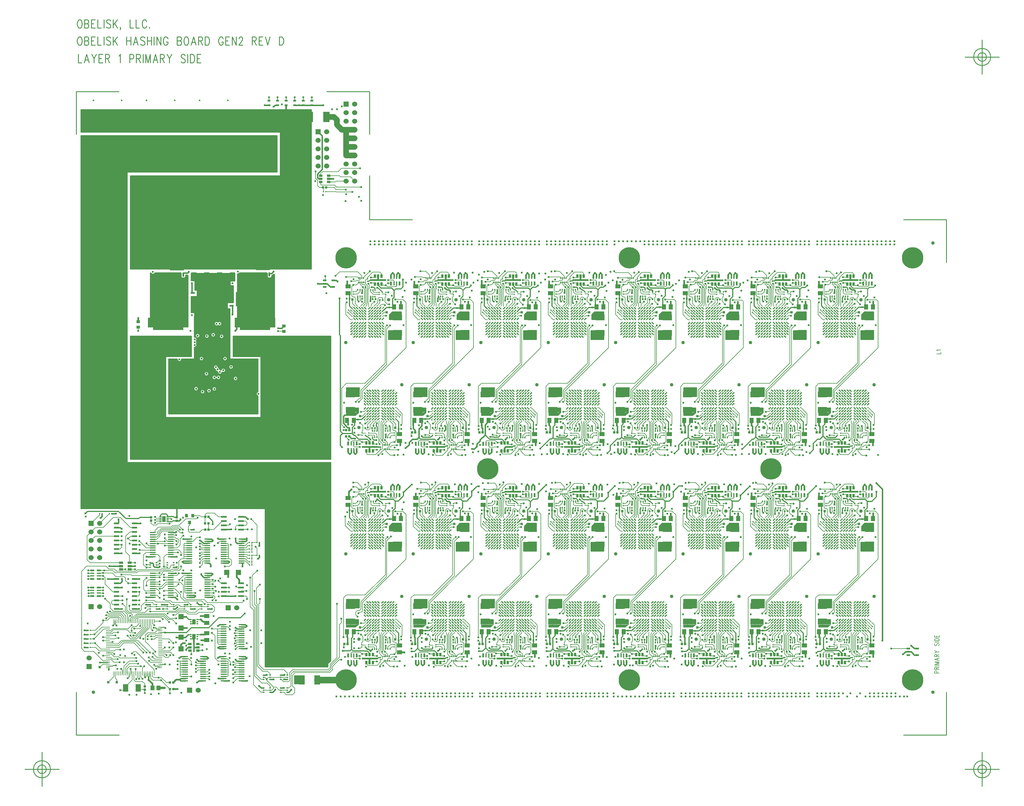
<source format=gbr>
*
*
G04 PADS 9.2 Build Number: 414666 generated Gerber (RS-274-X) file*
G04 PC Version=2.1*
*
%IN "SC1B_REVD_ARC.pcb"*%
*
%MOIN*%
*
%FSLAX24Y24*%
*
*
*
*
G04 PC Standard Apertures*
*
*
G04 Thermal Relief Aperture macro.*
%AMTER*
1,1,$1,0,0*
1,0,$1-$2,0,0*
21,0,$3,$4,0,0,45*
21,0,$3,$4,0,0,135*
%
*
*
G04 Annular Aperture macro.*
%AMANN*
1,1,$1,0,0*
1,0,$2,0,0*
%
*
*
G04 Odd Aperture macro.*
%AMODD*
1,1,$1,0,0*
1,0,$1-0.005,0,0*
%
*
*
G04 PC Custom Aperture Macros*
*
*
*
*
*
*
G04 PC Aperture Table*
*
%ADD010C,0.001*%
%ADD013R,0.06X0.06*%
%ADD014C,0.06*%
%ADD015C,0.25*%
%ADD017R,0.04X0.038*%
%ADD019R,0.07X0.015*%
%ADD020R,0.07X0.024*%
%ADD022C,0.065*%
%ADD023R,0.027X0.027*%
%ADD025C,0.02*%
%ADD026C,0.04*%
%ADD028C,0.01*%
%ADD031C,0.015*%
%ADD032C,0.005*%
%ADD035C,0.025*%
%ADD040C,0.024*%
%ADD043R,0.032X0.024*%
%ADD048R,0.04X0.024*%
%ADD049R,0.045X0.025*%
%ADD050R,0.03X0.03*%
%ADD053R,0.035X0.04*%
%ADD063C,0.008*%
%ADD064C,0.012*%
%ADD130C,0.011*%
%ADD137R,0.012X0.022*%
%ADD138R,0.06X0.05*%
%ADD169R,0.017X0.045*%
%ADD190R,0.045X0.017*%
%ADD197R,0.016X0.018*%
%ADD199R,0.018X0.016*%
%ADD212R,0.048X0.058*%
%ADD234C,0.013*%
%ADD286R,0.11X0.07*%
%ADD287R,0.024X0.045*%
%ADD289R,0.05X0.06*%
%ADD290R,0.01654X0.02362*%
%ADD291R,0.045X0.024*%
%ADD293R,0.029X0.029*%
%ADD294R,0.063X0.09*%
%ADD295R,0.024X0.05*%
%ADD296R,0.05X0.024*%
%ADD297R,0.02362X0.01654*%
%ADD298R,0.06X0.024*%
%ADD299R,0.011X0.048*%
%ADD300R,0.048X0.011*%
%ADD301R,0.105X0.105*%
%ADD302C,0.105*%
%ADD303R,0.07X0.11*%
%ADD304R,0.02X0.012*%
%ADD305R,0.039X0.063*%
%ADD306R,0.026X0.012*%
%ADD307R,0.04X0.068*%
%ADD308R,0.472X0.117*%
%ADD309R,0.077X0.124*%
%ADD310R,0.012X0.01*%
%ADD311C,0.075*%
%ADD312C,0.0175*%
%ADD351R,0.028X0.04*%
%ADD352R,0.04X0.028*%
*
*
*
*
G04 PC Circuitry*
G04 Layer Name SC1B_REVD_ARC.pcb - circuitry*
%LPD*%
*
*
G04 PC Custom Flashes*
G04 Layer Name SC1B_REVD_ARC.pcb - flashes*
%LPD*%
*
*
G04 PC Circuitry*
G04 Layer Name SC1B_REVD_ARC.pcb - circuitry*
%LPD*%
*
G54D10*
G54D13*
G01X36750Y73762D03*
Y75112D03*
X38250Y73762D03*
Y75112D03*
X40575Y61500D03*
X41925D03*
X40575Y62650D03*
X41925D03*
X35250Y73762D03*
Y75112D03*
X33750Y73762D03*
Y75112D03*
X31475Y62650D03*
X30125D03*
X31475Y61500D03*
X30125D03*
X32250Y33850D03*
Y32500D03*
Y31425D03*
Y30075D03*
X48250Y90500D03*
X21750Y44750D03*
X29750Y84500D03*
X31500Y56187D03*
X41750Y84500D03*
X40500Y56187D03*
X36000D03*
X35750Y84500D03*
X33250Y25250D03*
X21500Y28000D03*
X21750Y35000D03*
X37750Y34875D03*
X38925Y39000D03*
X37575D03*
X31475Y60350D03*
X30125D03*
X40575D03*
X41925D03*
X51500Y93750D03*
G54D14*
X49250Y90500D03*
X48250Y89500D03*
X49250D03*
X48250Y88500D03*
X49250D03*
X48250Y87500D03*
X49250D03*
X48250Y86500D03*
X49250D03*
X22750Y44750D03*
X21750Y43750D03*
X22750D03*
X21750Y42750D03*
X22750D03*
X21750Y41750D03*
X22750D03*
X21750Y40750D03*
X22750D03*
X29750Y86468D03*
X31500Y58155D03*
X41750Y86468D03*
X40500Y58155D03*
X36000D03*
X35750Y86468D03*
X34250Y25250D03*
X21500Y29000D03*
X22750Y35000D03*
X38750Y34875D03*
X52500Y93750D03*
X51500Y92750D03*
X52500D03*
X51500Y91750D03*
X52500D03*
X51500Y90750D03*
X52500D03*
X51500Y89750D03*
X52500D03*
X51500Y88750D03*
X52500D03*
X51500Y87750D03*
X52500D03*
X51500Y86750D03*
X52500D03*
X51500Y85750D03*
X52500D03*
X51500Y84750D03*
X52500D03*
G54D15*
X51496Y26437D03*
X84566Y75767D03*
X117637D03*
X101102Y51102D03*
X68031D03*
X51496Y75767D03*
X84566Y26437D03*
X117637D03*
G54D17*
X27250Y67685D03*
Y68315D03*
X44250Y67185D03*
Y67815D03*
G54D19*
X28950Y38907D03*
Y38651D03*
Y38395D03*
Y38139D03*
Y37883D03*
Y37627D03*
Y37372D03*
Y37116D03*
Y36860D03*
Y36604D03*
Y36348D03*
Y36092D03*
X31050D03*
Y36348D03*
Y36604D03*
Y36860D03*
Y37116D03*
Y37372D03*
Y37627D03*
Y37883D03*
Y38139D03*
Y38395D03*
Y38651D03*
Y38907D03*
X28950Y43657D03*
Y43401D03*
Y43145D03*
Y42889D03*
Y42633D03*
Y42377D03*
Y42122D03*
Y41866D03*
Y41610D03*
Y41354D03*
Y41098D03*
Y40842D03*
X31050D03*
Y41098D03*
Y41354D03*
Y41610D03*
Y41866D03*
Y42122D03*
Y42377D03*
Y42633D03*
Y42889D03*
Y43145D03*
Y43401D03*
Y43657D03*
X37200Y32907D03*
Y32651D03*
Y32395D03*
Y32139D03*
Y31883D03*
Y31627D03*
Y31372D03*
Y31116D03*
Y30860D03*
Y30604D03*
Y30348D03*
Y30092D03*
X39300D03*
Y30348D03*
Y30604D03*
Y30860D03*
Y31116D03*
Y31372D03*
Y31627D03*
Y31883D03*
Y32139D03*
Y32395D03*
Y32651D03*
Y32907D03*
X37200Y42907D03*
Y42651D03*
Y42395D03*
Y42139D03*
Y41883D03*
Y41627D03*
Y41372D03*
Y41116D03*
Y40860D03*
Y40604D03*
Y40348D03*
Y40092D03*
X39300D03*
Y40348D03*
Y40604D03*
Y40860D03*
Y41116D03*
Y41372D03*
Y41627D03*
Y41883D03*
Y42139D03*
Y42395D03*
Y42651D03*
Y42907D03*
X37200Y29157D03*
Y28901D03*
Y28645D03*
Y28389D03*
Y28133D03*
Y27877D03*
Y27622D03*
Y27366D03*
Y27110D03*
Y26854D03*
Y26598D03*
Y26342D03*
X39300D03*
Y26598D03*
Y26854D03*
Y27110D03*
Y27366D03*
Y27622D03*
Y27877D03*
Y28133D03*
Y28389D03*
Y28645D03*
Y28901D03*
Y29157D03*
X33200Y42907D03*
Y42651D03*
Y42395D03*
Y42139D03*
Y41883D03*
Y41627D03*
Y41372D03*
Y41116D03*
Y40860D03*
Y40604D03*
Y40348D03*
Y40092D03*
X35300D03*
Y40348D03*
Y40604D03*
Y40860D03*
Y41116D03*
Y41372D03*
Y41627D03*
Y41883D03*
Y42139D03*
Y42395D03*
Y42651D03*
Y42907D03*
X32700Y29157D03*
Y28901D03*
Y28645D03*
Y28389D03*
Y28133D03*
Y27877D03*
Y27622D03*
Y27366D03*
Y27110D03*
Y26854D03*
Y26598D03*
Y26342D03*
X34800D03*
Y26598D03*
Y26854D03*
Y27110D03*
Y27366D03*
Y27622D03*
Y27877D03*
Y28133D03*
Y28389D03*
Y28645D03*
Y28901D03*
Y29157D03*
X33200Y38907D03*
Y38651D03*
Y38395D03*
Y38139D03*
Y37883D03*
Y37627D03*
Y37372D03*
Y37116D03*
Y36860D03*
Y36604D03*
Y36348D03*
Y36092D03*
X35300D03*
Y36348D03*
Y36604D03*
Y36860D03*
Y37116D03*
Y37372D03*
Y37627D03*
Y37883D03*
Y38139D03*
Y38395D03*
Y38651D03*
Y38907D03*
G54D20*
X37250Y37750D03*
Y37250D03*
Y36750D03*
Y36250D03*
X39250D03*
Y36750D03*
Y37250D03*
Y37750D03*
X37250Y45500D03*
Y45000D03*
Y44500D03*
Y44000D03*
X39250D03*
Y44500D03*
Y45000D03*
Y45500D03*
G54D22*
X51500Y88750D02*
Y87750D01*
X52500*
X49215Y92250D02*
X50075D01*
X50425Y91900*
Y91325*
X51000Y90750*
X51500*
Y89750D02*
Y88750D01*
X52500*
X51500Y90750D02*
Y89750D01*
X52500*
X51500Y90750D02*
X52500D01*
G54D23*
X28000Y25320D03*
Y25680D03*
X48820Y84000D03*
X49180D03*
X59555Y30625D03*
X59195D03*
X51680D03*
X51320D03*
X67430D03*
X67070D03*
X75305D03*
X74945D03*
X83180D03*
X82820D03*
X91055D03*
X90695D03*
X98930D03*
X98570D03*
X106805D03*
X106445D03*
X106805Y55375D03*
X106445D03*
X98930D03*
X98570D03*
X91055D03*
X90695D03*
X83180D03*
X82820D03*
X75305D03*
X74945D03*
X67430D03*
X67070D03*
X59555D03*
X59195D03*
X51880Y54900D03*
X51520D03*
X51880Y55625D03*
X51520D03*
X35070Y45500D03*
X35430D03*
X35070Y44000D03*
X35430D03*
X28750Y45430D03*
Y45070D03*
G54D25*
X22000Y94175D03*
X25300D03*
X28200D03*
X31500D03*
X34400D03*
X37700D03*
X28450Y26450D02*
X28900Y26000D01*
X28910*
Y25500*
X31325Y26125D02*
X31661Y26461D01*
X31661D02*
X32086D01*
X31325Y25375D02*
X31850D01*
X34575Y31750D02*
X35100D01*
X35250Y31900*
X34600Y31075D02*
X35250D01*
Y31100*
X33750Y30750D02*
Y31500D01*
X32250Y30075D02*
Y30575D01*
X32425Y30750*
X32675*
X32250Y32500D02*
X32900D01*
X54250Y28937D02*
Y28467D01*
X53425Y28937D02*
X55100D01*
X51600Y32062D02*
X51625D01*
Y31462*
X57750Y29662D02*
X58300D01*
Y29650*
X61299Y28937D02*
X62974D01*
X59474Y32062D02*
X59500D01*
Y31462*
X62124Y28937D02*
Y28647D01*
X65624Y29662D02*
X65625D01*
Y29150*
X69200Y28937D02*
X69173D01*
X70848*
X67348Y32062D02*
X67375D01*
Y31450*
X69998Y28937D02*
Y28467D01*
X73498Y29662D02*
X73550D01*
Y29150*
X77872Y28937D02*
Y28647D01*
X77047Y28937D02*
X78722D01*
X75222Y32062D02*
X75250D01*
Y31462*
X81372Y29662D02*
X81500D01*
Y29150*
X83096Y32062D02*
X83125D01*
Y31475*
X85746Y28937D02*
Y28467D01*
X84921Y28937D02*
X86596D01*
X90970Y32062D02*
X91000D01*
Y31475*
X89246Y29662D02*
X89375D01*
Y29150*
X92795Y28937D02*
X93620D01*
Y28467*
X92795Y28937D02*
X94470D01*
X98844Y32062D02*
X98875Y32000D01*
Y31475*
X97120Y29662D02*
X97250D01*
Y29150*
X100669Y28937D02*
X102344D01*
X101494D02*
Y28467D01*
X106718Y32062D02*
X106750D01*
Y31450*
X104994Y29662D02*
X105125D01*
Y29150*
X108543Y28937D02*
X109368D01*
Y28467*
X108543Y28937D02*
X110218D01*
X112868Y29662D02*
X113025D01*
Y29150*
X32250Y33800D02*
X32850D01*
X34550Y33505D02*
X34800Y33255D01*
X34800D02*
X35225D01*
X35225D02*
X35250Y33230D01*
X35250D02*
Y33100D01*
X34550Y33900D02*
X35250D01*
X38725Y38475D02*
X39050Y38150D01*
Y37750*
X38725Y38475D02*
Y38800D01*
X38925Y39000*
X37575D02*
X37750Y38800D01*
Y38475*
X54400Y48437D02*
X56075D01*
X51750Y47712D02*
X51850D01*
Y48425*
X52125Y48700*
X55250Y48450D02*
Y48907D01*
X57900Y45875D02*
Y45312D01*
X63949Y48437D02*
X63124D01*
Y48907*
X62274Y48437D02*
X63124D01*
X59624Y47712D02*
X59625D01*
Y48200*
X65774Y45912D02*
Y45312D01*
X67350Y48200D02*
Y47712D01*
X67498*
X70148Y48437D02*
X70998D01*
X71823*
X70998D02*
Y48907D01*
X73648Y45912D02*
Y45312D01*
X79697Y48437D02*
X78872D01*
Y48907*
X75225Y48225D02*
Y47712D01*
X75372*
X78022Y48437D02*
X78872D01*
X83100Y48250D02*
Y47712D01*
X83246*
X81522Y45912D02*
Y45312D01*
X85896Y48437D02*
X86746D01*
X87571*
X86746D02*
Y48907D01*
X90975Y48250D02*
Y47712D01*
X91120*
X89396Y45312D02*
X89400D01*
Y45875*
X94620Y48907D02*
Y48437D01*
X95450Y48425*
X93770Y48437D02*
X94620D01*
X98850Y48250D02*
Y47712D01*
X98994*
X97270Y45312D02*
X97275D01*
Y45900*
X103319Y48437D02*
X102494D01*
Y48907*
X101644Y48437D02*
X102494D01*
X106700Y48250D02*
Y47712D01*
X106868*
X105144Y45312D02*
X105150D01*
Y45875*
X109518Y48437D02*
X111193D01*
X113018Y45312D02*
X113025D01*
Y45900*
X110368Y48907D02*
Y48450D01*
X54250Y53650D02*
Y53191D01*
X53425Y53661D02*
X55100D01*
X57750Y54386D02*
X57850D01*
Y53874*
X59350Y56225D02*
Y56786D01*
X59474*
X61299Y53661D02*
X62974D01*
X62124D02*
Y53191D01*
X65624Y54386D02*
X65775D01*
Y53875*
X69998Y53191D02*
Y53516D01*
X70148Y53666*
X70848*
X67348Y56186D02*
Y56786D01*
X70875Y53666D02*
X70848D01*
Y53661*
X73498Y54386D02*
X73625D01*
Y53874*
X75200Y56225D02*
Y56786D01*
X75222*
X77047Y53661D02*
X78722D01*
X77872D02*
Y53191D01*
X83096Y56186D02*
Y56786D01*
X81372Y54386D02*
X81525D01*
Y53874*
X85746Y54186D02*
Y54131D01*
X84921Y53661D02*
X86596D01*
X85746D02*
Y53191D01*
X90970Y56186D02*
Y56786D01*
X89246Y54386D02*
X89400D01*
Y53850*
X93620Y53661D02*
Y53191D01*
X92795Y53661D02*
X94470D01*
X93620Y54126D02*
Y54131D01*
X98844Y56186D02*
Y56786D01*
X97120Y54386D02*
X97250D01*
Y53874*
X100669Y53661D02*
X102344D01*
X101494D02*
Y53191D01*
X106718Y56186D02*
Y56786D01*
X104994Y54386D02*
X105125D01*
Y53874*
X109368Y54186D02*
Y54131D01*
X108543Y53661D02*
X110218D01*
X109368D02*
Y53191D01*
X112868Y54386D02*
X113000D01*
Y53874*
X51600Y56786D02*
X51725D01*
Y56275*
X38575Y67250D02*
X38750Y67425D01*
Y68325*
X38850*
X27250Y68750D02*
Y68315D01*
X57900Y70636D02*
Y70036D01*
X65774Y70636D02*
Y70036D01*
X73648D02*
X73650D01*
Y70575*
X81522Y70636D02*
Y70036D01*
X89396Y70636D02*
Y70036D01*
X97250Y70600D02*
Y70036D01*
X97270*
X105144D02*
X105150D01*
Y70625*
X113018Y70036D02*
X113025D01*
Y70625*
X31000Y73817D02*
Y73350D01*
X31500*
Y73817*
X31975Y73350D02*
X32000Y73325D01*
Y73817*
X31975Y73350D02*
Y73000D01*
X32250*
X31500Y73817D02*
Y73350D01*
X31975*
X51625Y73000D02*
Y72436D01*
X51750*
X54400Y73161D02*
X55250D01*
Y73631*
Y73161D02*
X56075D01*
X63124Y73631D02*
Y73175D01*
X63935*
X63949Y73161*
X59475Y72975D02*
Y72436D01*
X59624*
X62274Y73161D02*
X63949D01*
X70998Y73631D02*
Y73161D01*
X67350Y73075D02*
Y72436D01*
X67498*
X70148Y73161D02*
X71823D01*
X78872Y73631D02*
Y73161D01*
X75200Y73000D02*
Y72436D01*
X75372*
X78022Y73161D02*
X79697D01*
X83100Y73000D02*
Y72436D01*
X83246*
X85896Y73161D02*
X87571D01*
X86746Y73175D02*
Y73631D01*
X90975Y73075D02*
Y72436D01*
X91120*
X94620Y73631D02*
Y73175D01*
X94625*
Y73125*
X95445*
X93770D02*
X94625D01*
X98825Y72975D02*
Y72436D01*
X98994*
X102494Y73631D02*
Y73161D01*
X101644*
X102494D02*
X103319D01*
X106700Y72975D02*
Y72436D01*
X106868*
X109525Y73175D02*
X110368D01*
X111200*
X110368D02*
Y73631D01*
X49470Y85000D02*
X50000D01*
X44250Y92750D02*
X44500D01*
Y93594*
G54D26*
X82972Y41161D03*
X87972Y46161D03*
X89507Y36200D03*
X84507Y31200D03*
X90846Y41161D03*
X95846Y46161D03*
X97381Y36200D03*
X92381Y31200D03*
X98720Y41161D03*
X103720Y46161D03*
X105255Y36200D03*
X100255Y31200D03*
X106594Y41161D03*
X111594Y46161D03*
X113129Y36200D03*
X108129Y31200D03*
X106594Y65885D03*
X111594Y70885D03*
X113129Y60925D03*
X108129Y55925D03*
X98720Y65885D03*
X103720Y70885D03*
X51476Y41161D03*
X56476Y46161D03*
X105255Y60925D03*
X100255Y55925D03*
X90846Y65885D03*
X95846Y70885D03*
X97381Y60925D03*
X92381Y55925D03*
X82972Y65885D03*
X87972Y70885D03*
X89507Y60925D03*
X84507Y55925D03*
X75098Y65885D03*
X80098Y70885D03*
X81633Y60925D03*
X76633Y55925D03*
X67224Y65885D03*
X72224Y70885D03*
X73759Y60925D03*
X68759Y55925D03*
X59350Y65885D03*
X64350Y70885D03*
X58011Y36200D03*
X53011Y31200D03*
X65885Y60925D03*
X60885Y55925D03*
X51476Y65885D03*
X56476Y70885D03*
X58011Y60925D03*
X53011Y55925D03*
X59350Y41161D03*
X64350Y46161D03*
X65885Y36200D03*
X60885Y31200D03*
X67224Y41161D03*
X72224Y46161D03*
X73759Y36200D03*
X68759Y31200D03*
X75098Y41161D03*
X80098Y46161D03*
X81633Y36200D03*
X76633Y31200D03*
X120000Y77500D03*
Y25000D03*
X22000D03*
G54D28*
X20324Y101614D02*
X20256Y101567D01*
X20256D02*
X20188Y101473D01*
X20188D02*
X20154Y101380D01*
X20120Y101239*
Y101005*
X20154Y100864*
X20188Y100770*
X20188D02*
X20256Y100676D01*
X20256D02*
X20324Y100630D01*
X20324D02*
X20460D01*
X20460D02*
X20529Y100676D01*
X20529D02*
X20597Y100770D01*
X20597D02*
X20631Y100864D01*
X20665Y101005*
Y101239*
X20631Y101380*
X20597Y101473*
X20597D02*
X20529Y101567D01*
X20529D02*
X20460Y101614D01*
X20460D02*
X20324D01*
X20972D02*
Y100630D01*
Y101614D02*
X21279D01*
X21381Y101567*
X21381D02*
X21415Y101520D01*
X21415D02*
X21449Y101426D01*
X21449D02*
Y101333D01*
X21449D02*
X21415Y101239D01*
X21381Y101192*
X21381D02*
X21279Y101145D01*
X20972D02*
X21279D01*
X21279D02*
X21381Y101098D01*
X21381D02*
X21415Y101051D01*
X21415D02*
X21449Y100958D01*
X21449D02*
Y100817D01*
X21449D02*
X21415Y100723D01*
X21415D02*
X21381Y100676D01*
X21381D02*
X21279Y100630D01*
X20972*
X21756Y101614D02*
Y100630D01*
Y101614D02*
X22199D01*
X21756Y101145D02*
X22029D01*
X21756Y100630D02*
X22199D01*
X22506Y101614D02*
Y100630D01*
X22915*
X23222Y101614D02*
Y100630D01*
X24006Y101473D02*
X23938Y101567D01*
X23938D02*
X23835Y101614D01*
X23835D02*
X23699D01*
X23699D02*
X23597Y101567D01*
X23597D02*
X23529Y101473D01*
X23529D02*
Y101380D01*
X23563Y101286*
X23597Y101239*
X23665Y101192*
X23665D02*
X23870Y101098D01*
X23870D02*
X23938Y101051D01*
X23938D02*
X23972Y101005D01*
X24006Y100911*
Y100770*
X24006D02*
X23938Y100676D01*
X23938D02*
X23835Y100630D01*
X23835D02*
X23699D01*
X23699D02*
X23597Y100676D01*
X23597D02*
X23529Y100770D01*
X24313Y101614D02*
Y100630D01*
X24790Y101614D02*
X24313Y100958D01*
X24483Y101192D02*
X24790Y100630D01*
X25881Y101614D02*
Y100630D01*
X26358Y101614D02*
Y100630D01*
X25881Y101145D02*
X26358D01*
X26938Y101614D02*
X26665Y100630D01*
X26938Y101614D02*
X27210Y100630D01*
X26767Y100958D02*
X27108D01*
X27995Y101473D02*
X27926Y101567D01*
X27926D02*
X27824Y101614D01*
X27824D02*
X27688D01*
X27585Y101567*
X27585D02*
X27517Y101473D01*
X27517D02*
Y101380D01*
X27517D02*
X27551Y101286D01*
X27551D02*
X27585Y101239D01*
X27585D02*
X27654Y101192D01*
X27654D02*
X27858Y101098D01*
X27858D02*
X27926Y101051D01*
X27926D02*
X27960Y101005D01*
X27960D02*
X27995Y100911D01*
Y100770*
X27995D02*
X27926Y100676D01*
X27926D02*
X27824Y100630D01*
X27824D02*
X27688D01*
X27585Y100676*
X27585D02*
X27517Y100770D01*
X28301Y101614D02*
Y100630D01*
X28779Y101614D02*
Y100630D01*
X28301Y101145D02*
X28779D01*
X29085Y101614D02*
Y100630D01*
X29392Y101614D02*
Y100630D01*
Y101614D02*
X29870Y100630D01*
Y101614D02*
Y100630D01*
X30688Y101380D02*
X30654Y101473D01*
X30654D02*
X30585Y101567D01*
X30585D02*
X30517Y101614D01*
X30517D02*
X30381D01*
X30313Y101567*
X30313D02*
X30245Y101473D01*
X30245D02*
X30210Y101380D01*
X30210D02*
X30176Y101239D01*
X30176D02*
Y101005D01*
X30176D02*
X30210Y100864D01*
X30210D02*
X30245Y100770D01*
X30245D02*
X30313Y100676D01*
X30313D02*
X30381Y100630D01*
X30517*
X30517D02*
X30585Y100676D01*
X30585D02*
X30654Y100770D01*
X30654D02*
X30688Y100864D01*
Y101005*
X30517D02*
X30688D01*
X31779Y101614D02*
Y100630D01*
Y101614D02*
X32085D01*
X32085D02*
X32188Y101567D01*
X32188D02*
X32222Y101520D01*
X32222D02*
X32256Y101426D01*
X32256D02*
Y101333D01*
X32222Y101239*
X32188Y101192*
X32188D02*
X32085Y101145D01*
X31779D02*
X32085D01*
X32085D02*
X32188Y101098D01*
X32188D02*
X32222Y101051D01*
X32222D02*
X32256Y100958D01*
Y100817*
X32256D02*
X32222Y100723D01*
X32222D02*
X32188Y100676D01*
X32188D02*
X32085Y100630D01*
X32085D02*
X31779D01*
X32767Y101614D02*
X32699Y101567D01*
X32699D02*
X32631Y101473D01*
X32631D02*
X32597Y101380D01*
X32563Y101239*
Y101005*
X32597Y100864*
X32631Y100770*
X32631D02*
X32699Y100676D01*
X32699D02*
X32767Y100630D01*
X32767D02*
X32904D01*
X32972Y100676*
X32972D02*
X33040Y100770D01*
X33040D02*
X33074Y100864D01*
X33074D02*
X33108Y101005D01*
X33108D02*
Y101239D01*
X33108D02*
X33074Y101380D01*
X33074D02*
X33040Y101473D01*
X33040D02*
X32972Y101567D01*
X32972D02*
X32904Y101614D01*
X32767*
X33688D02*
X33415Y100630D01*
X33688Y101614D02*
X33960Y100630D01*
X33517Y100958D02*
X33858D01*
X34267Y101614D02*
Y100630D01*
Y101614D02*
X34574D01*
X34574D02*
X34676Y101567D01*
X34676D02*
X34710Y101520D01*
X34710D02*
X34745Y101426D01*
X34745D02*
Y101333D01*
X34710Y101239*
X34710D02*
X34676Y101192D01*
X34676D02*
X34574Y101145D01*
X34574D02*
X34267D01*
X34506D02*
X34745Y100630D01*
X35051Y101614D02*
Y100630D01*
Y101614D02*
X35290D01*
X35392Y101567*
X35392D02*
X35460Y101473D01*
X35460D02*
X35495Y101380D01*
X35529Y101239*
Y101005*
X35495Y100864*
X35460Y100770*
X35460D02*
X35392Y100676D01*
X35392D02*
X35290Y100630D01*
X35051*
X37131Y101380D02*
X37097Y101473D01*
X37097D02*
X37029Y101567D01*
X37029D02*
X36960Y101614D01*
X36960D02*
X36824D01*
X36824D02*
X36756Y101567D01*
X36756D02*
X36688Y101473D01*
X36688D02*
X36654Y101380D01*
X36620Y101239*
Y101005*
X36654Y100864*
X36688Y100770*
X36688D02*
X36756Y100676D01*
X36756D02*
X36824Y100630D01*
X36824D02*
X36960D01*
X36960D02*
X37029Y100676D01*
X37029D02*
X37097Y100770D01*
X37097D02*
X37131Y100864D01*
Y101005*
X36960D02*
X37131D01*
X37438Y101614D02*
Y100630D01*
Y101614D02*
X37881D01*
X37438Y101145D02*
X37710D01*
X37438Y100630D02*
X37881D01*
X38188Y101614D02*
Y100630D01*
Y101614D02*
X38665Y100630D01*
Y101614D02*
Y100630D01*
X39006Y101380D02*
Y101426D01*
X39006D02*
X39040Y101520D01*
X39040D02*
X39074Y101567D01*
X39074D02*
X39142Y101614D01*
X39142D02*
X39279D01*
X39347Y101567*
X39347D02*
X39381Y101520D01*
X39381D02*
X39415Y101426D01*
X39415D02*
Y101333D01*
X39381Y101239*
X39313Y101098*
X39313D02*
X38972Y100630D01*
X39449*
X40540Y101614D02*
Y100630D01*
Y101614D02*
X40847D01*
X40949Y101567*
X40949D02*
X40983Y101520D01*
X40983D02*
X41017Y101426D01*
X41017D02*
Y101333D01*
X41017D02*
X40983Y101239D01*
X40983D02*
X40949Y101192D01*
X40949D02*
X40847Y101145D01*
X40847D02*
X40540D01*
X40779D02*
X41017Y100630D01*
X41324Y101614D02*
Y100630D01*
Y101614D02*
X41767D01*
X41324Y101145D02*
X41597D01*
X41324Y100630D02*
X41767D01*
X42074Y101614D02*
X42347Y100630D01*
X42620Y101614D02*
X42347Y100630D01*
X43710Y101614D02*
Y100630D01*
Y101614D02*
X43949D01*
X43949D02*
X44051Y101567D01*
X44051D02*
X44120Y101473D01*
X44120D02*
X44154Y101380D01*
X44188Y101239*
Y101005*
X44154Y100864*
X44120Y100770*
X44120D02*
X44051Y100676D01*
X44051D02*
X43949Y100630D01*
X43949D02*
X43710D01*
X20230Y99559D02*
Y98575D01*
X20639*
X21218Y99559D02*
X20945Y98575D01*
X21218Y99559D02*
X21491Y98575D01*
X21048Y98903D02*
X21389D01*
X21798Y99559D02*
X22070Y99090D01*
X22070D02*
Y98575D01*
X22343Y99559D02*
X22070Y99090D01*
X22650Y99559D02*
Y98575D01*
Y99559D02*
X23093D01*
X22650Y99090D02*
X22923D01*
X22650Y98575D02*
X23093D01*
X23400Y99559D02*
Y98575D01*
Y99559D02*
X23707D01*
X23809Y99512*
X23809D02*
X23843Y99465D01*
X23843D02*
X23877Y99371D01*
X23877D02*
Y99278D01*
X23877D02*
X23843Y99184D01*
X23843D02*
X23809Y99137D01*
X23809D02*
X23707Y99090D01*
X23707D02*
X23400D01*
X23639D02*
X23877Y98575D01*
X24968Y99371D02*
X25036Y99418D01*
X25036D02*
X25139Y99559D01*
Y98575*
X26230Y99559D02*
Y98575D01*
Y99559D02*
X26536D01*
X26536D02*
X26639Y99512D01*
X26639D02*
X26673Y99465D01*
X26673D02*
X26707Y99371D01*
X26707D02*
Y99231D01*
X26673Y99137*
X26673D02*
X26639Y99090D01*
X26639D02*
X26536Y99043D01*
X26536D02*
X26230D01*
X27014Y99559D02*
Y98575D01*
Y99559D02*
X27320D01*
X27320D02*
X27423Y99512D01*
X27423D02*
X27457Y99465D01*
X27457D02*
X27491Y99371D01*
X27491D02*
Y99278D01*
X27457Y99184*
X27423Y99137*
X27423D02*
X27320Y99090D01*
X27320D02*
X27014D01*
X27252D02*
X27491Y98575D01*
X27798Y99559D02*
Y98575D01*
X28105Y99559D02*
Y98575D01*
Y99559D02*
X28377Y98575D01*
X28650Y99559D02*
X28377Y98575D01*
X28650Y99559D02*
Y98575D01*
X29230Y99559D02*
X28957Y98575D01*
X29230Y99559D02*
X29502Y98575D01*
X29059Y98903D02*
X29400D01*
X29809Y99559D02*
Y98575D01*
Y99559D02*
X30116D01*
X30218Y99512*
X30218D02*
X30252Y99465D01*
X30252D02*
X30286Y99371D01*
X30286D02*
Y99278D01*
X30286D02*
X30252Y99184D01*
X30252D02*
X30218Y99137D01*
X30218D02*
X30116Y99090D01*
X30116D02*
X29809D01*
X30048D02*
X30286Y98575D01*
X30593Y99559D02*
X30866Y99090D01*
X30866D02*
Y98575D01*
X31139Y99559D02*
X30866Y99090D01*
X32707Y99418D02*
X32639Y99512D01*
X32639D02*
X32536Y99559D01*
X32536D02*
X32400D01*
X32298Y99512*
X32298D02*
X32230Y99418D01*
X32230D02*
Y99325D01*
X32264Y99231*
X32298Y99184*
X32366Y99137*
X32366D02*
X32570Y99043D01*
X32570D02*
X32639Y98996D01*
X32639D02*
X32673Y98950D01*
X32707Y98856*
Y98715*
X32707D02*
X32639Y98621D01*
X32639D02*
X32536Y98575D01*
X32536D02*
X32400D01*
X32298Y98621*
X32298D02*
X32230Y98715D01*
X33014Y99559D02*
Y98575D01*
X33320Y99559D02*
Y98575D01*
Y99559D02*
X33559D01*
X33559D02*
X33661Y99512D01*
X33661D02*
X33730Y99418D01*
X33730D02*
X33764Y99325D01*
X33798Y99184*
Y98950*
X33764Y98809*
X33730Y98715*
X33730D02*
X33661Y98621D01*
X33661D02*
X33559Y98575D01*
X33559D02*
X33320D01*
X34105Y99559D02*
Y98575D01*
Y99559D02*
X34548D01*
X34105Y99090D02*
X34377D01*
X34105Y98575D02*
X34548D01*
X20324Y103614D02*
X20256Y103567D01*
X20256D02*
X20188Y103473D01*
X20188D02*
X20154Y103380D01*
X20120Y103239*
Y103005*
X20154Y102864*
X20188Y102770*
X20188D02*
X20256Y102676D01*
X20256D02*
X20324Y102630D01*
X20324D02*
X20460D01*
X20460D02*
X20529Y102676D01*
X20529D02*
X20597Y102770D01*
X20597D02*
X20631Y102864D01*
X20665Y103005*
Y103239*
X20631Y103380*
X20597Y103473*
X20597D02*
X20529Y103567D01*
X20529D02*
X20460Y103614D01*
X20460D02*
X20324D01*
X20972D02*
Y102630D01*
Y103614D02*
X21279D01*
X21381Y103567*
X21381D02*
X21415Y103520D01*
X21415D02*
X21449Y103426D01*
X21449D02*
Y103333D01*
X21449D02*
X21415Y103239D01*
X21381Y103192*
X21381D02*
X21279Y103145D01*
X20972D02*
X21279D01*
X21279D02*
X21381Y103098D01*
X21381D02*
X21415Y103051D01*
X21415D02*
X21449Y102958D01*
X21449D02*
Y102817D01*
X21449D02*
X21415Y102723D01*
X21415D02*
X21381Y102676D01*
X21381D02*
X21279Y102630D01*
X20972*
X21756Y103614D02*
Y102630D01*
Y103614D02*
X22199D01*
X21756Y103145D02*
X22029D01*
X21756Y102630D02*
X22199D01*
X22506Y103614D02*
Y102630D01*
X22915*
X23222Y103614D02*
Y102630D01*
X24006Y103473D02*
X23938Y103567D01*
X23938D02*
X23835Y103614D01*
X23835D02*
X23699D01*
X23699D02*
X23597Y103567D01*
X23597D02*
X23529Y103473D01*
X23529D02*
Y103380D01*
X23563Y103286*
X23597Y103239*
X23665Y103192*
X23665D02*
X23870Y103098D01*
X23870D02*
X23938Y103051D01*
X23938D02*
X23972Y103005D01*
X24006Y102911*
Y102770*
X24006D02*
X23938Y102676D01*
X23938D02*
X23835Y102630D01*
X23835D02*
X23699D01*
X23699D02*
X23597Y102676D01*
X23597D02*
X23529Y102770D01*
X24313Y103614D02*
Y102630D01*
X24790Y103614D02*
X24313Y102958D01*
X24483Y103192D02*
X24790Y102630D01*
X25165Y102676D02*
X25131Y102630D01*
X25097Y102676*
X25097D02*
X25131Y102723D01*
X25131D02*
X25165Y102676D01*
X25165D02*
Y102583D01*
X25131Y102489*
X25097Y102442*
X26256Y103614D02*
Y102630D01*
X26665*
X26972Y103614D02*
Y102630D01*
X27381*
X28199Y103380D02*
X28165Y103473D01*
X28165D02*
X28097Y103567D01*
X28097D02*
X28029Y103614D01*
X27892*
X27892D02*
X27824Y103567D01*
X27824D02*
X27756Y103473D01*
X27756D02*
X27722Y103380D01*
X27688Y103239*
Y103005*
X27722Y102864*
X27756Y102770*
X27756D02*
X27824Y102676D01*
X27824D02*
X27892Y102630D01*
X27892D02*
X28029D01*
X28097Y102676*
X28097D02*
X28165Y102770D01*
X28165D02*
X28199Y102864D01*
X28540Y102723D02*
X28506Y102676D01*
X28506D02*
X28540Y102630D01*
X28574Y102676*
X28574D02*
X28540Y102723D01*
X26350Y27725D02*
X26356Y27718D01*
X26356D02*
Y27195D01*
X25225Y27725D02*
X25372Y27578D01*
Y27195*
X26000Y26650D02*
X26150Y26800D01*
X26159*
Y27195*
X23695Y27887D02*
X23800D01*
X23800D02*
Y27625D01*
X23695Y28084D02*
X24275D01*
X24275D02*
X24315Y28125D01*
X24625*
X28450Y26778D02*
X28521Y26850D01*
X28521D02*
Y27195D01*
X29100Y28200D02*
X29215Y28084D01*
X29215D02*
X29805D01*
Y28281D02*
X30368D01*
X30368D02*
X30375Y28275D01*
X28324Y27195D02*
Y26903D01*
X28324D02*
X28450Y26778D01*
X27931Y27195D02*
Y26875D01*
X28025Y26781*
Y26775*
X28125Y26875*
X28128*
Y27195*
X27931D02*
Y26875D01*
X28025Y26781*
Y26750*
X29025Y32525D02*
X29290D01*
X29350Y32415*
X29805*
Y32612D02*
X30287D01*
X30287D02*
X30400Y32500D01*
X29805Y32021D02*
X30225D01*
X30225D02*
X30375Y31975D01*
X33075Y31755D02*
X33366D01*
X34133D02*
X34569D01*
X34569D02*
X34575Y31750D01*
X33366Y31244D02*
X33725D01*
Y31300*
X33750Y31325*
X53725Y30340D02*
Y30295D01*
X57244Y32283D02*
Y32274D01*
X57244D02*
X57256Y32262D01*
X61600Y30295D02*
Y30340D01*
X65118Y32283D02*
Y32274D01*
X65118D02*
X65130Y32262D01*
X69475Y30300D02*
Y30340D01*
X72992Y32283D02*
Y32274D01*
X72992D02*
X73004Y32262D01*
X77350Y30300D02*
Y30340D01*
X80878Y32262D02*
X80866Y32274D01*
X80866D02*
Y32283D01*
X85225Y30275D02*
Y30340D01*
X88740Y32283D02*
Y32274D01*
X88740D02*
X88752Y32262D01*
X93100Y30275D02*
Y30340D01*
X96614Y32283D02*
Y32274D01*
X96614D02*
X96626Y32262D01*
X100975Y30300D02*
Y30340D01*
X104488Y32283D02*
Y32274D01*
X104488D02*
X104500Y32262D01*
X108850Y30295D02*
Y30340D01*
X112362Y32283D02*
Y32274D01*
X112362D02*
X112374Y32262D01*
X24300Y32800D02*
Y32812D01*
X24387Y32900*
X24387D02*
Y33305D01*
X24584D02*
Y32925D01*
X24584D02*
X24700Y32809D01*
X24700D02*
Y32800D01*
X33750Y33075D02*
X33775Y33050D01*
Y32994*
X34133Y33505D02*
X34550D01*
X33366Y32994D02*
X33775D01*
X55775Y47055D02*
Y47010D01*
X63650Y47070D02*
Y47010D01*
X71525Y47055D02*
Y47010D01*
X78872Y48025D02*
X78947Y47950D01*
X78960Y47925*
Y47730*
X79195Y47500*
X79400Y47040D02*
Y47010D01*
X87275Y47055D02*
Y47010D01*
X95150Y47055D02*
Y47010D01*
X103025Y47055D02*
Y47010D01*
X110900Y47055D02*
Y47010D01*
X53750Y55090D02*
Y55045D01*
X53752Y55042*
X61600Y55020D02*
Y55065D01*
X69475Y55020D02*
Y55065D01*
X77350Y55020D02*
Y55065D01*
X85225Y55000D02*
Y55065D01*
X93100Y55020D02*
Y55065D01*
X100975Y55020D02*
Y55065D01*
X108850Y55020D02*
Y55065D01*
X57244Y57007D02*
Y56998D01*
X57244D02*
X57256Y56986D01*
X65118Y57007D02*
Y56998D01*
X65118D02*
X65130Y56986D01*
X72992Y57007D02*
Y56998D01*
X72992D02*
X73004Y56986D01*
X80878D02*
X80866Y56998D01*
X80866D02*
Y57007D01*
X88740D02*
Y56998D01*
X88740D02*
X88752Y56986D01*
X96614Y57007D02*
Y56998D01*
X96614D02*
X96626Y56986D01*
X104488Y57007D02*
Y56998D01*
X104488D02*
X104500Y56986D01*
X112362Y57007D02*
Y56998D01*
X112362D02*
X112374Y56986D01*
X55750Y71755D02*
Y71710D01*
X63625Y71780D02*
Y71735D01*
X71525Y71780D02*
Y71735D01*
X79390Y71790D02*
X79400Y71780D01*
Y71735*
X87275Y71780D02*
Y71735D01*
X95150Y71830D02*
Y71735D01*
X103025Y71830D02*
Y71735D01*
X102559Y72659D02*
X102580Y72650D01*
Y72465*
X102795Y72250*
X110900Y71810D02*
Y71735D01*
X38500Y73987D02*
X33400D01*
X33400D02*
X33411Y73112D01*
X33411D02*
X33850D01*
Y72012*
X34100*
Y71287*
X33400*
Y69387*
X33800*
Y69050*
X37950*
Y69825*
X37650*
Y70550*
X38350*
Y72525*
X37975*
Y73075*
X38500*
Y73987*
X37950Y69137D02*
Y68737D01*
X33800*
Y69137*
X37950*
X38300Y66637D02*
Y64237D01*
X41550*
Y57137*
X30450*
Y64237*
X33450*
Y66637*
X26300*
Y52237*
X49700*
Y66637*
X38300*
X51550Y34862D02*
Y35887D01*
X53050*
Y34862*
X51550*
X57950Y42537D02*
Y41512D01*
X56450*
Y42537*
X57950*
Y43862D02*
Y44762D01*
X56895*
X56895D02*
X56550Y44416D01*
Y43862*
X57950*
X20550Y90487D02*
X43800D01*
Y85387*
X26300*
Y74487*
X47450*
Y93112*
X20550*
Y90487*
Y46487D02*
Y70012D01*
X25950*
Y51887*
X49700*
Y28672*
X49375Y28376*
X49375D02*
Y27987D01*
X42050*
Y46487*
X20550*
X41200Y59200D02*
X30800D01*
Y57550*
X41200*
Y59200*
X59424Y34862D02*
Y35887D01*
X60924*
Y34862*
X59424*
X65824Y42537D02*
Y41512D01*
X64324*
Y42537*
X65824*
Y43862D02*
Y44762D01*
X64769*
X64769D02*
X64424Y44416D01*
Y43862*
X65824*
X67298Y34862D02*
Y35887D01*
X68798*
Y34862*
X67298*
X73698Y42537D02*
Y41512D01*
X72198*
Y42537*
X73698*
Y43862D02*
Y44762D01*
X72643*
X72643D02*
X72298Y44416D01*
Y43862*
X73698*
X75172Y34862D02*
Y35887D01*
X76672*
Y34862*
X75172*
X81572Y42537D02*
Y41512D01*
X80072*
Y42537*
X81572*
Y43862D02*
Y44762D01*
X80517*
X80517D02*
X80172Y44416D01*
Y43862*
X81572*
X83046Y34862D02*
Y35887D01*
X84546*
Y34862*
X83046*
X89446Y42537D02*
Y41512D01*
X87946*
Y42537*
X89446*
Y43862D02*
Y44762D01*
X88391*
X88391D02*
X88046Y44416D01*
Y43862*
X89446*
X90920Y34862D02*
Y35887D01*
X92420*
Y34862*
X90920*
X97320Y42537D02*
Y41512D01*
X95820*
Y42537*
X97320*
Y43862D02*
Y44762D01*
X96265*
X96265D02*
X95920Y44416D01*
Y43862*
X97320*
X98794Y34862D02*
Y35887D01*
X100294*
Y34862*
X98794*
X105194Y42537D02*
Y41512D01*
X103694*
Y42537*
X105194*
Y43862D02*
Y44762D01*
X104139*
X104139D02*
X103794Y44416D01*
Y43862*
X105194*
X106668Y34862D02*
Y35887D01*
X108168*
Y34862*
X106668*
X113068Y42537D02*
Y41512D01*
X111568*
Y42537*
X113068*
Y43862D02*
Y44762D01*
X112013*
X112013D02*
X111668Y44416D01*
Y43862*
X113068*
X106668Y59586D02*
Y60611D01*
X108168*
Y59586*
X106668*
X113068Y67261D02*
Y66236D01*
X111568*
Y67261*
X113068*
Y68586D02*
Y69486D01*
X112013*
X112013D02*
X111668Y69140D01*
X111668D02*
Y68586D01*
X113068*
X98794Y59586D02*
Y60611D01*
X100294*
Y59586*
X98794*
X105194Y67261D02*
Y66236D01*
X103694*
Y67261*
X105194*
Y68586D02*
Y69486D01*
X104139*
X104139D02*
X103794Y69140D01*
X103794D02*
Y68586D01*
X105194*
X90920Y59586D02*
Y60611D01*
X92420*
Y59586*
X90920*
X97320Y67261D02*
Y66236D01*
X95820*
Y67261*
X97320*
Y68586D02*
Y69486D01*
X96265*
X96265D02*
X95920Y69140D01*
X95920D02*
Y68586D01*
X97320*
X83046Y59586D02*
Y60611D01*
X84546*
Y59586*
X83046*
X89446Y67261D02*
Y66236D01*
X87946*
Y67261*
X89446*
Y68586D02*
Y69486D01*
X88391*
X88391D02*
X88046Y69140D01*
X88046D02*
Y68586D01*
X89446*
X75172Y59586D02*
Y60611D01*
X76672*
Y59586*
X75172*
X81572Y67261D02*
Y66236D01*
X80072*
Y67261*
X81572*
Y68586D02*
Y69486D01*
X80517*
X80517D02*
X80172Y69140D01*
X80172D02*
Y68586D01*
X81572*
X67298Y59586D02*
Y60611D01*
X68798*
Y59586*
X67298*
X73698Y67261D02*
Y66236D01*
X72198*
Y67261*
X73698*
Y68586D02*
Y69486D01*
X72643*
X72643D02*
X72298Y69140D01*
X72298D02*
Y68586D01*
X73698*
X59424Y59586D02*
Y60611D01*
X60924*
Y59586*
X59424*
X65824Y67261D02*
Y66236D01*
X64324*
Y67261*
X65824*
Y68586D02*
Y69486D01*
X64769*
X64769D02*
X64424Y69140D01*
X64424D02*
Y68586D01*
X65824*
X51550Y59586D02*
Y60611D01*
X53050*
Y59586*
X51550*
X57950Y67261D02*
Y66236D01*
X56450*
Y67261*
X57950*
Y68586D02*
Y69486D01*
X56895*
X56895D02*
X56550Y69140D01*
X56550D02*
Y68586D01*
X57950*
X20550Y69800D02*
X25950D01*
Y85800*
X43450*
Y90075*
X20550*
Y69800*
X33401Y73909D02*
X38500D01*
X33402Y73819D02*
X38500D01*
X33403Y73729D02*
X38500D01*
X33405Y73639D02*
X38500D01*
X33406Y73549D02*
X38500D01*
X33407Y73459D02*
X38500D01*
X33408Y73369D02*
X38500D01*
X33409Y73279D02*
X38500D01*
X33410Y73189D02*
X38500D01*
X33850Y73099D02*
X38500D01*
X33850Y72469D02*
X38350D01*
X33850Y72379D02*
X38350D01*
X33850Y72289D02*
X38350D01*
X33850Y72199D02*
X38350D01*
X33850Y72109D02*
X38350D01*
X33850Y72019D02*
X38350D01*
X34100Y71929D02*
X38350D01*
X34100Y71839D02*
X38350D01*
X34100Y71749D02*
X38350D01*
X34100Y71659D02*
X38350D01*
X34100Y71569D02*
X38350D01*
X34100Y71479D02*
X38350D01*
X34100Y71389D02*
X38350D01*
X34100Y71299D02*
X38350D01*
X33400Y71209D02*
X38350D01*
X33400Y71119D02*
X38350D01*
X33400Y71029D02*
X38350D01*
X33400Y70939D02*
X38350D01*
X33400Y70849D02*
X38350D01*
X33400Y70759D02*
X38350D01*
X33400Y70669D02*
X38350D01*
X33400Y70579D02*
X38350D01*
X33850Y73009D02*
X37975D01*
X33850Y72919D02*
X37975D01*
X33850Y72829D02*
X37975D01*
X33850Y72739D02*
X37975D01*
X33850Y72649D02*
X37975D01*
X33850Y72559D02*
X37975D01*
X33400Y69769D02*
X37950D01*
X33400Y69679D02*
X37950D01*
X33400Y69589D02*
X37950D01*
X33400Y69499D02*
X37950D01*
X33400Y69409D02*
X37950D01*
X33800Y69319D02*
X37950D01*
X33800Y69229D02*
X37950D01*
X33800Y69139D02*
X37950D01*
X33400Y70489D02*
X37650D01*
X33400Y70399D02*
X37650D01*
X33400Y70309D02*
X37650D01*
X33400Y70219D02*
X37650D01*
X33400Y70129D02*
X37650D01*
X33400Y70039D02*
X37650D01*
X33400Y69949D02*
X37650D01*
X33400Y69859D02*
X37650D01*
X33800Y69096D02*
X37950D01*
X33800Y69006D02*
X37950D01*
X33800Y68916D02*
X37950D01*
X33800Y68826D02*
X37950D01*
X38300Y66636D02*
X49700D01*
X38300Y66546D02*
X49700D01*
X38300Y66456D02*
X49700D01*
X38300Y66366D02*
X49700D01*
X38300Y66276D02*
X49700D01*
X38300Y66186D02*
X49700D01*
X38300Y66096D02*
X49700D01*
X38300Y66006D02*
X49700D01*
X38300Y65916D02*
X49700D01*
X38300Y65826D02*
X49700D01*
X38300Y65736D02*
X49700D01*
X38300Y65646D02*
X49700D01*
X38300Y65556D02*
X49700D01*
X38300Y65466D02*
X49700D01*
X38300Y65376D02*
X49700D01*
X38300Y65286D02*
X49700D01*
X38300Y65196D02*
X49700D01*
X38300Y65106D02*
X49700D01*
X38300Y65016D02*
X49700D01*
X38300Y64926D02*
X49700D01*
X38300Y64836D02*
X49700D01*
X38300Y64746D02*
X49700D01*
X38300Y64656D02*
X49700D01*
X38300Y64566D02*
X49700D01*
X38300Y64476D02*
X49700D01*
X38300Y64386D02*
X49700D01*
X38300Y64296D02*
X49700D01*
X41550Y64206D02*
X49700D01*
X41550Y64116D02*
X49700D01*
X41550Y64026D02*
X49700D01*
X41550Y63936D02*
X49700D01*
X41550Y63846D02*
X49700D01*
X41550Y63756D02*
X49700D01*
X41550Y63666D02*
X49700D01*
X41550Y63576D02*
X49700D01*
X41550Y63486D02*
X49700D01*
X41550Y63396D02*
X49700D01*
X41550Y63306D02*
X49700D01*
X41550Y63216D02*
X49700D01*
X41550Y63126D02*
X49700D01*
X41550Y63036D02*
X49700D01*
X41550Y62946D02*
X49700D01*
X41550Y62856D02*
X49700D01*
X41550Y62766D02*
X49700D01*
X41550Y62676D02*
X49700D01*
X41550Y62586D02*
X49700D01*
X41550Y62496D02*
X49700D01*
X41550Y62406D02*
X49700D01*
X41550Y62316D02*
X49700D01*
X41550Y62226D02*
X49700D01*
X41550Y62136D02*
X49700D01*
X41550Y62046D02*
X49700D01*
X41550Y61956D02*
X49700D01*
X41550Y61866D02*
X49700D01*
X41550Y61776D02*
X49700D01*
X41550Y61686D02*
X49700D01*
X41550Y61596D02*
X49700D01*
X41550Y61506D02*
X49700D01*
X41550Y61416D02*
X49700D01*
X41550Y61326D02*
X49700D01*
X41550Y61236D02*
X49700D01*
X41550Y61146D02*
X49700D01*
X41550Y61056D02*
X49700D01*
X41550Y60966D02*
X49700D01*
X41550Y60876D02*
X49700D01*
X41550Y60786D02*
X49700D01*
X41550Y60696D02*
X49700D01*
X41550Y60606D02*
X49700D01*
X41550Y60516D02*
X49700D01*
X41550Y60426D02*
X49700D01*
X41550Y60336D02*
X49700D01*
X41550Y60246D02*
X49700D01*
X41550Y60156D02*
X49700D01*
X41550Y60066D02*
X49700D01*
X41550Y59976D02*
X49700D01*
X41550Y59886D02*
X49700D01*
X41550Y59796D02*
X49700D01*
X41550Y59706D02*
X49700D01*
X41550Y59616D02*
X49700D01*
X41550Y59526D02*
X49700D01*
X41550Y59436D02*
X49700D01*
X41550Y59346D02*
X49700D01*
X41550Y59256D02*
X49700D01*
X41550Y59166D02*
X49700D01*
X41550Y59076D02*
X49700D01*
X41550Y58986D02*
X49700D01*
X41550Y58896D02*
X49700D01*
X41550Y58806D02*
X49700D01*
X41550Y58716D02*
X49700D01*
X41550Y58626D02*
X49700D01*
X41550Y58536D02*
X49700D01*
X41550Y58446D02*
X49700D01*
X41550Y58356D02*
X49700D01*
X41550Y58266D02*
X49700D01*
X41550Y58176D02*
X49700D01*
X41550Y58086D02*
X49700D01*
X41550Y57996D02*
X49700D01*
X41550Y57906D02*
X49700D01*
X41550Y57816D02*
X49700D01*
X41550Y57726D02*
X49700D01*
X41550Y57636D02*
X49700D01*
X41550Y57546D02*
X49700D01*
X41550Y57456D02*
X49700D01*
X41550Y57366D02*
X49700D01*
X41550Y57276D02*
X49700D01*
X41550Y57186D02*
X49700D01*
X26300Y57096D02*
X49700D01*
X26300Y57006D02*
X49700D01*
X26300Y56916D02*
X49700D01*
X26300Y56826D02*
X49700D01*
X26300Y56736D02*
X49700D01*
X26300Y56646D02*
X49700D01*
X26300Y56556D02*
X49700D01*
X26300Y56466D02*
X49700D01*
X26300Y56376D02*
X49700D01*
X26300Y56286D02*
X49700D01*
X26300Y56196D02*
X49700D01*
X26300Y56106D02*
X49700D01*
X26300Y56016D02*
X49700D01*
X26300Y55926D02*
X49700D01*
X26300Y55836D02*
X49700D01*
X26300Y55746D02*
X49700D01*
X26300Y55656D02*
X49700D01*
X26300Y55566D02*
X49700D01*
X26300Y55476D02*
X49700D01*
X26300Y55386D02*
X49700D01*
X26300Y55296D02*
X49700D01*
X26300Y55206D02*
X49700D01*
X26300Y55116D02*
X49700D01*
X26300Y55026D02*
X49700D01*
X26300Y54936D02*
X49700D01*
X26300Y54846D02*
X49700D01*
X26300Y54756D02*
X49700D01*
X26300Y54666D02*
X49700D01*
X26300Y54576D02*
X49700D01*
X26300Y54486D02*
X49700D01*
X26300Y54396D02*
X49700D01*
X26300Y54306D02*
X49700D01*
X26300Y54216D02*
X49700D01*
X26300Y54126D02*
X49700D01*
X26300Y54036D02*
X49700D01*
X26300Y53946D02*
X49700D01*
X26300Y53856D02*
X49700D01*
X26300Y53766D02*
X49700D01*
X26300Y53676D02*
X49700D01*
X26300Y53586D02*
X49700D01*
X26300Y53496D02*
X49700D01*
X26300Y53406D02*
X49700D01*
X26300Y53316D02*
X49700D01*
X26300Y53226D02*
X49700D01*
X26300Y53136D02*
X49700D01*
X26300Y53046D02*
X49700D01*
X26300Y52956D02*
X49700D01*
X26300Y52866D02*
X49700D01*
X26300Y52776D02*
X49700D01*
X26300Y52686D02*
X49700D01*
X26300Y52596D02*
X49700D01*
X26300Y52506D02*
X49700D01*
X26300Y52416D02*
X49700D01*
X26300Y52326D02*
X49700D01*
X26300Y66636D02*
X33450D01*
X26300Y66546D02*
X33450D01*
X26300Y66456D02*
X33450D01*
X26300Y66366D02*
X33450D01*
X26300Y66276D02*
X33450D01*
X26300Y66186D02*
X33450D01*
X26300Y66096D02*
X33450D01*
X26300Y66006D02*
X33450D01*
X26300Y65916D02*
X33450D01*
X26300Y65826D02*
X33450D01*
X26300Y65736D02*
X33450D01*
X26300Y65646D02*
X33450D01*
X26300Y65556D02*
X33450D01*
X26300Y65466D02*
X33450D01*
X26300Y65376D02*
X33450D01*
X26300Y65286D02*
X33450D01*
X26300Y65196D02*
X33450D01*
X26300Y65106D02*
X33450D01*
X26300Y65016D02*
X33450D01*
X26300Y64926D02*
X33450D01*
X26300Y64836D02*
X33450D01*
X26300Y64746D02*
X33450D01*
X26300Y64656D02*
X33450D01*
X26300Y64566D02*
X33450D01*
X26300Y64476D02*
X33450D01*
X26300Y64386D02*
X33450D01*
X26300Y64296D02*
X33450D01*
X26300Y64206D02*
X30450D01*
X26300Y64116D02*
X30450D01*
X26300Y64026D02*
X30450D01*
X26300Y63936D02*
X30450D01*
X26300Y63846D02*
X30450D01*
X26300Y63756D02*
X30450D01*
X26300Y63666D02*
X30450D01*
X26300Y63576D02*
X30450D01*
X26300Y63486D02*
X30450D01*
X26300Y63396D02*
X30450D01*
X26300Y63306D02*
X30450D01*
X26300Y63216D02*
X30450D01*
X26300Y63126D02*
X30450D01*
X26300Y63036D02*
X30450D01*
X26300Y62946D02*
X30450D01*
X26300Y62856D02*
X30450D01*
X26300Y62766D02*
X30450D01*
X26300Y62676D02*
X30450D01*
X26300Y62586D02*
X30450D01*
X26300Y62496D02*
X30450D01*
X26300Y62406D02*
X30450D01*
X26300Y62316D02*
X30450D01*
X26300Y62226D02*
X30450D01*
X26300Y62136D02*
X30450D01*
X26300Y62046D02*
X30450D01*
X26300Y61956D02*
X30450D01*
X26300Y61866D02*
X30450D01*
X26300Y61776D02*
X30450D01*
X26300Y61686D02*
X30450D01*
X26300Y61596D02*
X30450D01*
X26300Y61506D02*
X30450D01*
X26300Y61416D02*
X30450D01*
X26300Y61326D02*
X30450D01*
X26300Y61236D02*
X30450D01*
X26300Y61146D02*
X30450D01*
X26300Y61056D02*
X30450D01*
X26300Y60966D02*
X30450D01*
X26300Y60876D02*
X30450D01*
X26300Y60786D02*
X30450D01*
X26300Y60696D02*
X30450D01*
X26300Y60606D02*
X30450D01*
X26300Y60516D02*
X30450D01*
X26300Y60426D02*
X30450D01*
X26300Y60336D02*
X30450D01*
X26300Y60246D02*
X30450D01*
X26300Y60156D02*
X30450D01*
X26300Y60066D02*
X30450D01*
X26300Y59976D02*
X30450D01*
X26300Y59886D02*
X30450D01*
X26300Y59796D02*
X30450D01*
X26300Y59706D02*
X30450D01*
X26300Y59616D02*
X30450D01*
X26300Y59526D02*
X30450D01*
X26300Y59436D02*
X30450D01*
X26300Y59346D02*
X30450D01*
X26300Y59256D02*
X30450D01*
X26300Y59166D02*
X30450D01*
X26300Y59076D02*
X30450D01*
X26300Y58986D02*
X30450D01*
X26300Y58896D02*
X30450D01*
X26300Y58806D02*
X30450D01*
X26300Y58716D02*
X30450D01*
X26300Y58626D02*
X30450D01*
X26300Y58536D02*
X30450D01*
X26300Y58446D02*
X30450D01*
X26300Y58356D02*
X30450D01*
X26300Y58266D02*
X30450D01*
X26300Y58176D02*
X30450D01*
X26300Y58086D02*
X30450D01*
X26300Y57996D02*
X30450D01*
X26300Y57906D02*
X30450D01*
X26300Y57816D02*
X30450D01*
X26300Y57726D02*
X30450D01*
X26300Y57636D02*
X30450D01*
X26300Y57546D02*
X30450D01*
X26300Y57456D02*
X30450D01*
X26300Y57366D02*
X30450D01*
X26300Y57276D02*
X30450D01*
X26300Y57186D02*
X30450D01*
X51550Y35851D02*
X53050D01*
X51550Y35761D02*
X53050D01*
X51550Y35671D02*
X53050D01*
X51550Y35581D02*
X53050D01*
X51550Y35491D02*
X53050D01*
X51550Y35401D02*
X53050D01*
X51550Y35311D02*
X53050D01*
X51550Y35221D02*
X53050D01*
X51550Y35131D02*
X53050D01*
X51550Y35041D02*
X53050D01*
X51550Y34951D02*
X53050D01*
X56450Y42501D02*
X57950D01*
X56450Y42411D02*
X57950D01*
X56450Y42321D02*
X57950D01*
X56450Y42231D02*
X57950D01*
X56450Y42141D02*
X57950D01*
X56450Y42051D02*
X57950D01*
X56450Y41961D02*
X57950D01*
X56450Y41871D02*
X57950D01*
X56450Y41781D02*
X57950D01*
X56450Y41691D02*
X57950D01*
X56450Y41601D02*
X57950D01*
X56895Y44761D02*
X57950D01*
X56805Y44671D02*
X57950D01*
X56715Y44581D02*
X57950D01*
X56625Y44491D02*
X57950D01*
X56550Y44401D02*
X57950D01*
X56550Y44311D02*
X57950D01*
X56550Y44221D02*
X57950D01*
X56550Y44131D02*
X57950D01*
X56550Y44041D02*
X57950D01*
X56550Y43951D02*
X57950D01*
X20550Y93026D02*
X47450D01*
X20550Y92936D02*
X47450D01*
X20550Y92846D02*
X47450D01*
X20550Y92756D02*
X47450D01*
X20550Y92666D02*
X47450D01*
X20550Y92576D02*
X47450D01*
X20550Y92486D02*
X47450D01*
X20550Y92396D02*
X47450D01*
X20550Y92306D02*
X47450D01*
X20550Y92216D02*
X47450D01*
X20550Y92126D02*
X47450D01*
X20550Y92036D02*
X47450D01*
X20550Y91946D02*
X47450D01*
X20550Y91856D02*
X47450D01*
X20550Y91766D02*
X47450D01*
X20550Y91676D02*
X47450D01*
X20550Y91586D02*
X47450D01*
X20550Y91496D02*
X47450D01*
X20550Y91406D02*
X47450D01*
X20550Y91316D02*
X47450D01*
X20550Y91226D02*
X47450D01*
X20550Y91136D02*
X47450D01*
X20550Y91046D02*
X47450D01*
X20550Y90956D02*
X47450D01*
X20550Y90866D02*
X47450D01*
X20550Y90776D02*
X47450D01*
X20550Y90686D02*
X47450D01*
X20550Y90596D02*
X47450D01*
X20550Y90506D02*
X47450D01*
X43800Y90416D02*
X47450D01*
X43800Y90326D02*
X47450D01*
X43800Y90236D02*
X47450D01*
X43800Y90146D02*
X47450D01*
X43800Y90056D02*
X47450D01*
X43800Y89966D02*
X47450D01*
X43800Y89876D02*
X47450D01*
X43800Y89786D02*
X47450D01*
X43800Y89696D02*
X47450D01*
X43800Y89606D02*
X47450D01*
X43800Y89516D02*
X47450D01*
X43800Y89426D02*
X47450D01*
X43800Y89336D02*
X47450D01*
X43800Y89246D02*
X47450D01*
X43800Y89156D02*
X47450D01*
X43800Y89066D02*
X47450D01*
X43800Y88976D02*
X47450D01*
X43800Y88886D02*
X47450D01*
X43800Y88796D02*
X47450D01*
X43800Y88706D02*
X47450D01*
X43800Y88616D02*
X47450D01*
X43800Y88526D02*
X47450D01*
X43800Y88436D02*
X47450D01*
X43800Y88346D02*
X47450D01*
X43800Y88256D02*
X47450D01*
X43800Y88166D02*
X47450D01*
X43800Y88076D02*
X47450D01*
X43800Y87986D02*
X47450D01*
X43800Y87896D02*
X47450D01*
X43800Y87806D02*
X47450D01*
X43800Y87716D02*
X47450D01*
X43800Y87626D02*
X47450D01*
X43800Y87536D02*
X47450D01*
X43800Y87446D02*
X47450D01*
X43800Y87356D02*
X47450D01*
X43800Y87266D02*
X47450D01*
X43800Y87176D02*
X47450D01*
X43800Y87086D02*
X47450D01*
X43800Y86996D02*
X47450D01*
X43800Y86906D02*
X47450D01*
X43800Y86816D02*
X47450D01*
X43800Y86726D02*
X47450D01*
X43800Y86636D02*
X47450D01*
X43800Y86546D02*
X47450D01*
X43800Y86456D02*
X47450D01*
X43800Y86366D02*
X47450D01*
X43800Y86276D02*
X47450D01*
X43800Y86186D02*
X47450D01*
X43800Y86096D02*
X47450D01*
X43800Y86006D02*
X47450D01*
X43800Y85916D02*
X47450D01*
X43800Y85826D02*
X47450D01*
X43800Y85736D02*
X47450D01*
X43800Y85646D02*
X47450D01*
X43800Y85556D02*
X47450D01*
X43800Y85466D02*
X47450D01*
X26300Y85376D02*
X47450D01*
X26300Y85286D02*
X47450D01*
X26300Y85196D02*
X47450D01*
X26300Y85106D02*
X47450D01*
X26300Y85016D02*
X47450D01*
X26300Y84926D02*
X47450D01*
X26300Y84836D02*
X47450D01*
X26300Y84746D02*
X47450D01*
X26300Y84656D02*
X47450D01*
X26300Y84566D02*
X47450D01*
X26300Y84476D02*
X47450D01*
X26300Y84386D02*
X47450D01*
X26300Y84296D02*
X47450D01*
X26300Y84206D02*
X47450D01*
X26300Y84116D02*
X47450D01*
X26300Y84026D02*
X47450D01*
X26300Y83936D02*
X47450D01*
X26300Y83846D02*
X47450D01*
X26300Y83756D02*
X47450D01*
X26300Y83666D02*
X47450D01*
X26300Y83576D02*
X47450D01*
X26300Y83486D02*
X47450D01*
X26300Y83396D02*
X47450D01*
X26300Y83306D02*
X47450D01*
X26300Y83216D02*
X47450D01*
X26300Y83126D02*
X47450D01*
X26300Y83036D02*
X47450D01*
X26300Y82946D02*
X47450D01*
X26300Y82856D02*
X47450D01*
X26300Y82766D02*
X47450D01*
X26300Y82676D02*
X47450D01*
X26300Y82586D02*
X47450D01*
X26300Y82496D02*
X47450D01*
X26300Y82406D02*
X47450D01*
X26300Y82316D02*
X47450D01*
X26300Y82226D02*
X47450D01*
X26300Y82136D02*
X47450D01*
X26300Y82046D02*
X47450D01*
X26300Y81956D02*
X47450D01*
X26300Y81866D02*
X47450D01*
X26300Y81776D02*
X47450D01*
X26300Y81686D02*
X47450D01*
X26300Y81596D02*
X47450D01*
X26300Y81506D02*
X47450D01*
X26300Y81416D02*
X47450D01*
X26300Y81326D02*
X47450D01*
X26300Y81236D02*
X47450D01*
X26300Y81146D02*
X47450D01*
X26300Y81056D02*
X47450D01*
X26300Y80966D02*
X47450D01*
X26300Y80876D02*
X47450D01*
X26300Y80786D02*
X47450D01*
X26300Y80696D02*
X47450D01*
X26300Y80606D02*
X47450D01*
X26300Y80516D02*
X47450D01*
X26300Y80426D02*
X47450D01*
X26300Y80336D02*
X47450D01*
X26300Y80246D02*
X47450D01*
X26300Y80156D02*
X47450D01*
X26300Y80066D02*
X47450D01*
X26300Y79976D02*
X47450D01*
X26300Y79886D02*
X47450D01*
X26300Y79796D02*
X47450D01*
X26300Y79706D02*
X47450D01*
X26300Y79616D02*
X47450D01*
X26300Y79526D02*
X47450D01*
X26300Y79436D02*
X47450D01*
X26300Y79346D02*
X47450D01*
X26300Y79256D02*
X47450D01*
X26300Y79166D02*
X47450D01*
X26300Y79076D02*
X47450D01*
X26300Y78986D02*
X47450D01*
X26300Y78896D02*
X47450D01*
X26300Y78806D02*
X47450D01*
X26300Y78716D02*
X47450D01*
X26300Y78626D02*
X47450D01*
X26300Y78536D02*
X47450D01*
X26300Y78446D02*
X47450D01*
X26300Y78356D02*
X47450D01*
X26300Y78266D02*
X47450D01*
X26300Y78176D02*
X47450D01*
X26300Y78086D02*
X47450D01*
X26300Y77996D02*
X47450D01*
X26300Y77906D02*
X47450D01*
X26300Y77816D02*
X47450D01*
X26300Y77726D02*
X47450D01*
X26300Y77636D02*
X47450D01*
X26300Y77546D02*
X47450D01*
X26300Y77456D02*
X47450D01*
X26300Y77366D02*
X47450D01*
X26300Y77276D02*
X47450D01*
X26300Y77186D02*
X47450D01*
X26300Y77096D02*
X47450D01*
X26300Y77006D02*
X47450D01*
X26300Y76916D02*
X47450D01*
X26300Y76826D02*
X47450D01*
X26300Y76736D02*
X47450D01*
X26300Y76646D02*
X47450D01*
X26300Y76556D02*
X47450D01*
X26300Y76466D02*
X47450D01*
X26300Y76376D02*
X47450D01*
X26300Y76286D02*
X47450D01*
X26300Y76196D02*
X47450D01*
X26300Y76106D02*
X47450D01*
X26300Y76016D02*
X47450D01*
X26300Y75926D02*
X47450D01*
X26300Y75836D02*
X47450D01*
X26300Y75746D02*
X47450D01*
X26300Y75656D02*
X47450D01*
X26300Y75566D02*
X47450D01*
X26300Y75476D02*
X47450D01*
X26300Y75386D02*
X47450D01*
X26300Y75296D02*
X47450D01*
X26300Y75206D02*
X47450D01*
X26300Y75116D02*
X47450D01*
X26300Y75026D02*
X47450D01*
X26300Y74936D02*
X47450D01*
X26300Y74846D02*
X47450D01*
X26300Y74756D02*
X47450D01*
X26300Y74666D02*
X47450D01*
X26300Y74576D02*
X47450D01*
X20550Y51836D02*
X49700D01*
X20550Y51746D02*
X49700D01*
X20550Y51656D02*
X49700D01*
X20550Y51566D02*
X49700D01*
X20550Y51476D02*
X49700D01*
X20550Y51386D02*
X49700D01*
X20550Y51296D02*
X49700D01*
X20550Y51206D02*
X49700D01*
X20550Y51116D02*
X49700D01*
X20550Y51026D02*
X49700D01*
X20550Y50936D02*
X49700D01*
X20550Y50846D02*
X49700D01*
X20550Y50756D02*
X49700D01*
X20550Y50666D02*
X49700D01*
X20550Y50576D02*
X49700D01*
X20550Y50486D02*
X49700D01*
X20550Y50396D02*
X49700D01*
X20550Y50306D02*
X49700D01*
X20550Y50216D02*
X49700D01*
X20550Y50126D02*
X49700D01*
X20550Y50036D02*
X49700D01*
X20550Y49946D02*
X49700D01*
X20550Y49856D02*
X49700D01*
X20550Y49766D02*
X49700D01*
X20550Y49676D02*
X49700D01*
X20550Y49586D02*
X49700D01*
X20550Y49496D02*
X49700D01*
X20550Y49406D02*
X49700D01*
X20550Y49316D02*
X49700D01*
X20550Y49226D02*
X49700D01*
X20550Y49136D02*
X49700D01*
X20550Y49046D02*
X49700D01*
X20550Y48956D02*
X49700D01*
X20550Y48866D02*
X49700D01*
X20550Y48776D02*
X49700D01*
X20550Y48686D02*
X49700D01*
X20550Y48596D02*
X49700D01*
X20550Y48506D02*
X49700D01*
X20550Y48416D02*
X49700D01*
X20550Y48326D02*
X49700D01*
X20550Y48236D02*
X49700D01*
X20550Y48146D02*
X49700D01*
X20550Y48056D02*
X49700D01*
X20550Y47966D02*
X49700D01*
X20550Y47876D02*
X49700D01*
X20550Y47786D02*
X49700D01*
X20550Y47696D02*
X49700D01*
X20550Y47606D02*
X49700D01*
X20550Y47516D02*
X49700D01*
X20550Y47426D02*
X49700D01*
X20550Y47336D02*
X49700D01*
X20550Y47246D02*
X49700D01*
X20550Y47156D02*
X49700D01*
X20550Y47066D02*
X49700D01*
X20550Y46976D02*
X49700D01*
X20550Y46886D02*
X49700D01*
X20550Y46796D02*
X49700D01*
X20550Y46706D02*
X49700D01*
X20550Y46616D02*
X49700D01*
X20550Y46526D02*
X49700D01*
X42050Y46436D02*
X49700D01*
X42050Y46346D02*
X49700D01*
X42050Y46256D02*
X49700D01*
X42050Y46166D02*
X49700D01*
X42050Y46076D02*
X49700D01*
X42050Y45986D02*
X49700D01*
X42050Y45896D02*
X49700D01*
X42050Y45806D02*
X49700D01*
X42050Y45716D02*
X49700D01*
X42050Y45626D02*
X49700D01*
X42050Y45536D02*
X49700D01*
X42050Y45446D02*
X49700D01*
X42050Y45356D02*
X49700D01*
X42050Y45266D02*
X49700D01*
X42050Y45176D02*
X49700D01*
X42050Y45086D02*
X49700D01*
X42050Y44996D02*
X49700D01*
X42050Y44906D02*
X49700D01*
X42050Y44816D02*
X49700D01*
X42050Y44726D02*
X49700D01*
X42050Y44636D02*
X49700D01*
X42050Y44546D02*
X49700D01*
X42050Y44456D02*
X49700D01*
X42050Y44366D02*
X49700D01*
X42050Y44276D02*
X49700D01*
X42050Y44186D02*
X49700D01*
X42050Y44096D02*
X49700D01*
X42050Y44006D02*
X49700D01*
X42050Y43916D02*
X49700D01*
X42050Y43826D02*
X49700D01*
X42050Y43736D02*
X49700D01*
X42050Y43646D02*
X49700D01*
X42050Y43556D02*
X49700D01*
X42050Y43466D02*
X49700D01*
X42050Y43376D02*
X49700D01*
X42050Y43286D02*
X49700D01*
X42050Y43196D02*
X49700D01*
X42050Y43106D02*
X49700D01*
X42050Y43016D02*
X49700D01*
X42050Y42926D02*
X49700D01*
X42050Y42836D02*
X49700D01*
X42050Y42746D02*
X49700D01*
X42050Y42656D02*
X49700D01*
X42050Y42566D02*
X49700D01*
X42050Y42476D02*
X49700D01*
X42050Y42386D02*
X49700D01*
X42050Y42296D02*
X49700D01*
X42050Y42206D02*
X49700D01*
X42050Y42116D02*
X49700D01*
X42050Y42026D02*
X49700D01*
X42050Y41936D02*
X49700D01*
X42050Y41846D02*
X49700D01*
X42050Y41756D02*
X49700D01*
X42050Y41666D02*
X49700D01*
X42050Y41576D02*
X49700D01*
X42050Y41486D02*
X49700D01*
X42050Y41396D02*
X49700D01*
X42050Y41306D02*
X49700D01*
X42050Y41216D02*
X49700D01*
X42050Y41126D02*
X49700D01*
X42050Y41036D02*
X49700D01*
X42050Y40946D02*
X49700D01*
X42050Y40856D02*
X49700D01*
X42050Y40766D02*
X49700D01*
X42050Y40676D02*
X49700D01*
X42050Y40586D02*
X49700D01*
X42050Y40496D02*
X49700D01*
X42050Y40406D02*
X49700D01*
X42050Y40316D02*
X49700D01*
X42050Y40226D02*
X49700D01*
X42050Y40136D02*
X49700D01*
X42050Y40046D02*
X49700D01*
X42050Y39956D02*
X49700D01*
X42050Y39866D02*
X49700D01*
X42050Y39776D02*
X49700D01*
X42050Y39686D02*
X49700D01*
X42050Y39596D02*
X49700D01*
X42050Y39506D02*
X49700D01*
X42050Y39416D02*
X49700D01*
X42050Y39326D02*
X49700D01*
X42050Y39236D02*
X49700D01*
X42050Y39146D02*
X49700D01*
X42050Y39056D02*
X49700D01*
X42050Y38966D02*
X49700D01*
X42050Y38876D02*
X49700D01*
X42050Y38786D02*
X49700D01*
X42050Y38696D02*
X49700D01*
X42050Y38606D02*
X49700D01*
X42050Y38516D02*
X49700D01*
X42050Y38426D02*
X49700D01*
X42050Y38336D02*
X49700D01*
X42050Y38246D02*
X49700D01*
X42050Y38156D02*
X49700D01*
X42050Y38066D02*
X49700D01*
X42050Y37976D02*
X49700D01*
X42050Y37886D02*
X49700D01*
X42050Y37796D02*
X49700D01*
X42050Y37706D02*
X49700D01*
X42050Y37616D02*
X49700D01*
X42050Y37526D02*
X49700D01*
X42050Y37436D02*
X49700D01*
X42050Y37346D02*
X49700D01*
X42050Y37256D02*
X49700D01*
X42050Y37166D02*
X49700D01*
X42050Y37076D02*
X49700D01*
X42050Y36986D02*
X49700D01*
X42050Y36896D02*
X49700D01*
X42050Y36806D02*
X49700D01*
X42050Y36716D02*
X49700D01*
X42050Y36626D02*
X49700D01*
X42050Y36536D02*
X49700D01*
X42050Y36446D02*
X49700D01*
X42050Y36356D02*
X49700D01*
X42050Y36266D02*
X49700D01*
X42050Y36176D02*
X49700D01*
X42050Y36086D02*
X49700D01*
X42050Y35996D02*
X49700D01*
X42050Y35906D02*
X49700D01*
X42050Y35816D02*
X49700D01*
X42050Y35726D02*
X49700D01*
X42050Y35636D02*
X49700D01*
X42050Y35546D02*
X49700D01*
X42050Y35456D02*
X49700D01*
X42050Y35366D02*
X49700D01*
X42050Y35276D02*
X49700D01*
X42050Y35186D02*
X49700D01*
X42050Y35096D02*
X49700D01*
X42050Y35006D02*
X49700D01*
X42050Y34916D02*
X49700D01*
X42050Y34826D02*
X49700D01*
X42050Y34736D02*
X49700D01*
X42050Y34646D02*
X49700D01*
X42050Y34556D02*
X49700D01*
X42050Y34466D02*
X49700D01*
X42050Y34376D02*
X49700D01*
X42050Y34286D02*
X49700D01*
X42050Y34196D02*
X49700D01*
X42050Y34106D02*
X49700D01*
X42050Y34016D02*
X49700D01*
X42050Y33926D02*
X49700D01*
X42050Y33836D02*
X49700D01*
X42050Y33746D02*
X49700D01*
X42050Y33656D02*
X49700D01*
X42050Y33566D02*
X49700D01*
X42050Y33476D02*
X49700D01*
X42050Y33386D02*
X49700D01*
X42050Y33296D02*
X49700D01*
X42050Y33206D02*
X49700D01*
X42050Y33116D02*
X49700D01*
X42050Y33026D02*
X49700D01*
X42050Y32936D02*
X49700D01*
X42050Y32846D02*
X49700D01*
X42050Y32756D02*
X49700D01*
X42050Y32666D02*
X49700D01*
X42050Y32576D02*
X49700D01*
X42050Y32486D02*
X49700D01*
X42050Y32396D02*
X49700D01*
X42050Y32306D02*
X49700D01*
X42050Y32216D02*
X49700D01*
X42050Y32126D02*
X49700D01*
X42050Y32036D02*
X49700D01*
X42050Y31946D02*
X49700D01*
X42050Y31856D02*
X49700D01*
X42050Y31766D02*
X49700D01*
X42050Y31676D02*
X49700D01*
X42050Y31586D02*
X49700D01*
X42050Y31496D02*
X49700D01*
X42050Y31406D02*
X49700D01*
X42050Y31316D02*
X49700D01*
X42050Y31226D02*
X49700D01*
X42050Y31136D02*
X49700D01*
X42050Y31046D02*
X49700D01*
X42050Y30956D02*
X49700D01*
X42050Y30866D02*
X49700D01*
X42050Y30776D02*
X49700D01*
X42050Y30686D02*
X49700D01*
X42050Y30596D02*
X49700D01*
X42050Y30506D02*
X49700D01*
X42050Y30416D02*
X49700D01*
X42050Y30326D02*
X49700D01*
X42050Y30236D02*
X49700D01*
X42050Y30146D02*
X49700D01*
X42050Y30056D02*
X49700D01*
X42050Y29966D02*
X49700D01*
X42050Y29876D02*
X49700D01*
X42050Y29786D02*
X49700D01*
X42050Y29696D02*
X49700D01*
X42050Y29606D02*
X49700D01*
X42050Y29516D02*
X49700D01*
X42050Y29426D02*
X49700D01*
X42050Y29336D02*
X49700D01*
X42050Y29246D02*
X49700D01*
X42050Y29156D02*
X49700D01*
X42050Y29066D02*
X49700D01*
X42050Y28976D02*
X49700D01*
X42050Y28886D02*
X49700D01*
X42050Y28796D02*
X49700D01*
X42050Y28706D02*
X49700D01*
X42050Y28616D02*
X49639D01*
X42050Y28526D02*
X49540D01*
X42050Y28436D02*
X49441D01*
X42050Y28346D02*
X49375D01*
X42050Y28256D02*
X49375D01*
X42050Y28166D02*
X49375D01*
X42050Y28076D02*
X49375D01*
X20550Y69926D02*
X25950D01*
X20550Y69836D02*
X25950D01*
X20550Y69746D02*
X25950D01*
X20550Y69656D02*
X25950D01*
X20550Y69566D02*
X25950D01*
X20550Y69476D02*
X25950D01*
X20550Y69386D02*
X25950D01*
X20550Y69296D02*
X25950D01*
X20550Y69206D02*
X25950D01*
X20550Y69116D02*
X25950D01*
X20550Y69026D02*
X25950D01*
X20550Y68936D02*
X25950D01*
X20550Y68846D02*
X25950D01*
X20550Y68756D02*
X25950D01*
X20550Y68666D02*
X25950D01*
X20550Y68576D02*
X25950D01*
X20550Y68486D02*
X25950D01*
X20550Y68396D02*
X25950D01*
X20550Y68306D02*
X25950D01*
X20550Y68216D02*
X25950D01*
X20550Y68126D02*
X25950D01*
X20550Y68036D02*
X25950D01*
X20550Y67946D02*
X25950D01*
X20550Y67856D02*
X25950D01*
X20550Y67766D02*
X25950D01*
X20550Y67676D02*
X25950D01*
X20550Y67586D02*
X25950D01*
X20550Y67496D02*
X25950D01*
X20550Y67406D02*
X25950D01*
X20550Y67316D02*
X25950D01*
X20550Y67226D02*
X25950D01*
X20550Y67136D02*
X25950D01*
X20550Y67046D02*
X25950D01*
X20550Y66956D02*
X25950D01*
X20550Y66866D02*
X25950D01*
X20550Y66776D02*
X25950D01*
X20550Y66686D02*
X25950D01*
X20550Y66596D02*
X25950D01*
X20550Y66506D02*
X25950D01*
X20550Y66416D02*
X25950D01*
X20550Y66326D02*
X25950D01*
X20550Y66236D02*
X25950D01*
X20550Y66146D02*
X25950D01*
X20550Y66056D02*
X25950D01*
X20550Y65966D02*
X25950D01*
X20550Y65876D02*
X25950D01*
X20550Y65786D02*
X25950D01*
X20550Y65696D02*
X25950D01*
X20550Y65606D02*
X25950D01*
X20550Y65516D02*
X25950D01*
X20550Y65426D02*
X25950D01*
X20550Y65336D02*
X25950D01*
X20550Y65246D02*
X25950D01*
X20550Y65156D02*
X25950D01*
X20550Y65066D02*
X25950D01*
X20550Y64976D02*
X25950D01*
X20550Y64886D02*
X25950D01*
X20550Y64796D02*
X25950D01*
X20550Y64706D02*
X25950D01*
X20550Y64616D02*
X25950D01*
X20550Y64526D02*
X25950D01*
X20550Y64436D02*
X25950D01*
X20550Y64346D02*
X25950D01*
X20550Y64256D02*
X25950D01*
X20550Y64166D02*
X25950D01*
X20550Y64076D02*
X25950D01*
X20550Y63986D02*
X25950D01*
X20550Y63896D02*
X25950D01*
X20550Y63806D02*
X25950D01*
X20550Y63716D02*
X25950D01*
X20550Y63626D02*
X25950D01*
X20550Y63536D02*
X25950D01*
X20550Y63446D02*
X25950D01*
X20550Y63356D02*
X25950D01*
X20550Y63266D02*
X25950D01*
X20550Y63176D02*
X25950D01*
X20550Y63086D02*
X25950D01*
X20550Y62996D02*
X25950D01*
X20550Y62906D02*
X25950D01*
X20550Y62816D02*
X25950D01*
X20550Y62726D02*
X25950D01*
X20550Y62636D02*
X25950D01*
X20550Y62546D02*
X25950D01*
X20550Y62456D02*
X25950D01*
X20550Y62366D02*
X25950D01*
X20550Y62276D02*
X25950D01*
X20550Y62186D02*
X25950D01*
X20550Y62096D02*
X25950D01*
X20550Y62006D02*
X25950D01*
X20550Y61916D02*
X25950D01*
X20550Y61826D02*
X25950D01*
X20550Y61736D02*
X25950D01*
X20550Y61646D02*
X25950D01*
X20550Y61556D02*
X25950D01*
X20550Y61466D02*
X25950D01*
X20550Y61376D02*
X25950D01*
X20550Y61286D02*
X25950D01*
X20550Y61196D02*
X25950D01*
X20550Y61106D02*
X25950D01*
X20550Y61016D02*
X25950D01*
X20550Y60926D02*
X25950D01*
X20550Y60836D02*
X25950D01*
X20550Y60746D02*
X25950D01*
X20550Y60656D02*
X25950D01*
X20550Y60566D02*
X25950D01*
X20550Y60476D02*
X25950D01*
X20550Y60386D02*
X25950D01*
X20550Y60296D02*
X25950D01*
X20550Y60206D02*
X25950D01*
X20550Y60116D02*
X25950D01*
X20550Y60026D02*
X25950D01*
X20550Y59936D02*
X25950D01*
X20550Y59846D02*
X25950D01*
X20550Y59756D02*
X25950D01*
X20550Y59666D02*
X25950D01*
X20550Y59576D02*
X25950D01*
X20550Y59486D02*
X25950D01*
X20550Y59396D02*
X25950D01*
X20550Y59306D02*
X25950D01*
X20550Y59216D02*
X25950D01*
X20550Y59126D02*
X25950D01*
X20550Y59036D02*
X25950D01*
X20550Y58946D02*
X25950D01*
X20550Y58856D02*
X25950D01*
X20550Y58766D02*
X25950D01*
X20550Y58676D02*
X25950D01*
X20550Y58586D02*
X25950D01*
X20550Y58496D02*
X25950D01*
X20550Y58406D02*
X25950D01*
X20550Y58316D02*
X25950D01*
X20550Y58226D02*
X25950D01*
X20550Y58136D02*
X25950D01*
X20550Y58046D02*
X25950D01*
X20550Y57956D02*
X25950D01*
X20550Y57866D02*
X25950D01*
X20550Y57776D02*
X25950D01*
X20550Y57686D02*
X25950D01*
X20550Y57596D02*
X25950D01*
X20550Y57506D02*
X25950D01*
X20550Y57416D02*
X25950D01*
X20550Y57326D02*
X25950D01*
X20550Y57236D02*
X25950D01*
X20550Y57146D02*
X25950D01*
X20550Y57056D02*
X25950D01*
X20550Y56966D02*
X25950D01*
X20550Y56876D02*
X25950D01*
X20550Y56786D02*
X25950D01*
X20550Y56696D02*
X25950D01*
X20550Y56606D02*
X25950D01*
X20550Y56516D02*
X25950D01*
X20550Y56426D02*
X25950D01*
X20550Y56336D02*
X25950D01*
X20550Y56246D02*
X25950D01*
X20550Y56156D02*
X25950D01*
X20550Y56066D02*
X25950D01*
X20550Y55976D02*
X25950D01*
X20550Y55886D02*
X25950D01*
X20550Y55796D02*
X25950D01*
X20550Y55706D02*
X25950D01*
X20550Y55616D02*
X25950D01*
X20550Y55526D02*
X25950D01*
X20550Y55436D02*
X25950D01*
X20550Y55346D02*
X25950D01*
X20550Y55256D02*
X25950D01*
X20550Y55166D02*
X25950D01*
X20550Y55076D02*
X25950D01*
X20550Y54986D02*
X25950D01*
X20550Y54896D02*
X25950D01*
X20550Y54806D02*
X25950D01*
X20550Y54716D02*
X25950D01*
X20550Y54626D02*
X25950D01*
X20550Y54536D02*
X25950D01*
X20550Y54446D02*
X25950D01*
X20550Y54356D02*
X25950D01*
X20550Y54266D02*
X25950D01*
X20550Y54176D02*
X25950D01*
X20550Y54086D02*
X25950D01*
X20550Y53996D02*
X25950D01*
X20550Y53906D02*
X25950D01*
X20550Y53816D02*
X25950D01*
X20550Y53726D02*
X25950D01*
X20550Y53636D02*
X25950D01*
X20550Y53546D02*
X25950D01*
X20550Y53456D02*
X25950D01*
X20550Y53366D02*
X25950D01*
X20550Y53276D02*
X25950D01*
X20550Y53186D02*
X25950D01*
X20550Y53096D02*
X25950D01*
X20550Y53006D02*
X25950D01*
X20550Y52916D02*
X25950D01*
X20550Y52826D02*
X25950D01*
X20550Y52736D02*
X25950D01*
X20550Y52646D02*
X25950D01*
X20550Y52556D02*
X25950D01*
X20550Y52466D02*
X25950D01*
X20550Y52376D02*
X25950D01*
X20550Y52286D02*
X25950D01*
X20550Y52196D02*
X25950D01*
X20550Y52106D02*
X25950D01*
X20550Y52016D02*
X25950D01*
X20550Y51926D02*
X25950D01*
X30800Y59169D02*
X41200D01*
X30800Y59079D02*
X41200D01*
X30800Y58989D02*
X41200D01*
X30800Y58899D02*
X41200D01*
X30800Y58809D02*
X41200D01*
X30800Y58719D02*
X41200D01*
X30800Y58629D02*
X41200D01*
X30800Y58539D02*
X41200D01*
X30800Y58449D02*
X41200D01*
X30800Y58359D02*
X41200D01*
X30800Y58269D02*
X41200D01*
X30800Y58179D02*
X41200D01*
X30800Y58089D02*
X41200D01*
X30800Y57999D02*
X41200D01*
X30800Y57909D02*
X41200D01*
X30800Y57819D02*
X41200D01*
X30800Y57729D02*
X41200D01*
X30800Y57639D02*
X41200D01*
X59424Y35851D02*
X60924D01*
X59424Y35761D02*
X60924D01*
X59424Y35671D02*
X60924D01*
X59424Y35581D02*
X60924D01*
X59424Y35491D02*
X60924D01*
X59424Y35401D02*
X60924D01*
X59424Y35311D02*
X60924D01*
X59424Y35221D02*
X60924D01*
X59424Y35131D02*
X60924D01*
X59424Y35041D02*
X60924D01*
X59424Y34951D02*
X60924D01*
X64324Y42501D02*
X65824D01*
X64324Y42411D02*
X65824D01*
X64324Y42321D02*
X65824D01*
X64324Y42231D02*
X65824D01*
X64324Y42141D02*
X65824D01*
X64324Y42051D02*
X65824D01*
X64324Y41961D02*
X65824D01*
X64324Y41871D02*
X65824D01*
X64324Y41781D02*
X65824D01*
X64324Y41691D02*
X65824D01*
X64324Y41601D02*
X65824D01*
X64769Y44761D02*
X65824D01*
X64679Y44671D02*
X65824D01*
X64589Y44581D02*
X65824D01*
X64499Y44491D02*
X65824D01*
X64424Y44401D02*
X65824D01*
X64424Y44311D02*
X65824D01*
X64424Y44221D02*
X65824D01*
X64424Y44131D02*
X65824D01*
X64424Y44041D02*
X65824D01*
X64424Y43951D02*
X65824D01*
X67298Y35851D02*
X68798D01*
X67298Y35761D02*
X68798D01*
X67298Y35671D02*
X68798D01*
X67298Y35581D02*
X68798D01*
X67298Y35491D02*
X68798D01*
X67298Y35401D02*
X68798D01*
X67298Y35311D02*
X68798D01*
X67298Y35221D02*
X68798D01*
X67298Y35131D02*
X68798D01*
X67298Y35041D02*
X68798D01*
X67298Y34951D02*
X68798D01*
X72198Y42501D02*
X73698D01*
X72198Y42411D02*
X73698D01*
X72198Y42321D02*
X73698D01*
X72198Y42231D02*
X73698D01*
X72198Y42141D02*
X73698D01*
X72198Y42051D02*
X73698D01*
X72198Y41961D02*
X73698D01*
X72198Y41871D02*
X73698D01*
X72198Y41781D02*
X73698D01*
X72198Y41691D02*
X73698D01*
X72198Y41601D02*
X73698D01*
X72643Y44761D02*
X73698D01*
X72553Y44671D02*
X73698D01*
X72463Y44581D02*
X73698D01*
X72373Y44491D02*
X73698D01*
X72298Y44401D02*
X73698D01*
X72298Y44311D02*
X73698D01*
X72298Y44221D02*
X73698D01*
X72298Y44131D02*
X73698D01*
X72298Y44041D02*
X73698D01*
X72298Y43951D02*
X73698D01*
X75172Y35851D02*
X76672D01*
X75172Y35761D02*
X76672D01*
X75172Y35671D02*
X76672D01*
X75172Y35581D02*
X76672D01*
X75172Y35491D02*
X76672D01*
X75172Y35401D02*
X76672D01*
X75172Y35311D02*
X76672D01*
X75172Y35221D02*
X76672D01*
X75172Y35131D02*
X76672D01*
X75172Y35041D02*
X76672D01*
X75172Y34951D02*
X76672D01*
X80072Y42501D02*
X81572D01*
X80072Y42411D02*
X81572D01*
X80072Y42321D02*
X81572D01*
X80072Y42231D02*
X81572D01*
X80072Y42141D02*
X81572D01*
X80072Y42051D02*
X81572D01*
X80072Y41961D02*
X81572D01*
X80072Y41871D02*
X81572D01*
X80072Y41781D02*
X81572D01*
X80072Y41691D02*
X81572D01*
X80072Y41601D02*
X81572D01*
X80517Y44761D02*
X81572D01*
X80427Y44671D02*
X81572D01*
X80337Y44581D02*
X81572D01*
X80247Y44491D02*
X81572D01*
X80172Y44401D02*
X81572D01*
X80172Y44311D02*
X81572D01*
X80172Y44221D02*
X81572D01*
X80172Y44131D02*
X81572D01*
X80172Y44041D02*
X81572D01*
X80172Y43951D02*
X81572D01*
X83046Y35851D02*
X84546D01*
X83046Y35761D02*
X84546D01*
X83046Y35671D02*
X84546D01*
X83046Y35581D02*
X84546D01*
X83046Y35491D02*
X84546D01*
X83046Y35401D02*
X84546D01*
X83046Y35311D02*
X84546D01*
X83046Y35221D02*
X84546D01*
X83046Y35131D02*
X84546D01*
X83046Y35041D02*
X84546D01*
X83046Y34951D02*
X84546D01*
X87946Y42501D02*
X89446D01*
X87946Y42411D02*
X89446D01*
X87946Y42321D02*
X89446D01*
X87946Y42231D02*
X89446D01*
X87946Y42141D02*
X89446D01*
X87946Y42051D02*
X89446D01*
X87946Y41961D02*
X89446D01*
X87946Y41871D02*
X89446D01*
X87946Y41781D02*
X89446D01*
X87946Y41691D02*
X89446D01*
X87946Y41601D02*
X89446D01*
X88391Y44761D02*
X89446D01*
X88301Y44671D02*
X89446D01*
X88211Y44581D02*
X89446D01*
X88121Y44491D02*
X89446D01*
X88046Y44401D02*
X89446D01*
X88046Y44311D02*
X89446D01*
X88046Y44221D02*
X89446D01*
X88046Y44131D02*
X89446D01*
X88046Y44041D02*
X89446D01*
X88046Y43951D02*
X89446D01*
X90920Y35851D02*
X92420D01*
X90920Y35761D02*
X92420D01*
X90920Y35671D02*
X92420D01*
X90920Y35581D02*
X92420D01*
X90920Y35491D02*
X92420D01*
X90920Y35401D02*
X92420D01*
X90920Y35311D02*
X92420D01*
X90920Y35221D02*
X92420D01*
X90920Y35131D02*
X92420D01*
X90920Y35041D02*
X92420D01*
X90920Y34951D02*
X92420D01*
X95820Y42501D02*
X97320D01*
X95820Y42411D02*
X97320D01*
X95820Y42321D02*
X97320D01*
X95820Y42231D02*
X97320D01*
X95820Y42141D02*
X97320D01*
X95820Y42051D02*
X97320D01*
X95820Y41961D02*
X97320D01*
X95820Y41871D02*
X97320D01*
X95820Y41781D02*
X97320D01*
X95820Y41691D02*
X97320D01*
X95820Y41601D02*
X97320D01*
X96265Y44761D02*
X97320D01*
X96175Y44671D02*
X97320D01*
X96085Y44581D02*
X97320D01*
X95995Y44491D02*
X97320D01*
X95920Y44401D02*
X97320D01*
X95920Y44311D02*
X97320D01*
X95920Y44221D02*
X97320D01*
X95920Y44131D02*
X97320D01*
X95920Y44041D02*
X97320D01*
X95920Y43951D02*
X97320D01*
X98794Y35851D02*
X100294D01*
X98794Y35761D02*
X100294D01*
X98794Y35671D02*
X100294D01*
X98794Y35581D02*
X100294D01*
X98794Y35491D02*
X100294D01*
X98794Y35401D02*
X100294D01*
X98794Y35311D02*
X100294D01*
X98794Y35221D02*
X100294D01*
X98794Y35131D02*
X100294D01*
X98794Y35041D02*
X100294D01*
X98794Y34951D02*
X100294D01*
X103694Y42501D02*
X105194D01*
X103694Y42411D02*
X105194D01*
X103694Y42321D02*
X105194D01*
X103694Y42231D02*
X105194D01*
X103694Y42141D02*
X105194D01*
X103694Y42051D02*
X105194D01*
X103694Y41961D02*
X105194D01*
X103694Y41871D02*
X105194D01*
X103694Y41781D02*
X105194D01*
X103694Y41691D02*
X105194D01*
X103694Y41601D02*
X105194D01*
X104139Y44761D02*
X105194D01*
X104049Y44671D02*
X105194D01*
X103959Y44581D02*
X105194D01*
X103869Y44491D02*
X105194D01*
X103794Y44401D02*
X105194D01*
X103794Y44311D02*
X105194D01*
X103794Y44221D02*
X105194D01*
X103794Y44131D02*
X105194D01*
X103794Y44041D02*
X105194D01*
X103794Y43951D02*
X105194D01*
X106668Y35851D02*
X108168D01*
X106668Y35761D02*
X108168D01*
X106668Y35671D02*
X108168D01*
X106668Y35581D02*
X108168D01*
X106668Y35491D02*
X108168D01*
X106668Y35401D02*
X108168D01*
X106668Y35311D02*
X108168D01*
X106668Y35221D02*
X108168D01*
X106668Y35131D02*
X108168D01*
X106668Y35041D02*
X108168D01*
X106668Y34951D02*
X108168D01*
X111568Y42501D02*
X113068D01*
X111568Y42411D02*
X113068D01*
X111568Y42321D02*
X113068D01*
X111568Y42231D02*
X113068D01*
X111568Y42141D02*
X113068D01*
X111568Y42051D02*
X113068D01*
X111568Y41961D02*
X113068D01*
X111568Y41871D02*
X113068D01*
X111568Y41781D02*
X113068D01*
X111568Y41691D02*
X113068D01*
X111568Y41601D02*
X113068D01*
X112013Y44761D02*
X113068D01*
X111923Y44671D02*
X113068D01*
X111833Y44581D02*
X113068D01*
X111743Y44491D02*
X113068D01*
X111668Y44401D02*
X113068D01*
X111668Y44311D02*
X113068D01*
X111668Y44221D02*
X113068D01*
X111668Y44131D02*
X113068D01*
X111668Y44041D02*
X113068D01*
X111668Y43951D02*
X113068D01*
X106668Y60576D02*
X108168D01*
X106668Y60486D02*
X108168D01*
X106668Y60396D02*
X108168D01*
X106668Y60306D02*
X108168D01*
X106668Y60216D02*
X108168D01*
X106668Y60126D02*
X108168D01*
X106668Y60036D02*
X108168D01*
X106668Y59946D02*
X108168D01*
X106668Y59856D02*
X108168D01*
X106668Y59766D02*
X108168D01*
X106668Y59676D02*
X108168D01*
X111568Y67226D02*
X113068D01*
X111568Y67136D02*
X113068D01*
X111568Y67046D02*
X113068D01*
X111568Y66956D02*
X113068D01*
X111568Y66866D02*
X113068D01*
X111568Y66776D02*
X113068D01*
X111568Y66686D02*
X113068D01*
X111568Y66596D02*
X113068D01*
X111568Y66506D02*
X113068D01*
X111568Y66416D02*
X113068D01*
X111568Y66326D02*
X113068D01*
X112013Y69486D02*
X113068D01*
X111923Y69396D02*
X113068D01*
X111833Y69306D02*
X113068D01*
X111743Y69216D02*
X113068D01*
X111668Y69126D02*
X113068D01*
X111668Y69036D02*
X113068D01*
X111668Y68946D02*
X113068D01*
X111668Y68856D02*
X113068D01*
X111668Y68766D02*
X113068D01*
X111668Y68676D02*
X113068D01*
X98794Y60576D02*
X100294D01*
X98794Y60486D02*
X100294D01*
X98794Y60396D02*
X100294D01*
X98794Y60306D02*
X100294D01*
X98794Y60216D02*
X100294D01*
X98794Y60126D02*
X100294D01*
X98794Y60036D02*
X100294D01*
X98794Y59946D02*
X100294D01*
X98794Y59856D02*
X100294D01*
X98794Y59766D02*
X100294D01*
X98794Y59676D02*
X100294D01*
X103694Y67226D02*
X105194D01*
X103694Y67136D02*
X105194D01*
X103694Y67046D02*
X105194D01*
X103694Y66956D02*
X105194D01*
X103694Y66866D02*
X105194D01*
X103694Y66776D02*
X105194D01*
X103694Y66686D02*
X105194D01*
X103694Y66596D02*
X105194D01*
X103694Y66506D02*
X105194D01*
X103694Y66416D02*
X105194D01*
X103694Y66326D02*
X105194D01*
X104139Y69486D02*
X105194D01*
X104049Y69396D02*
X105194D01*
X103959Y69306D02*
X105194D01*
X103869Y69216D02*
X105194D01*
X103794Y69126D02*
X105194D01*
X103794Y69036D02*
X105194D01*
X103794Y68946D02*
X105194D01*
X103794Y68856D02*
X105194D01*
X103794Y68766D02*
X105194D01*
X103794Y68676D02*
X105194D01*
X90920Y60576D02*
X92420D01*
X90920Y60486D02*
X92420D01*
X90920Y60396D02*
X92420D01*
X90920Y60306D02*
X92420D01*
X90920Y60216D02*
X92420D01*
X90920Y60126D02*
X92420D01*
X90920Y60036D02*
X92420D01*
X90920Y59946D02*
X92420D01*
X90920Y59856D02*
X92420D01*
X90920Y59766D02*
X92420D01*
X90920Y59676D02*
X92420D01*
X95820Y67226D02*
X97320D01*
X95820Y67136D02*
X97320D01*
X95820Y67046D02*
X97320D01*
X95820Y66956D02*
X97320D01*
X95820Y66866D02*
X97320D01*
X95820Y66776D02*
X97320D01*
X95820Y66686D02*
X97320D01*
X95820Y66596D02*
X97320D01*
X95820Y66506D02*
X97320D01*
X95820Y66416D02*
X97320D01*
X95820Y66326D02*
X97320D01*
X96265Y69486D02*
X97320D01*
X96175Y69396D02*
X97320D01*
X96085Y69306D02*
X97320D01*
X95995Y69216D02*
X97320D01*
X95920Y69126D02*
X97320D01*
X95920Y69036D02*
X97320D01*
X95920Y68946D02*
X97320D01*
X95920Y68856D02*
X97320D01*
X95920Y68766D02*
X97320D01*
X95920Y68676D02*
X97320D01*
X83046Y60576D02*
X84546D01*
X83046Y60486D02*
X84546D01*
X83046Y60396D02*
X84546D01*
X83046Y60306D02*
X84546D01*
X83046Y60216D02*
X84546D01*
X83046Y60126D02*
X84546D01*
X83046Y60036D02*
X84546D01*
X83046Y59946D02*
X84546D01*
X83046Y59856D02*
X84546D01*
X83046Y59766D02*
X84546D01*
X83046Y59676D02*
X84546D01*
X87946Y67226D02*
X89446D01*
X87946Y67136D02*
X89446D01*
X87946Y67046D02*
X89446D01*
X87946Y66956D02*
X89446D01*
X87946Y66866D02*
X89446D01*
X87946Y66776D02*
X89446D01*
X87946Y66686D02*
X89446D01*
X87946Y66596D02*
X89446D01*
X87946Y66506D02*
X89446D01*
X87946Y66416D02*
X89446D01*
X87946Y66326D02*
X89446D01*
X88391Y69486D02*
X89446D01*
X88301Y69396D02*
X89446D01*
X88211Y69306D02*
X89446D01*
X88121Y69216D02*
X89446D01*
X88046Y69126D02*
X89446D01*
X88046Y69036D02*
X89446D01*
X88046Y68946D02*
X89446D01*
X88046Y68856D02*
X89446D01*
X88046Y68766D02*
X89446D01*
X88046Y68676D02*
X89446D01*
X75172Y60576D02*
X76672D01*
X75172Y60486D02*
X76672D01*
X75172Y60396D02*
X76672D01*
X75172Y60306D02*
X76672D01*
X75172Y60216D02*
X76672D01*
X75172Y60126D02*
X76672D01*
X75172Y60036D02*
X76672D01*
X75172Y59946D02*
X76672D01*
X75172Y59856D02*
X76672D01*
X75172Y59766D02*
X76672D01*
X75172Y59676D02*
X76672D01*
X80072Y67226D02*
X81572D01*
X80072Y67136D02*
X81572D01*
X80072Y67046D02*
X81572D01*
X80072Y66956D02*
X81572D01*
X80072Y66866D02*
X81572D01*
X80072Y66776D02*
X81572D01*
X80072Y66686D02*
X81572D01*
X80072Y66596D02*
X81572D01*
X80072Y66506D02*
X81572D01*
X80072Y66416D02*
X81572D01*
X80072Y66326D02*
X81572D01*
X80517Y69486D02*
X81572D01*
X80427Y69396D02*
X81572D01*
X80337Y69306D02*
X81572D01*
X80247Y69216D02*
X81572D01*
X80172Y69126D02*
X81572D01*
X80172Y69036D02*
X81572D01*
X80172Y68946D02*
X81572D01*
X80172Y68856D02*
X81572D01*
X80172Y68766D02*
X81572D01*
X80172Y68676D02*
X81572D01*
X67298Y60576D02*
X68798D01*
X67298Y60486D02*
X68798D01*
X67298Y60396D02*
X68798D01*
X67298Y60306D02*
X68798D01*
X67298Y60216D02*
X68798D01*
X67298Y60126D02*
X68798D01*
X67298Y60036D02*
X68798D01*
X67298Y59946D02*
X68798D01*
X67298Y59856D02*
X68798D01*
X67298Y59766D02*
X68798D01*
X67298Y59676D02*
X68798D01*
X72198Y67226D02*
X73698D01*
X72198Y67136D02*
X73698D01*
X72198Y67046D02*
X73698D01*
X72198Y66956D02*
X73698D01*
X72198Y66866D02*
X73698D01*
X72198Y66776D02*
X73698D01*
X72198Y66686D02*
X73698D01*
X72198Y66596D02*
X73698D01*
X72198Y66506D02*
X73698D01*
X72198Y66416D02*
X73698D01*
X72198Y66326D02*
X73698D01*
X72643Y69486D02*
X73698D01*
X72553Y69396D02*
X73698D01*
X72463Y69306D02*
X73698D01*
X72373Y69216D02*
X73698D01*
X72298Y69126D02*
X73698D01*
X72298Y69036D02*
X73698D01*
X72298Y68946D02*
X73698D01*
X72298Y68856D02*
X73698D01*
X72298Y68766D02*
X73698D01*
X72298Y68676D02*
X73698D01*
X59424Y60576D02*
X60924D01*
X59424Y60486D02*
X60924D01*
X59424Y60396D02*
X60924D01*
X59424Y60306D02*
X60924D01*
X59424Y60216D02*
X60924D01*
X59424Y60126D02*
X60924D01*
X59424Y60036D02*
X60924D01*
X59424Y59946D02*
X60924D01*
X59424Y59856D02*
X60924D01*
X59424Y59766D02*
X60924D01*
X59424Y59676D02*
X60924D01*
X64324Y67226D02*
X65824D01*
X64324Y67136D02*
X65824D01*
X64324Y67046D02*
X65824D01*
X64324Y66956D02*
X65824D01*
X64324Y66866D02*
X65824D01*
X64324Y66776D02*
X65824D01*
X64324Y66686D02*
X65824D01*
X64324Y66596D02*
X65824D01*
X64324Y66506D02*
X65824D01*
X64324Y66416D02*
X65824D01*
X64324Y66326D02*
X65824D01*
X64769Y69486D02*
X65824D01*
X64679Y69396D02*
X65824D01*
X64589Y69306D02*
X65824D01*
X64499Y69216D02*
X65824D01*
X64424Y69126D02*
X65824D01*
X64424Y69036D02*
X65824D01*
X64424Y68946D02*
X65824D01*
X64424Y68856D02*
X65824D01*
X64424Y68766D02*
X65824D01*
X64424Y68676D02*
X65824D01*
X51550Y60576D02*
X53050D01*
X51550Y60486D02*
X53050D01*
X51550Y60396D02*
X53050D01*
X51550Y60306D02*
X53050D01*
X51550Y60216D02*
X53050D01*
X51550Y60126D02*
X53050D01*
X51550Y60036D02*
X53050D01*
X51550Y59946D02*
X53050D01*
X51550Y59856D02*
X53050D01*
X51550Y59766D02*
X53050D01*
X51550Y59676D02*
X53050D01*
X56450Y67226D02*
X57950D01*
X56450Y67136D02*
X57950D01*
X56450Y67046D02*
X57950D01*
X56450Y66956D02*
X57950D01*
X56450Y66866D02*
X57950D01*
X56450Y66776D02*
X57950D01*
X56450Y66686D02*
X57950D01*
X56450Y66596D02*
X57950D01*
X56450Y66506D02*
X57950D01*
X56450Y66416D02*
X57950D01*
X56450Y66326D02*
X57950D01*
X56895Y69486D02*
X57950D01*
X56805Y69396D02*
X57950D01*
X56715Y69306D02*
X57950D01*
X56625Y69216D02*
X57950D01*
X56550Y69126D02*
X57950D01*
X56550Y69036D02*
X57950D01*
X56550Y68946D02*
X57950D01*
X56550Y68856D02*
X57950D01*
X56550Y68766D02*
X57950D01*
X56550Y68676D02*
X57950D01*
X20550Y90049D02*
X43450D01*
X20550Y89959D02*
X43450D01*
X20550Y89869D02*
X43450D01*
X20550Y89779D02*
X43450D01*
X20550Y89689D02*
X43450D01*
X20550Y89599D02*
X43450D01*
X20550Y89509D02*
X43450D01*
X20550Y89419D02*
X43450D01*
X20550Y89329D02*
X43450D01*
X20550Y89239D02*
X43450D01*
X20550Y89149D02*
X43450D01*
X20550Y89059D02*
X43450D01*
X20550Y88969D02*
X43450D01*
X20550Y88879D02*
X43450D01*
X20550Y88789D02*
X43450D01*
X20550Y88699D02*
X43450D01*
X20550Y88609D02*
X43450D01*
X20550Y88519D02*
X43450D01*
X20550Y88429D02*
X43450D01*
X20550Y88339D02*
X43450D01*
X20550Y88249D02*
X43450D01*
X20550Y88159D02*
X43450D01*
X20550Y88069D02*
X43450D01*
X20550Y87979D02*
X43450D01*
X20550Y87889D02*
X43450D01*
X20550Y87799D02*
X43450D01*
X20550Y87709D02*
X43450D01*
X20550Y87619D02*
X43450D01*
X20550Y87529D02*
X43450D01*
X20550Y87439D02*
X43450D01*
X20550Y87349D02*
X43450D01*
X20550Y87259D02*
X43450D01*
X20550Y87169D02*
X43450D01*
X20550Y87079D02*
X43450D01*
X20550Y86989D02*
X43450D01*
X20550Y86899D02*
X43450D01*
X20550Y86809D02*
X43450D01*
X20550Y86719D02*
X43450D01*
X20550Y86629D02*
X43450D01*
X20550Y86539D02*
X43450D01*
X20550Y86449D02*
X43450D01*
X20550Y86359D02*
X43450D01*
X20550Y86269D02*
X43450D01*
X20550Y86179D02*
X43450D01*
X20550Y86089D02*
X43450D01*
X20550Y85999D02*
X43450D01*
X20550Y85909D02*
X43450D01*
X20550Y85819D02*
X43450D01*
X20550Y85729D02*
X25950D01*
X20550Y85639D02*
X25950D01*
X20550Y85549D02*
X25950D01*
X20550Y85459D02*
X25950D01*
X20550Y85369D02*
X25950D01*
X20550Y85279D02*
X25950D01*
X20550Y85189D02*
X25950D01*
X20550Y85099D02*
X25950D01*
X20550Y85009D02*
X25950D01*
X20550Y84919D02*
X25950D01*
X20550Y84829D02*
X25950D01*
X20550Y84739D02*
X25950D01*
X20550Y84649D02*
X25950D01*
X20550Y84559D02*
X25950D01*
X20550Y84469D02*
X25950D01*
X20550Y84379D02*
X25950D01*
X20550Y84289D02*
X25950D01*
X20550Y84199D02*
X25950D01*
X20550Y84109D02*
X25950D01*
X20550Y84019D02*
X25950D01*
X20550Y83929D02*
X25950D01*
X20550Y83839D02*
X25950D01*
X20550Y83749D02*
X25950D01*
X20550Y83659D02*
X25950D01*
X20550Y83569D02*
X25950D01*
X20550Y83479D02*
X25950D01*
X20550Y83389D02*
X25950D01*
X20550Y83299D02*
X25950D01*
X20550Y83209D02*
X25950D01*
X20550Y83119D02*
X25950D01*
X20550Y83029D02*
X25950D01*
X20550Y82939D02*
X25950D01*
X20550Y82849D02*
X25950D01*
X20550Y82759D02*
X25950D01*
X20550Y82669D02*
X25950D01*
X20550Y82579D02*
X25950D01*
X20550Y82489D02*
X25950D01*
X20550Y82399D02*
X25950D01*
X20550Y82309D02*
X25950D01*
X20550Y82219D02*
X25950D01*
X20550Y82129D02*
X25950D01*
X20550Y82039D02*
X25950D01*
X20550Y81949D02*
X25950D01*
X20550Y81859D02*
X25950D01*
X20550Y81769D02*
X25950D01*
X20550Y81679D02*
X25950D01*
X20550Y81589D02*
X25950D01*
X20550Y81499D02*
X25950D01*
X20550Y81409D02*
X25950D01*
X20550Y81319D02*
X25950D01*
X20550Y81229D02*
X25950D01*
X20550Y81139D02*
X25950D01*
X20550Y81049D02*
X25950D01*
X20550Y80959D02*
X25950D01*
X20550Y80869D02*
X25950D01*
X20550Y80779D02*
X25950D01*
X20550Y80689D02*
X25950D01*
X20550Y80599D02*
X25950D01*
X20550Y80509D02*
X25950D01*
X20550Y80419D02*
X25950D01*
X20550Y80329D02*
X25950D01*
X20550Y80239D02*
X25950D01*
X20550Y80149D02*
X25950D01*
X20550Y80059D02*
X25950D01*
X20550Y79969D02*
X25950D01*
X20550Y79879D02*
X25950D01*
X20550Y79789D02*
X25950D01*
X20550Y79699D02*
X25950D01*
X20550Y79609D02*
X25950D01*
X20550Y79519D02*
X25950D01*
X20550Y79429D02*
X25950D01*
X20550Y79339D02*
X25950D01*
X20550Y79249D02*
X25950D01*
X20550Y79159D02*
X25950D01*
X20550Y79069D02*
X25950D01*
X20550Y78979D02*
X25950D01*
X20550Y78889D02*
X25950D01*
X20550Y78799D02*
X25950D01*
X20550Y78709D02*
X25950D01*
X20550Y78619D02*
X25950D01*
X20550Y78529D02*
X25950D01*
X20550Y78439D02*
X25950D01*
X20550Y78349D02*
X25950D01*
X20550Y78259D02*
X25950D01*
X20550Y78169D02*
X25950D01*
X20550Y78079D02*
X25950D01*
X20550Y77989D02*
X25950D01*
X20550Y77899D02*
X25950D01*
X20550Y77809D02*
X25950D01*
X20550Y77719D02*
X25950D01*
X20550Y77629D02*
X25950D01*
X20550Y77539D02*
X25950D01*
X20550Y77449D02*
X25950D01*
X20550Y77359D02*
X25950D01*
X20550Y77269D02*
X25950D01*
X20550Y77179D02*
X25950D01*
X20550Y77089D02*
X25950D01*
X20550Y76999D02*
X25950D01*
X20550Y76909D02*
X25950D01*
X20550Y76819D02*
X25950D01*
X20550Y76729D02*
X25950D01*
X20550Y76639D02*
X25950D01*
X20550Y76549D02*
X25950D01*
X20550Y76459D02*
X25950D01*
X20550Y76369D02*
X25950D01*
X20550Y76279D02*
X25950D01*
X20550Y76189D02*
X25950D01*
X20550Y76099D02*
X25950D01*
X20550Y76009D02*
X25950D01*
X20550Y75919D02*
X25950D01*
X20550Y75829D02*
X25950D01*
X20550Y75739D02*
X25950D01*
X20550Y75649D02*
X25950D01*
X20550Y75559D02*
X25950D01*
X20550Y75469D02*
X25950D01*
X20550Y75379D02*
X25950D01*
X20550Y75289D02*
X25950D01*
X20550Y75199D02*
X25950D01*
X20550Y75109D02*
X25950D01*
X20550Y75019D02*
X25950D01*
X20550Y74929D02*
X25950D01*
X20550Y74839D02*
X25950D01*
X20550Y74749D02*
X25950D01*
X20550Y74659D02*
X25950D01*
X20550Y74569D02*
X25950D01*
X20550Y74479D02*
X25950D01*
X20550Y74389D02*
X25950D01*
X20550Y74299D02*
X25950D01*
X20550Y74209D02*
X25950D01*
X20550Y74119D02*
X25950D01*
X20550Y74029D02*
X25950D01*
X20550Y73939D02*
X25950D01*
X20550Y73849D02*
X25950D01*
X20550Y73759D02*
X25950D01*
X20550Y73669D02*
X25950D01*
X20550Y73579D02*
X25950D01*
X20550Y73489D02*
X25950D01*
X20550Y73399D02*
X25950D01*
X20550Y73309D02*
X25950D01*
X20550Y73219D02*
X25950D01*
X20550Y73129D02*
X25950D01*
X20550Y73039D02*
X25950D01*
X20550Y72949D02*
X25950D01*
X20550Y72859D02*
X25950D01*
X20550Y72769D02*
X25950D01*
X20550Y72679D02*
X25950D01*
X20550Y72589D02*
X25950D01*
X20550Y72499D02*
X25950D01*
X20550Y72409D02*
X25950D01*
X20550Y72319D02*
X25950D01*
X20550Y72229D02*
X25950D01*
X20550Y72139D02*
X25950D01*
X20550Y72049D02*
X25950D01*
X20550Y71959D02*
X25950D01*
X20550Y71869D02*
X25950D01*
X20550Y71779D02*
X25950D01*
X20550Y71689D02*
X25950D01*
X20550Y71599D02*
X25950D01*
X20550Y71509D02*
X25950D01*
X20550Y71419D02*
X25950D01*
X20550Y71329D02*
X25950D01*
X20550Y71239D02*
X25950D01*
X20550Y71149D02*
X25950D01*
X20550Y71059D02*
X25950D01*
X20550Y70969D02*
X25950D01*
X20550Y70879D02*
X25950D01*
X20550Y70789D02*
X25950D01*
X20550Y70699D02*
X25950D01*
X20550Y70609D02*
X25950D01*
X20550Y70519D02*
X25950D01*
X20550Y70429D02*
X25950D01*
X20550Y70339D02*
X25950D01*
X20550Y70249D02*
X25950D01*
X20550Y70159D02*
X25950D01*
X20550Y70069D02*
X25950D01*
X20550Y69979D02*
X25950D01*
X20550Y69889D02*
X25950D01*
X33025Y67937D02*
Y73735D01*
G75*
G03X32975Y73785I-50J-0D01*
G01X32810*
G03X32760Y73735I0J-50*
G01Y73567*
X32620Y73427D02*
G03X32760Y73567I0J140D01*
G01X32620Y73427D02*
X32380D01*
X32240Y73567D02*
G03X32380Y73427I140J0D01*
G01X32240Y73567D02*
Y73987D01*
G03X32190Y74037I-50J0*
G01X29227*
X29227D02*
G03X29182Y74009I0J-50D01*
G01X28719Y74005D02*
G03X29182Y74009I231J120D01*
G01X28719Y74005D02*
G03X28625Y73981I-44J-23D01*
G01X28625D02*
Y67937D01*
G03X28675Y67887I50J0*
G01X32975*
G03X33025Y67937I0J50*
G01X43125Y67912D02*
Y73825D01*
G03X43039Y73860I-50J0*
G01X43039D02*
X42952Y73773D01*
X42848Y73715D02*
G03X42952Y73773I-48J210D01*
G01X42848Y73715D02*
G03X42810Y73666I12J-48D01*
G01X42810D02*
Y73580D01*
X42670Y73440D02*
G03X42810Y73580I0J140D01*
G01X42670Y73440D02*
X42430D01*
X42290Y73580D02*
G03X42430Y73440I140J0D01*
G01X42290Y73580D02*
Y73975D01*
G03X42240Y74025I-50J0*
G01X39111*
X39111D02*
G03X39073Y74007I0J-50D01*
G01X38854Y73915D02*
G03X39073Y74007I21J260D01*
G01X38854Y73915D02*
G03X38800Y73866I-4J-49D01*
G01Y67912*
G03X38850Y67862I50J0*
G01X43075*
G03X43125Y67912I0J50*
G01X32760Y73646D02*
X33025D01*
X32759Y73556D02*
X33025D01*
X32717Y73466D02*
X33025D01*
X28625Y73376D02*
X33025D01*
X28625Y73286D02*
X33025D01*
X28625Y73196D02*
X33025D01*
X28625Y73106D02*
X33025D01*
X28625Y73016D02*
X33025D01*
X28625Y72926D02*
X33025D01*
X28625Y72836D02*
X33025D01*
X28625Y72746D02*
X33025D01*
X28625Y72656D02*
X33025D01*
X28625Y72566D02*
X33025D01*
X28625Y72476D02*
X33025D01*
X28625Y72386D02*
X33025D01*
X28625Y72296D02*
X33025D01*
X28625Y72206D02*
X33025D01*
X28625Y72116D02*
X33025D01*
X28625Y72026D02*
X33025D01*
X28625Y71936D02*
X33025D01*
X28625Y71846D02*
X33025D01*
X28625Y71756D02*
X33025D01*
X28625Y71666D02*
X33025D01*
X28625Y71576D02*
X33025D01*
X28625Y71486D02*
X33025D01*
X28625Y71396D02*
X33025D01*
X28625Y71306D02*
X33025D01*
X28625Y71216D02*
X33025D01*
X28625Y71126D02*
X33025D01*
X28625Y71036D02*
X33025D01*
X28625Y70946D02*
X33025D01*
X28625Y70856D02*
X33025D01*
X28625Y70766D02*
X33025D01*
X28625Y70676D02*
X33025D01*
X28625Y70586D02*
X33025D01*
X28625Y70496D02*
X33025D01*
X28625Y70406D02*
X33025D01*
X28625Y70316D02*
X33025D01*
X28625Y70226D02*
X33025D01*
X28625Y70136D02*
X33025D01*
X28625Y70046D02*
X33025D01*
X28625Y69956D02*
X33025D01*
X28625Y69866D02*
X33025D01*
X28625Y69776D02*
X33025D01*
X28625Y69686D02*
X33025D01*
X28625Y69596D02*
X33025D01*
X28625Y69506D02*
X33025D01*
X28625Y69416D02*
X33025D01*
X28625Y69326D02*
X33025D01*
X28625Y69236D02*
X33025D01*
X28625Y69146D02*
X33025D01*
X28625Y69056D02*
X33025D01*
X28625Y68966D02*
X33025D01*
X28625Y68876D02*
X33025D01*
X28625Y68786D02*
X33025D01*
X28625Y68696D02*
X33025D01*
X28625Y68606D02*
X33025D01*
X28625Y68516D02*
X33025D01*
X28625Y68426D02*
X33025D01*
X28625Y68336D02*
X33025D01*
X28625Y68246D02*
X33025D01*
X28625Y68156D02*
X33025D01*
X28625Y68066D02*
X33025D01*
X28625Y67976D02*
X33025D01*
X32760Y73736D02*
X33025D01*
X28625Y73466D02*
X32282D01*
X28625Y73556D02*
X32240D01*
X29105Y73916D02*
X32240D01*
X28625Y73826D02*
X32240D01*
X28625Y73736D02*
X32240D01*
X28625Y73646D02*
X32240D01*
X29181Y74006D02*
X32235D01*
X28625Y73916D02*
X28794D01*
X28631Y74006D02*
X28718D01*
X42980Y73801D02*
X43125D01*
X42838Y73711D02*
X43125D01*
X42810Y73621D02*
X43125D01*
X42801Y73531D02*
X43125D01*
X42692Y73441D02*
X43125D01*
X38800Y73351D02*
X43125D01*
X38800Y73261D02*
X43125D01*
X38800Y73171D02*
X43125D01*
X38800Y73081D02*
X43125D01*
X38800Y72991D02*
X43125D01*
X38800Y72901D02*
X43125D01*
X38800Y72811D02*
X43125D01*
X38800Y72721D02*
X43125D01*
X38800Y72631D02*
X43125D01*
X38800Y72541D02*
X43125D01*
X38800Y72451D02*
X43125D01*
X38800Y72361D02*
X43125D01*
X38800Y72271D02*
X43125D01*
X38800Y72181D02*
X43125D01*
X38800Y72091D02*
X43125D01*
X38800Y72001D02*
X43125D01*
X38800Y71911D02*
X43125D01*
X38800Y71821D02*
X43125D01*
X38800Y71731D02*
X43125D01*
X38800Y71641D02*
X43125D01*
X38800Y71551D02*
X43125D01*
X38800Y71461D02*
X43125D01*
X38800Y71371D02*
X43125D01*
X38800Y71281D02*
X43125D01*
X38800Y71191D02*
X43125D01*
X38800Y71101D02*
X43125D01*
X38800Y71011D02*
X43125D01*
X38800Y70921D02*
X43125D01*
X38800Y70831D02*
X43125D01*
X38800Y70741D02*
X43125D01*
X38800Y70651D02*
X43125D01*
X38800Y70561D02*
X43125D01*
X38800Y70471D02*
X43125D01*
X38800Y70381D02*
X43125D01*
X38800Y70291D02*
X43125D01*
X38800Y70201D02*
X43125D01*
X38800Y70111D02*
X43125D01*
X38800Y70021D02*
X43125D01*
X38800Y69931D02*
X43125D01*
X38800Y69841D02*
X43125D01*
X38800Y69751D02*
X43125D01*
X38800Y69661D02*
X43125D01*
X38800Y69571D02*
X43125D01*
X38800Y69481D02*
X43125D01*
X38800Y69391D02*
X43125D01*
X38800Y69301D02*
X43125D01*
X38800Y69211D02*
X43125D01*
X38800Y69121D02*
X43125D01*
X38800Y69031D02*
X43125D01*
X38800Y68941D02*
X43125D01*
X38800Y68851D02*
X43125D01*
X38800Y68761D02*
X43125D01*
X38800Y68671D02*
X43125D01*
X38800Y68581D02*
X43125D01*
X38800Y68491D02*
X43125D01*
X38800Y68401D02*
X43125D01*
X38800Y68311D02*
X43125D01*
X38800Y68221D02*
X43125D01*
X38800Y68131D02*
X43125D01*
X38800Y68041D02*
X43125D01*
X38800Y67951D02*
X43125D01*
X38800Y73441D02*
X42407D01*
X38800Y73531D02*
X42298D01*
X38807Y73891D02*
X42290D01*
X38800Y73801D02*
X42290D01*
X38800Y73711D02*
X42290D01*
X38800Y73621D02*
X42290D01*
X39049Y73981D02*
X42289D01*
X25000Y20000D02*
X20000D01*
Y25000*
X59250Y80236D02*
X54250D01*
Y85375*
X49242Y95200D02*
X54251D01*
Y90202*
X116570Y80236D02*
X121570D01*
Y75250*
X20000Y90193D02*
Y95200D01*
X24965*
X121570Y25000D02*
Y20000D01*
X116570*
X126750Y99250D02*
G03X126750I-1000J0D01*
G01X126250D02*
G03X126250I-500J0D01*
G01X125750Y101250D02*
Y97250D01*
X123750Y99250D02*
X127750D01*
X126750Y16000D02*
G03X126750I-1000J0D01*
G01X126250D02*
G03X126250I-500J0D01*
G01X125750Y18000D02*
Y14000D01*
X123750Y16000D02*
X127750D01*
X17000D02*
G03X17000I-1000J0D01*
G01X16500D02*
G03X16500I-500J0D01*
G01X16000Y18000D02*
Y14000D01*
X14000Y16000D02*
X18000D01*
G54D31*
X28450Y26450D02*
Y26778D01*
Y26450*
X32086Y26461D02*
X32205Y26342D01*
X32205D02*
X32700D01*
X32075Y26473D02*
X32200Y26598D01*
X32700*
X32075Y26473D02*
X32086Y26461D01*
X34100Y26150D02*
X34292Y26342D01*
X34292D02*
X34800D01*
X36600Y26600D02*
X36601Y26598D01*
X36601D02*
X37200D01*
Y26342D02*
X37842D01*
X37842D02*
X37850Y26350D01*
X41350Y25750D02*
X41600Y25500D01*
X41876*
Y25505*
X42624Y24994D02*
X42950D01*
X43250Y25294*
Y25300*
X42624Y26494D02*
X43050D01*
Y26500*
X41876Y27005D02*
X42250D01*
X42250D02*
Y27050D01*
X39300Y26342D02*
X39942D01*
X39942D02*
X39950Y26350D01*
X45700Y26100D02*
X46350D01*
Y26437*
X44275Y26500D02*
X44280Y26494D01*
X44280D02*
X44624D01*
X43876Y27005D02*
X44300D01*
X44300D02*
Y27050D01*
X44624Y24994D02*
Y25000D01*
X44800*
X45100Y25300*
X43876Y25505D02*
X44244D01*
X44244D02*
X44250Y25500D01*
X51742Y28282D02*
Y28545D01*
X51742D02*
X51750Y28553D01*
X51742Y28282D02*
X51925Y28100D01*
X52400Y28275D02*
Y28545D01*
X52400D02*
X52407Y28553D01*
X52400Y28275D02*
X52575Y28100D01*
X51925D02*
X52092Y28267D01*
X52092D02*
Y28553D01*
X52575Y28100D02*
X52750Y28275D01*
Y28553*
X59616Y28308D02*
Y28545D01*
X59616D02*
X59624Y28553D01*
X59616Y28308D02*
X59800Y28125D01*
X60274Y28301D02*
Y28545D01*
X60274D02*
X60281Y28553D01*
X60274Y28301D02*
X60450Y28125D01*
X59800D02*
X59966Y28291D01*
X59966D02*
Y28553D01*
X60450Y28125D02*
X60624Y28299D01*
Y28553*
X67490Y28282D02*
Y28545D01*
X67490D02*
X67498Y28553D01*
X67490Y28282D02*
X67673Y28100D01*
X68148Y28275D02*
Y28545D01*
X68148D02*
X68155Y28553D01*
X68148Y28275D02*
X68323Y28100D01*
X67673D02*
X67840Y28267D01*
X67840D02*
Y28553D01*
X68323Y28100D02*
X68498Y28275D01*
Y28553*
X75364Y28282D02*
Y28545D01*
X75364D02*
X75372Y28553D01*
X75364Y28282D02*
X75547Y28100D01*
X76022Y28275D02*
Y28545D01*
X76022D02*
X76029Y28553D01*
X76022Y28275D02*
X76197Y28100D01*
X75547D02*
X75714Y28267D01*
X75714D02*
Y28553D01*
X76197Y28100D02*
X76372Y28275D01*
Y28553*
X83238Y28282D02*
Y28545D01*
X83238D02*
X83246Y28553D01*
X83238Y28282D02*
X83421Y28100D01*
X83896Y28275D02*
Y28545D01*
X83896D02*
X83903Y28553D01*
X83896Y28275D02*
X84071Y28100D01*
X83421D02*
X83588Y28267D01*
X83588D02*
Y28553D01*
X84071Y28100D02*
X84246Y28275D01*
Y28553*
X91112Y28282D02*
Y28545D01*
X91112D02*
X91120Y28553D01*
X91112Y28282D02*
X91295Y28100D01*
X91770Y28275D02*
Y28545D01*
X91770D02*
X91777Y28553D01*
X91770Y28275D02*
X91945Y28100D01*
X91295D02*
X91462Y28267D01*
X91462D02*
Y28553D01*
X91945Y28100D02*
X92120Y28275D01*
Y28553*
X98986Y28282D02*
Y28545D01*
X98986D02*
X98994Y28553D01*
X98986Y28282D02*
X99169Y28100D01*
X99644Y28275D02*
Y28545D01*
X99644D02*
X99651Y28553D01*
X99644Y28275D02*
X99819Y28100D01*
X99169D02*
X99336Y28267D01*
X99336D02*
Y28553D01*
X99819Y28100D02*
X99994Y28275D01*
Y28553*
X106860Y28282D02*
Y28545D01*
X106860D02*
X106868Y28553D01*
X106860Y28282D02*
X107043Y28100D01*
X107210Y28267*
X107210D02*
Y28553D01*
X107518Y28275D02*
Y28545D01*
X107518D02*
X107525Y28553D01*
X107518Y28275D02*
X107693Y28100D01*
X107868Y28275*
Y28553*
X20975Y32250D02*
X21370D01*
X20975Y31250D02*
X21370D01*
X20975Y30750D02*
X21370D01*
X20975Y30250D02*
X21370D01*
X20975Y31750D02*
X21370D01*
X33075Y31755D02*
X33080D01*
X32050Y29000D02*
X32200Y29150D01*
Y29157*
X32700*
X32825Y29950D02*
Y30050D01*
X32975Y30200*
X33280*
Y30250*
X31700Y31400D02*
X32275D01*
X34100Y28800D02*
X34254Y28645D01*
X34254D02*
X34800D01*
X33750Y29800D02*
Y30250D01*
X34220*
X33750Y29800D02*
Y30750D01*
X34800Y29157D02*
X35250D01*
Y29150*
X35400Y29000*
X34800Y28901D02*
X35300Y28900D01*
X35400Y29000*
X32275Y31400D02*
X32250Y31425D01*
X32275Y31400*
X32725*
X33080Y31755*
X36550Y29000D02*
X36700Y29150D01*
Y29157*
X37200*
X36575Y30223D02*
X36700Y30348D01*
X37200*
X36575Y30223D02*
X36705Y30092D01*
X36705D02*
X37200D01*
X38600Y28800D02*
X38754Y28645D01*
X38754D02*
X39300D01*
X38600Y32550D02*
X38800Y32400D01*
X39300Y32395*
Y29157D02*
X39750D01*
Y29150*
X39900Y29000*
X39300Y28901D02*
X39800Y28900D01*
X39900Y29000*
X39300Y32651D02*
X39800Y32650D01*
X39900Y32750*
X39300Y30092D02*
X39892D01*
X39892D02*
X39900Y30100D01*
X54343Y29812D02*
X54569Y30038D01*
Y30051*
X51625Y31462D02*
X51680Y31407D01*
Y30625*
X53725Y30295D02*
X53970Y30050D01*
X54125*
X54350Y29825*
X59500Y31462D02*
X59525Y31407D01*
Y30625*
X59555*
X62250Y29825D02*
X62444Y30051D01*
X63993Y30063D02*
Y30418D01*
X64000Y30425*
X71867Y30063D02*
Y30425D01*
X71875*
X75250Y31462D02*
X75275Y31407D01*
Y30625*
X75305*
X77975Y29825D02*
X78194Y30051D01*
X83125Y31475D02*
X83150Y31420D01*
Y30625*
X83180*
X79741Y30063D02*
Y30391D01*
X79750Y30400*
X85850Y29825D02*
X85825Y29806D01*
X85825D02*
X86069Y30051D01*
X91025Y31425D02*
Y30625D01*
X91055*
X91025Y31425D02*
X91050D01*
X91000Y31475*
X87615Y30063D02*
Y30425D01*
X87625*
X93725Y29825D02*
X93926Y30051D01*
X93944*
X98875Y31475D02*
Y30625D01*
X98930*
X95489Y30063D02*
Y30414D01*
X95500Y30425*
X101600Y29825D02*
X101593D01*
X101819Y30051*
X106750Y31450D02*
X106800Y31400D01*
X106805*
Y30625*
X103363Y30063D02*
Y30413D01*
X103375Y30425*
X109475Y29825D02*
X109694Y30075D01*
Y30051*
X111237Y30063D02*
Y30387D01*
X111250Y30400*
X116500Y29425D02*
X116800Y29725D01*
X117140*
X117475Y30450D02*
X117800Y30125D01*
X118134*
X118160Y30099*
X117140Y29725D02*
X117475D01*
X117850Y29350*
X118159*
X118160Y29351*
X26810Y34750D02*
X27325D01*
X24690D02*
X25325D01*
X28175Y36100D02*
X28182Y36092D01*
X28182D02*
X28950D01*
X28175Y35250D02*
X28180Y35255D01*
X28180D02*
X28626D01*
X30000Y35250D02*
X30005Y35255D01*
X30005D02*
X30626D01*
X31050Y36092D02*
X31525D01*
X31525D02*
X31792Y35825D01*
X31792D02*
X31800D01*
X29374Y34744D02*
X29719D01*
X29725Y34750*
X34150Y35425D02*
X34350Y35255D01*
X34350D02*
X34626D01*
X33374Y34744D02*
X33844D01*
X33850Y34750*
X32626Y35255D02*
X32994D01*
X32994D02*
X33000Y35250D01*
X31374Y34744D02*
X31575D01*
X31780Y34950*
X31780D02*
X31800D01*
X33200Y36092D02*
X33767D01*
X33767D02*
X33900Y36225D01*
X33200Y36348D02*
X33776D01*
X33776D02*
X33900Y36225D01*
X32250Y33850D02*
Y33800D01*
X36550Y32750D02*
X36707Y32907D01*
X37200*
X35374Y34744D02*
X35850D01*
Y34750*
X35300Y36092D02*
X35900D01*
X35900D02*
Y36100D01*
X37250Y36250D02*
X38600D01*
X39300Y32907D02*
X39750D01*
Y32900*
X39900Y32750*
X23700Y38250D02*
X24690D01*
X23875Y39725D02*
X25250D01*
Y39750*
X26810Y38250D02*
X27375D01*
X24690Y37250D02*
X25325D01*
X24690Y37750D02*
X25150D01*
X25325Y37925*
Y38250*
X26250Y39750D02*
X26875D01*
X31050Y38907D02*
X31625D01*
Y38900*
X29374Y39619D02*
X29675D01*
X29750Y39700*
X28626Y40130D02*
X28638Y40118D01*
X28638D02*
X28887D01*
X28887D02*
X29000Y40005D01*
X29000D02*
Y39775D01*
X29150Y39625*
X29368*
X29374Y39619*
X32400Y38900D02*
Y38907D01*
X33200*
X34600Y38800D02*
Y38704D01*
X34900Y38395*
X34900D02*
X35300D01*
X32400Y40250D02*
X32500Y40348D01*
X33200*
X32400Y40250D02*
X32550Y40092D01*
X32550D02*
X33200D01*
X31374Y39619D02*
X31725D01*
Y39625*
X39050Y37750D02*
X39250D01*
X35300Y38907D02*
X35825D01*
X35900Y38800*
X35300Y38651D02*
X35726D01*
X35726D02*
X35900Y38800D01*
X35300Y40092D02*
X35525D01*
X35525D02*
X35699Y39918D01*
X35699D02*
X35700Y39700D01*
X37200Y40092D02*
X37742D01*
X37742D02*
X37875Y40225D01*
X37200Y40348D02*
X37751D01*
X37751D02*
X37875Y40225D01*
X41200Y40600D02*
X41375Y40775D01*
X41380*
Y41000*
X39300Y40092D02*
X39400D01*
X39400D02*
Y39700D01*
X26810Y41250D02*
X27400D01*
X24690D02*
X25300D01*
X24690Y43750D02*
X25300D01*
X24690Y44250D02*
X25150D01*
X25300Y44100*
X28200Y40850D02*
X28950Y40842D01*
X31050Y43657D02*
X31600D01*
X31675Y43732*
Y43750*
X31050Y40842D02*
X31750D01*
X31750D02*
Y40825D01*
X32500Y42900D02*
X32657D01*
X32925Y42907*
X33200*
X34450Y42750D02*
X34525Y42675D01*
X34575*
X34854Y42395*
X34854D02*
X35300D01*
X33380Y44000D02*
X33750D01*
X36550Y42975D02*
X36617Y42907D01*
X36617D02*
X37200D01*
X38600Y42975D02*
Y42575D01*
X38775Y42400*
X39300Y42395*
X35300Y42907D02*
X35817D01*
X35817D02*
X35950Y42750D01*
X35300Y42651D02*
X35876D01*
X35876D02*
X35950Y42750D01*
X37250Y44000D02*
Y44025D01*
X38100*
X39900Y42975D02*
Y42907D01*
X41375Y42100D02*
X41380D01*
Y42500*
X39300Y42907D02*
X39900D01*
Y42750*
X39300Y42651D02*
X39800D01*
X39800D02*
X39900Y42750D01*
Y42907*
X39300Y42651D02*
X39800D01*
X39800D02*
X39900Y42750D01*
X22825Y45375D02*
X23000Y45550D01*
X23005*
Y45875*
X24130D02*
X24650D01*
X26200Y46850D02*
X31650D01*
X31750Y46750*
Y45450*
X26810Y44750D02*
X27500D01*
X24690D02*
X24850D01*
X24950Y44850*
Y45200*
X31750Y45050D02*
X32050D01*
X32165Y45196*
X39250Y45500D02*
X39750D01*
X40025Y45225*
X54325Y45900D02*
Y46405D01*
X54325D02*
X54419Y46500D01*
Y46551*
X55150Y47550D02*
X55184Y47552D01*
X54930Y47299D02*
Y47330D01*
X54930D02*
X55150Y47550D01*
X63055Y47525D02*
X63094Y47520D01*
X63181Y47436*
X63285Y47320*
X63535*
X63653Y47221*
X61250Y46925D02*
Y47306D01*
X61254Y47311*
X63650Y47070D02*
Y47218D01*
X63653Y47221*
X63650Y47055D02*
Y47070D01*
X69125Y46925D02*
X69128Y47075D01*
X69128D02*
Y47311D01*
X78075Y47650D02*
X78100Y47630D01*
X77000Y46925D02*
Y47311D01*
X77002*
X84875Y46900D02*
Y47309D01*
X84877Y47311*
X92750Y46925D02*
Y47310D01*
X92751Y47311*
X100625Y46950D02*
Y47311D01*
X108499D02*
X108500D01*
Y46925*
X57575Y49287D02*
X57757Y49104D01*
X56925Y49287D02*
X57100Y49112D01*
X56750Y48820D02*
Y49112D01*
X56925Y49287*
X57092Y48820D02*
X57100Y48828D01*
Y49112*
X57407Y48820D02*
Y49119D01*
X57407D02*
X57575Y49287D01*
X57750Y48820D02*
X57757Y48828D01*
X57757D02*
Y49104D01*
X65450Y49275D02*
X65631Y49093D01*
X64800Y49275D02*
X64974Y49101D01*
X64624Y48820D02*
Y49099D01*
X64800Y49275*
X64966Y48820D02*
X64974Y48828D01*
Y49101*
X65281Y48820D02*
Y49106D01*
X65281D02*
X65450Y49275D01*
X65624Y48820D02*
X65631Y48828D01*
X65631D02*
Y49093D01*
X73323Y49287D02*
X73505Y49104D01*
X72673Y49287D02*
X72848Y49112D01*
X72498Y48820D02*
Y49112D01*
X72673Y49287*
X72840Y48820D02*
X72848Y48828D01*
Y49112*
X73155Y48820D02*
Y49119D01*
X73155D02*
X73323Y49287D01*
X73498Y48820D02*
X73505Y48828D01*
X73505D02*
Y49104D01*
X81197Y49287D02*
X81379Y49104D01*
X80547Y49287D02*
X80722Y49112D01*
X80372Y48820D02*
Y49112D01*
X80547Y49287*
X80714Y48820D02*
X80722Y48828D01*
Y49112*
X81029Y48820D02*
Y49119D01*
X81029D02*
X81197Y49287D01*
X81372Y48820D02*
X81379Y48828D01*
X81379D02*
Y49104D01*
X89075Y49275D02*
X89253Y49096D01*
X88425Y49275D02*
X88596Y49103D01*
X88246Y48820D02*
Y49096D01*
X88425Y49275*
X88588Y48820D02*
X88596Y48828D01*
Y49103*
X88903Y48820D02*
Y49103D01*
X88903D02*
X89075Y49275D01*
X89246Y48820D02*
X89253Y48828D01*
X89253D02*
Y49096D01*
X96945Y49287D02*
X97127Y49104D01*
X96295Y49287D02*
X96470Y49112D01*
X96120Y48820D02*
Y49112D01*
X96295Y49287*
X96462Y48820D02*
X96470Y48828D01*
Y49112*
X96777Y48820D02*
Y49119D01*
X96777D02*
X96945Y49287D01*
X97120Y48820D02*
X97127Y48828D01*
X97127D02*
Y49104D01*
X104825Y49275D02*
X105001Y49098D01*
X104175Y49275D02*
X104344Y49105D01*
X103994Y48820D02*
Y49094D01*
X104175Y49275*
X104336Y48820D02*
X104344Y48828D01*
Y49105*
X104651Y48820D02*
Y49101D01*
X104651D02*
X104825Y49275D01*
X104994Y48820D02*
X105001Y48828D01*
X105001D02*
Y49098D01*
X113400Y49425D02*
X114100Y48725D01*
Y31050*
X112693Y49287D02*
X112875Y49104D01*
X112043Y49287D02*
X112218Y49112D01*
X111868Y48820D02*
Y49112D01*
X112043Y49287*
X112210Y48820D02*
X112218Y48828D01*
Y49112*
X112525Y48820D02*
Y49119D01*
X112525D02*
X112693Y49287D01*
X112868Y48820D02*
X112875Y48828D01*
X112875D02*
Y49104D01*
X51200Y56425D02*
Y57261D01*
X51350Y57411*
X51650*
X51200Y56425D02*
X51675Y55950D01*
X51825*
X51875Y55900*
Y55630*
X51880Y55625*
X51925Y52824D02*
X52092Y52991D01*
X52092D02*
Y53291D01*
X52575Y52824D02*
X52750Y52999D01*
Y53291*
X55100Y53661D02*
X55493D01*
X55493D02*
X55500Y53655D01*
X51880Y54900D02*
X52117Y54662D01*
X52117D02*
X52512D01*
X52512D02*
X52525Y54650D01*
X51742Y53270D02*
Y53006D01*
X51742D02*
X51925Y52824D01*
X51742Y53270D02*
X51750Y53291D01*
X52400Y53270D02*
Y52999D01*
X52575Y52824*
X52400Y53270D02*
X52407Y53291D01*
X58450Y53525D02*
X58875Y53950D01*
Y54200*
X59250Y54575*
X59775*
X60000Y54800*
Y55775*
X60350Y56125*
X56119Y54787D02*
X56125Y54793D01*
Y55150*
X59983Y54783D02*
X60000Y54800D01*
Y55775*
X60350Y56125*
X59983Y54783D02*
X59992Y54775D01*
X59616Y53006D02*
Y53270D01*
X59616D02*
X59624Y53277D01*
X59616Y53006D02*
X59799Y52824D01*
X60274Y52999D02*
Y53270D01*
X60281Y53277*
X60274Y52999D02*
X60449Y52824D01*
X63025Y56150D02*
X63100Y56075D01*
Y55668*
X59350Y56225D02*
Y55825D01*
X59550Y55625*
Y55380*
X59555Y55375*
X59799Y52824D02*
X59966Y52991D01*
X59966D02*
Y53277D01*
X60449Y52824D02*
X60624Y52999D01*
Y53277*
X62225Y54550D02*
X62444Y54769D01*
Y54776*
X62955Y55524D02*
X63100Y55668D01*
X66775Y53725D02*
Y54000D01*
X67150Y54375*
Y54500*
X67725Y55075*
Y56250*
X68050Y56575*
Y56775*
X68148Y56786*
X66775Y53725D02*
Y54000D01*
X67150Y54375*
Y54500*
X67725Y55075*
X66200Y53425D02*
X66475D01*
X66775Y53725*
X63993Y54787D02*
Y55000D01*
X64000Y55150*
X67490Y53006D02*
Y53270D01*
X67490D02*
X67498Y53277D01*
X67490Y53006D02*
X67673Y52824D01*
X68148Y52927D02*
Y53270D01*
X68155Y53277*
X68148Y52927D02*
X68250Y52825D01*
X67348Y56186D02*
Y55907D01*
X67430Y55825*
Y55375*
X67673Y52824D02*
X67840Y52991D01*
X67840D02*
Y53277D01*
X68250Y52825D02*
X68498Y53073D01*
Y53277*
X70100Y54550D02*
X70319Y54769D01*
Y54776*
X71867Y54787D02*
Y55082D01*
X71867D02*
X71875Y55200D01*
X75364Y53006D02*
Y53270D01*
X75364D02*
X75372Y53277D01*
X75364Y53006D02*
X75547Y52824D01*
X76022Y52999D02*
Y53270D01*
X76029Y53277*
X76022Y52999D02*
X76197Y52824D01*
X75200Y56225D02*
X75305Y56120D01*
Y55375*
X75547Y52824D02*
X75714Y52991D01*
X75714D02*
Y53277D01*
X76197Y52824D02*
X76372Y52999D01*
Y53277*
X77975Y54550D02*
X78194Y54769D01*
Y54776*
X83096Y56186D02*
X83180Y56102D01*
X83180D02*
Y55375D01*
X79741Y54787D02*
Y55033D01*
X79741D02*
X79750Y55150D01*
X83238Y53006D02*
Y53270D01*
X83238D02*
X83246Y53277D01*
X83238Y53006D02*
X83421Y52824D01*
X83896Y52999D02*
Y53270D01*
X83903Y53277*
X83896Y52999D02*
X84071Y52824D01*
X86069Y54776D02*
X85834Y54541D01*
X85834D02*
Y54509D01*
X85834D02*
X85850Y54550D01*
X83421Y52824D02*
X83588Y52991D01*
X83588D02*
Y53277D01*
X84071Y52824D02*
X84246Y52999D01*
Y53277*
X91112Y53006D02*
Y53270D01*
X91112D02*
X91120Y53277D01*
X91112Y53006D02*
X91295Y52824D01*
X90970Y56186D02*
X91055Y56101D01*
X91055D02*
Y55375D01*
X87615Y54787D02*
Y55034D01*
X87615D02*
X87625Y55150D01*
X91770Y52999D02*
Y53270D01*
X91777Y53277*
X91770Y52999D02*
X91945Y52824D01*
X91295D02*
X91462Y52991D01*
X91462D02*
Y53277D01*
X91945Y52824D02*
X92120Y52999D01*
Y53277*
X93725Y54550D02*
X93944Y54776D01*
X98986Y53006D02*
Y53270D01*
X98986D02*
X98994Y53277D01*
X98986Y53006D02*
X99169Y52824D01*
X98844Y56186D02*
X98930Y56100D01*
X98930D02*
Y55375D01*
X95489Y54787D02*
Y55060D01*
X95489D02*
X95500Y55150D01*
X99644Y52999D02*
Y53270D01*
X99651Y53277*
X99644Y52999D02*
X99819Y52824D01*
X101819Y54776D02*
X101575Y54531D01*
X101575D02*
X101600Y54550D01*
X99169Y52824D02*
X99336Y52991D01*
X99336D02*
Y53277D01*
X99819Y52824D02*
X99994Y52999D01*
Y53277*
X106860Y53006D02*
Y53270D01*
X106860D02*
X106868Y53277D01*
X106860Y53006D02*
X107043Y52824D01*
X106718Y56186D02*
X106805Y56099D01*
X106805D02*
Y55375D01*
X107043Y52824D02*
X107210Y52991D01*
X107210D02*
Y53277D01*
X103363Y54787D02*
Y55036D01*
X103363D02*
X103375Y55150D01*
X107518Y52999D02*
Y53270D01*
X107525Y53277*
X107518Y52999D02*
X107693Y52824D01*
X107868Y52999*
Y53277*
X109475Y54550D02*
X109694Y54769D01*
Y54776*
X111250Y55150D02*
X111230Y55060D01*
X111237Y54787*
X60274Y56786D02*
X60350D01*
Y56125*
X29500Y60750D02*
Y60937D01*
X30125Y61500*
X40000Y62750D02*
X40575D01*
Y62650*
X41925D02*
Y62750D01*
X42500*
X43575Y67550D02*
X43999Y67553D01*
X43999D02*
Y67564D01*
X43999D02*
X44250Y67815D01*
X33500Y71750D02*
Y72800D01*
X38250Y69150D02*
Y70187D01*
X54322Y71078D02*
X54325Y71075D01*
Y70700*
X54322Y71078D02*
X54369Y71125D01*
Y71251*
X53375Y71650D02*
Y72029D01*
X53375D02*
X53380Y72035D01*
X62200Y70700D02*
Y71080D01*
X62200D02*
X62269Y71150D01*
Y71276*
X63050Y72250D02*
X63275Y72025D01*
X63550*
X63625Y71950*
Y71780*
X61250Y71625D02*
Y72030D01*
X61250D02*
X61254Y72035D01*
X64875Y69900D02*
X64925Y70049D01*
X69125Y71650D02*
Y72035D01*
X69128*
X77000Y71675D02*
Y72035D01*
X77002*
X86675Y72250D02*
X86904Y72025D01*
X86904D02*
X87175D01*
X87275Y71925*
Y71780*
X84875Y71650D02*
Y72033D01*
X84875D02*
X84877Y72035D01*
X95150Y71780D02*
Y71830D01*
X94550Y72250D02*
X94775Y72030D01*
X95060*
X95150Y71940*
Y71830*
X92750Y71625D02*
Y72034D01*
X92751Y72035*
X103025Y71780D02*
Y71830D01*
X102450Y72250D02*
X102462Y72237D01*
X102462D02*
X102475D01*
X102475D02*
X102687Y72025D01*
X102687D02*
X102950D01*
X103025Y71950*
Y71830*
X100625Y71650D02*
Y72035D01*
X110900Y71780D02*
Y71810D01*
X110300Y72250D02*
X110525Y72025D01*
X110825*
X110900Y71950*
Y71810*
X108499Y72035D02*
Y71775D01*
X108500*
Y71650*
X112075Y70000D02*
X112204Y70049D01*
X112204D02*
X112218Y70036D01*
X32500Y74000D02*
X33000D01*
X33130Y74130*
X42550Y73830D02*
Y73925D01*
X42800*
X43050Y74175*
X48200Y72750D02*
X48990D01*
X50010Y73124D02*
X50376D01*
X50500Y73000*
X48990Y72750D02*
X49300D01*
X49675Y72376*
X50010*
X57575Y74011D02*
X57757Y73828D01*
X56925Y74011D02*
X57100Y73836D01*
X56750Y73545D02*
Y73836D01*
X56925Y74011*
X57092Y73545D02*
X57100Y73552D01*
X57100D02*
Y73836D01*
X57407Y73545D02*
Y73843D01*
X57407D02*
X57575Y74011D01*
X57750Y73545D02*
X57757Y73552D01*
X57757D02*
Y73828D01*
X65449Y74011D02*
X65631Y73828D01*
X64799Y74011D02*
X64974Y73836D01*
X64624Y73545D02*
Y73836D01*
X64799Y74011*
X64966Y73545D02*
X64974Y73552D01*
X64974D02*
Y73836D01*
X65281Y73545D02*
Y73843D01*
X65281D02*
X65449Y74011D01*
X65624Y73545D02*
X65631Y73552D01*
X65631D02*
Y73828D01*
X73323Y74011D02*
X73505Y73828D01*
X72673Y74011D02*
X72848Y73836D01*
X72498Y73545D02*
Y73836D01*
X72673Y74011*
X72840Y73545D02*
X72848Y73552D01*
X72848D02*
Y73836D01*
X73155Y73545D02*
Y73843D01*
X73155D02*
X73323Y74011D01*
X73498Y73545D02*
X73505Y73552D01*
X73505D02*
Y73828D01*
X81197Y74011D02*
X81379Y73828D01*
X80547Y74011D02*
X80722Y73836D01*
X80372Y73545D02*
Y73836D01*
X80547Y74011*
X80714Y73545D02*
X80722Y73552D01*
X80722D02*
Y73836D01*
X81029Y73545D02*
Y73843D01*
X81029D02*
X81197Y74011D01*
X81372Y73545D02*
X81379Y73552D01*
X81379D02*
Y73828D01*
X89071Y74011D02*
X89253Y73828D01*
X88421Y74011D02*
X88596Y73836D01*
X88246Y73545D02*
Y73836D01*
X88421Y74011*
X88588Y73545D02*
X88596Y73552D01*
X88596D02*
Y73836D01*
X88903Y73545D02*
Y73843D01*
X88903D02*
X89071Y74011D01*
X89246Y73545D02*
X89253Y73552D01*
X89253D02*
Y73828D01*
X96945Y74011D02*
X97127Y73828D01*
X96295Y74011D02*
X96470Y73836D01*
X96120Y73545D02*
Y73836D01*
X96295Y74011*
X96462Y73545D02*
X96470Y73552D01*
X96470D02*
Y73836D01*
X96777Y73545D02*
Y73843D01*
X96777D02*
X96945Y74011D01*
X97120Y73545D02*
X97127Y73552D01*
X97127D02*
Y73828D01*
X104819Y74011D02*
X105001Y73828D01*
X104169Y74011D02*
X104344Y73836D01*
X103994Y73545D02*
Y73836D01*
X104169Y74011*
X104336Y73545D02*
X104344Y73552D01*
X104344D02*
Y73836D01*
X104651Y73545D02*
Y73843D01*
X104651D02*
X104819Y74011D01*
X104994Y73545D02*
X105001Y73552D01*
X105001D02*
Y73828D01*
X112693Y74011D02*
X112875Y73828D01*
X112043Y74011D02*
X112218Y73836D01*
X111868Y73545D02*
Y73836D01*
X112043Y74011*
X112210Y73545D02*
X112218Y73552D01*
X112218D02*
Y73836D01*
X112525Y73545D02*
Y73843D01*
X112525D02*
X112693Y74011D01*
X112868Y73545D02*
X112875Y73552D01*
X112875D02*
Y73828D01*
X48175Y85575D02*
Y85125D01*
X48250Y85050*
X48530*
Y85000*
X48175Y85575D02*
X48700Y86100D01*
Y90050*
X48250Y90500D02*
X48700Y90050D01*
X43025Y93425D02*
X43200Y93600D01*
X43494*
X43500Y93594*
X42000Y93600D02*
X42006Y93594D01*
X42500*
X45525D02*
X46000D01*
X46500*
X46000Y93600D02*
Y93594D01*
Y93600*
Y93594D02*
X46500D01*
X47000*
X48850Y93600*
X35706Y58448D02*
X35787Y58367D01*
X35706Y57862D02*
X35787Y57943D01*
X36293Y57862D02*
X36212Y57943D01*
X36293Y58448D02*
X36212Y58367D01*
X40206Y58448D02*
X40287Y58367D01*
X40206Y57862D02*
X40287Y57943D01*
X40793Y57862D02*
X40712Y57943D01*
X40793Y58448D02*
X40712Y58367D01*
X31206Y58448D02*
X31287Y58367D01*
X31206Y57862D02*
X31287Y57943D01*
X31793Y57862D02*
X31712Y57943D01*
X31793Y58448D02*
X31712Y58367D01*
G54D32*
X42975Y74775D02*
X42599D01*
X42599D02*
X42585Y74789D01*
X42585D02*
Y75855D01*
X41005*
Y74789*
X41005D02*
X40990Y74775D01*
X40625*
Y74495*
X40990*
X41005Y74480*
Y74365*
X42585*
Y74480*
X42599Y74495*
X42599D02*
X42975D01*
Y74775*
X40625Y74495D02*
Y74775D01*
X40650Y74495D02*
Y74775D01*
X40675Y74495D02*
Y74775D01*
X40700Y74495D02*
Y74775D01*
X40725Y74495D02*
Y74775D01*
X40750Y74495D02*
Y74775D01*
X40775Y74495D02*
Y74775D01*
X40800Y74495D02*
Y74775D01*
X40825Y74495D02*
Y74775D01*
X40850Y74495D02*
Y74775D01*
X40875Y74495D02*
Y74775D01*
X40900Y74495D02*
Y74775D01*
X40925Y74495D02*
Y74775D01*
X40950Y74495D02*
Y74775D01*
X40975Y74495D02*
Y74775D01*
X41000Y74485D02*
Y74784D01*
X41025Y74365D02*
Y75855D01*
X41050Y74365D02*
Y75855D01*
X41075Y74365D02*
Y75855D01*
X41100Y74365D02*
Y75855D01*
X41125Y74365D02*
Y75855D01*
X41150Y74365D02*
Y75855D01*
X41175Y74365D02*
Y75855D01*
X41200Y74365D02*
Y75855D01*
X41225Y74365D02*
Y75855D01*
X41250Y74365D02*
Y75855D01*
X41275Y74365D02*
Y75855D01*
X41300Y74365D02*
Y75855D01*
X41325Y74365D02*
Y75855D01*
X41350Y74365D02*
Y75855D01*
X41375Y74365D02*
Y75855D01*
X41400Y74365D02*
Y75855D01*
X41425Y74365D02*
Y75855D01*
X41450Y74365D02*
Y75855D01*
X41475Y74365D02*
Y75855D01*
X41500Y74365D02*
Y75855D01*
X41525Y74365D02*
Y75855D01*
X41550Y74365D02*
Y75855D01*
X41575Y74365D02*
Y75855D01*
X41600Y74365D02*
Y75855D01*
X41625Y74365D02*
Y75855D01*
X41650Y74365D02*
Y75855D01*
X41675Y74365D02*
Y75855D01*
X41700Y74365D02*
Y75855D01*
X41725Y74365D02*
Y75855D01*
X41750Y74365D02*
Y75855D01*
X41775Y74365D02*
Y75855D01*
X41800Y74365D02*
Y75855D01*
X41825Y74365D02*
Y75855D01*
X41850Y74365D02*
Y75855D01*
X41875Y74365D02*
Y75855D01*
X41900Y74365D02*
Y75855D01*
X41925Y74365D02*
Y75855D01*
X41950Y74365D02*
Y75855D01*
X41975Y74365D02*
Y75855D01*
X42000Y74365D02*
Y75855D01*
X42025Y74365D02*
Y75855D01*
X42050Y74365D02*
Y75855D01*
X42075Y74365D02*
Y75855D01*
X42100Y74365D02*
Y75855D01*
X42125Y74365D02*
Y75855D01*
X42150Y74365D02*
Y75855D01*
X42175Y74365D02*
Y75855D01*
X42200Y74365D02*
Y75855D01*
X42225Y74365D02*
Y75855D01*
X42250Y74365D02*
Y75855D01*
X42275Y74365D02*
Y75855D01*
X42300Y74365D02*
Y75855D01*
X42325Y74365D02*
Y75855D01*
X42350Y74365D02*
Y75855D01*
X42375Y74365D02*
Y75855D01*
X42400Y74365D02*
Y75855D01*
X42425Y74365D02*
Y75855D01*
X42450Y74365D02*
Y75855D01*
X42475Y74365D02*
Y75855D01*
X42500Y74365D02*
Y75855D01*
X42525Y74365D02*
Y75855D01*
X42550Y74365D02*
Y75855D01*
X42575Y74365D02*
Y75855D01*
X42600Y74495D02*
Y74775D01*
X42625Y74495D02*
Y74775D01*
X42650Y74495D02*
Y74775D01*
X42675Y74495D02*
Y74775D01*
X42700Y74495D02*
Y74775D01*
X42725Y74495D02*
Y74775D01*
X42750Y74495D02*
Y74775D01*
X42775Y74495D02*
Y74775D01*
X42800Y74495D02*
Y74775D01*
X42825Y74495D02*
Y74775D01*
X42850Y74495D02*
Y74775D01*
X42875Y74495D02*
Y74775D01*
X42900Y74495D02*
Y74775D01*
X42925Y74495D02*
Y74775D01*
X42950Y74495D02*
Y74775D01*
X39075Y69762D02*
Y70137D01*
X39089Y70152*
X39089D02*
X40155D01*
Y71732*
X39089*
X39089D02*
X39075Y71746D01*
X39075D02*
Y72112D01*
X38795*
Y71746*
X38795D02*
X38780Y71732D01*
X38665*
Y70152*
X38780*
X38795Y70137*
Y69762*
X39075*
X38675Y70152D02*
Y71732D01*
X38700Y70152D02*
Y71732D01*
X38725Y70152D02*
Y71732D01*
X38750Y70152D02*
Y71732D01*
X38775Y70152D02*
Y71732D01*
X38800Y69762D02*
Y72112D01*
X38825Y69762D02*
Y72112D01*
X38850Y69762D02*
Y72112D01*
X38875Y69762D02*
Y72112D01*
X38900Y69762D02*
Y72112D01*
X38925Y69762D02*
Y72112D01*
X38950Y69762D02*
Y72112D01*
X38975Y69762D02*
Y72112D01*
X39000Y69762D02*
Y72112D01*
X39025Y69762D02*
Y72112D01*
X39050Y69762D02*
Y72112D01*
X39075Y70137D02*
Y71746D01*
X39100Y70152D02*
Y71732D01*
X39125Y70152D02*
Y71732D01*
X39150Y70152D02*
Y71732D01*
X39175Y70152D02*
Y71732D01*
X39200Y70152D02*
Y71732D01*
X39225Y70152D02*
Y71732D01*
X39250Y70152D02*
Y71732D01*
X39275Y70152D02*
Y71732D01*
X39300Y70152D02*
Y71732D01*
X39325Y70152D02*
Y71732D01*
X39350Y70152D02*
Y71732D01*
X39375Y70152D02*
Y71732D01*
X39400Y70152D02*
Y71732D01*
X39425Y70152D02*
Y71732D01*
X39450Y70152D02*
Y71732D01*
X39475Y70152D02*
Y71732D01*
X39500Y70152D02*
Y71732D01*
X39525Y70152D02*
Y71732D01*
X39550Y70152D02*
Y71732D01*
X39575Y70152D02*
Y71732D01*
X39600Y70152D02*
Y71732D01*
X39625Y70152D02*
Y71732D01*
X39650Y70152D02*
Y71732D01*
X39675Y70152D02*
Y71732D01*
X39700Y70152D02*
Y71732D01*
X39725Y70152D02*
Y71732D01*
X39750Y70152D02*
Y71732D01*
X39775Y70152D02*
Y71732D01*
X39800Y70152D02*
Y71732D01*
X39825Y70152D02*
Y71732D01*
X39850Y70152D02*
Y71732D01*
X39875Y70152D02*
Y71732D01*
X39900Y70152D02*
Y71732D01*
X39925Y70152D02*
Y71732D01*
X39950Y70152D02*
Y71732D01*
X39975Y70152D02*
Y71732D01*
X40000Y70152D02*
Y71732D01*
X40025Y70152D02*
Y71732D01*
X40050Y70152D02*
Y71732D01*
X40075Y70152D02*
Y71732D01*
X40100Y70152D02*
Y71732D01*
X40125Y70152D02*
Y71732D01*
X40150Y70152D02*
Y71732D01*
X32925Y74762D02*
X32549D01*
X32549D02*
X32535Y74776D01*
X32535D02*
Y75842D01*
X30955*
Y74776*
X30955D02*
X30940Y74762D01*
X30575*
Y74482*
X30940*
X30955Y74467*
Y74352*
X32535*
Y74467*
X32549Y74482*
X32549D02*
X32925D01*
Y74762*
X30575Y74482D02*
Y74762D01*
X30600Y74482D02*
Y74762D01*
X30625Y74482D02*
Y74762D01*
X30650Y74482D02*
Y74762D01*
X30675Y74482D02*
Y74762D01*
X30700Y74482D02*
Y74762D01*
X30725Y74482D02*
Y74762D01*
X30750Y74482D02*
Y74762D01*
X30775Y74482D02*
Y74762D01*
X30800Y74482D02*
Y74762D01*
X30825Y74482D02*
Y74762D01*
X30850Y74482D02*
Y74762D01*
X30875Y74482D02*
Y74762D01*
X30900Y74482D02*
Y74762D01*
X30925Y74482D02*
Y74762D01*
X30950Y74472D02*
Y74771D01*
X30975Y74352D02*
Y75842D01*
X31000Y74352D02*
Y75842D01*
X31025Y74352D02*
Y75842D01*
X31050Y74352D02*
Y75842D01*
X31075Y74352D02*
Y75842D01*
X31100Y74352D02*
Y75842D01*
X31125Y74352D02*
Y75842D01*
X31150Y74352D02*
Y75842D01*
X31175Y74352D02*
Y75842D01*
X31200Y74352D02*
Y75842D01*
X31225Y74352D02*
Y75842D01*
X31250Y74352D02*
Y75842D01*
X31275Y74352D02*
Y75842D01*
X31300Y74352D02*
Y75842D01*
X31325Y74352D02*
Y75842D01*
X31350Y74352D02*
Y75842D01*
X31375Y74352D02*
Y75842D01*
X31400Y74352D02*
Y75842D01*
X31425Y74352D02*
Y75842D01*
X31450Y74352D02*
Y75842D01*
X31475Y74352D02*
Y75842D01*
X31500Y74352D02*
Y75842D01*
X31525Y74352D02*
Y75842D01*
X31550Y74352D02*
Y75842D01*
X31575Y74352D02*
Y75842D01*
X31600Y74352D02*
Y75842D01*
X31625Y74352D02*
Y75842D01*
X31650Y74352D02*
Y75842D01*
X31675Y74352D02*
Y75842D01*
X31700Y74352D02*
Y75842D01*
X31725Y74352D02*
Y75842D01*
X31750Y74352D02*
Y75842D01*
X31775Y74352D02*
Y75842D01*
X31800Y74352D02*
Y75842D01*
X31825Y74352D02*
Y75842D01*
X31850Y74352D02*
Y75842D01*
X31875Y74352D02*
Y75842D01*
X31900Y74352D02*
Y75842D01*
X31925Y74352D02*
Y75842D01*
X31950Y74352D02*
Y75842D01*
X31975Y74352D02*
Y75842D01*
X32000Y74352D02*
Y75842D01*
X32025Y74352D02*
Y75842D01*
X32050Y74352D02*
Y75842D01*
X32075Y74352D02*
Y75842D01*
X32100Y74352D02*
Y75842D01*
X32125Y74352D02*
Y75842D01*
X32150Y74352D02*
Y75842D01*
X32175Y74352D02*
Y75842D01*
X32200Y74352D02*
Y75842D01*
X32225Y74352D02*
Y75842D01*
X32250Y74352D02*
Y75842D01*
X32275Y74352D02*
Y75842D01*
X32300Y74352D02*
Y75842D01*
X32325Y74352D02*
Y75842D01*
X32350Y74352D02*
Y75842D01*
X32375Y74352D02*
Y75842D01*
X32400Y74352D02*
Y75842D01*
X32425Y74352D02*
Y75842D01*
X32450Y74352D02*
Y75842D01*
X32475Y74352D02*
Y75842D01*
X32500Y74352D02*
Y75842D01*
X32525Y74352D02*
Y75842D01*
X32550Y74482D02*
Y74762D01*
X32575Y74482D02*
Y74762D01*
X32600Y74482D02*
Y74762D01*
X32625Y74482D02*
Y74762D01*
X32650Y74482D02*
Y74762D01*
X32675Y74482D02*
Y74762D01*
X32700Y74482D02*
Y74762D01*
X32725Y74482D02*
Y74762D01*
X32750Y74482D02*
Y74762D01*
X32775Y74482D02*
Y74762D01*
X32800Y74482D02*
Y74762D01*
X32825Y74482D02*
Y74762D01*
X32850Y74482D02*
Y74762D01*
X32875Y74482D02*
Y74762D01*
X32900Y74482D02*
Y74762D01*
X32675Y72112D02*
Y71736D01*
X32675D02*
X32660Y71722D01*
X31595*
Y70142*
X32660*
X32675Y70127*
Y69762*
X32955*
Y70127*
X32969Y70142*
X32969D02*
X33085D01*
Y71722*
X32969*
X32969D02*
X32955Y71736D01*
X32955D02*
Y72112D01*
X32675*
X31600Y70142D02*
Y71722D01*
X31625Y70142D02*
Y71722D01*
X31650Y70142D02*
Y71722D01*
X31675Y70142D02*
Y71722D01*
X31700Y70142D02*
Y71722D01*
X31725Y70142D02*
Y71722D01*
X31750Y70142D02*
Y71722D01*
X31775Y70142D02*
Y71722D01*
X31800Y70142D02*
Y71722D01*
X31825Y70142D02*
Y71722D01*
X31850Y70142D02*
Y71722D01*
X31875Y70142D02*
Y71722D01*
X31900Y70142D02*
Y71722D01*
X31925Y70142D02*
Y71722D01*
X31950Y70142D02*
Y71722D01*
X31975Y70142D02*
Y71722D01*
X32000Y70142D02*
Y71722D01*
X32025Y70142D02*
Y71722D01*
X32050Y70142D02*
Y71722D01*
X32075Y70142D02*
Y71722D01*
X32100Y70142D02*
Y71722D01*
X32125Y70142D02*
Y71722D01*
X32150Y70142D02*
Y71722D01*
X32175Y70142D02*
Y71722D01*
X32200Y70142D02*
Y71722D01*
X32225Y70142D02*
Y71722D01*
X32250Y70142D02*
Y71722D01*
X32275Y70142D02*
Y71722D01*
X32300Y70142D02*
Y71722D01*
X32325Y70142D02*
Y71722D01*
X32350Y70142D02*
Y71722D01*
X32375Y70142D02*
Y71722D01*
X32400Y70142D02*
Y71722D01*
X32425Y70142D02*
Y71722D01*
X32450Y70142D02*
Y71722D01*
X32475Y70142D02*
Y71722D01*
X32500Y70142D02*
Y71722D01*
X32525Y70142D02*
Y71722D01*
X32550Y70142D02*
Y71722D01*
X32575Y70142D02*
Y71722D01*
X32600Y70142D02*
Y71722D01*
X32625Y70142D02*
Y71722D01*
X32650Y70142D02*
Y71722D01*
X32675Y69762D02*
Y72112D01*
X32700Y69762D02*
Y72112D01*
X32725Y69762D02*
Y72112D01*
X32750Y69762D02*
Y72112D01*
X32775Y69762D02*
Y72112D01*
X32800Y69762D02*
Y72112D01*
X32825Y69762D02*
Y72112D01*
X32850Y69762D02*
Y72112D01*
X32875Y69762D02*
Y72112D01*
X32900Y69762D02*
Y72112D01*
X32925Y69762D02*
Y72112D01*
X32950Y69762D02*
Y72112D01*
X32975Y70142D02*
Y71722D01*
X33000Y70142D02*
Y71722D01*
X33025Y70142D02*
Y71722D01*
X33050Y70142D02*
Y71722D01*
X33075Y70142D02*
Y71722D01*
X46375Y26925D02*
X45475D01*
Y25975*
X46375*
Y26925*
X45475Y26919D02*
X46375D01*
X45475Y26874D02*
X46375D01*
X45475Y26829D02*
X46375D01*
X45475Y26784D02*
X46375D01*
X45475Y26739D02*
X46375D01*
X45475Y26694D02*
X46375D01*
X45475Y26649D02*
X46375D01*
X45475Y26604D02*
X46375D01*
X45475Y26559D02*
X46375D01*
X45475Y26514D02*
X46375D01*
X45475Y26469D02*
X46375D01*
X45475Y26424D02*
X46375D01*
X45475Y26379D02*
X46375D01*
X45475Y26334D02*
X46375D01*
X45475Y26289D02*
X46375D01*
X45475Y26244D02*
X46375D01*
X45475Y26199D02*
X46375D01*
X45475Y26154D02*
X46375D01*
X45475Y26109D02*
X46375D01*
X45475Y26064D02*
X46375D01*
X45475Y26019D02*
X46375D01*
X40915Y58155D02*
G03X40915I-415J0D01*
G01X38835Y61675D02*
G03X38835I-235J0D01*
G01X38310Y63025D02*
G03X38310I-235J0D01*
G01X36415Y58155D02*
G03X36415I-415J0D01*
G01X36360Y60450D02*
G03X36360I-235J0D01*
G01X37610Y64000D02*
G03X37610I-235J0D01*
G01X37210Y66600D02*
G03X37210I-235J0D01*
G01X36235Y66775D02*
G03X36235I-235J0D01*
G01X35735Y60250D02*
G03X35735I-235J0D01*
G01X34985Y60125D02*
G03X34985I-235J0D01*
G01X35435Y62225D02*
G03X35435I-235J0D01*
G01X35485Y66625D02*
G03X35485I-235J0D01*
G01X34860Y64000D02*
G03X34860I-235J0D01*
G01X34235Y60475D02*
G03X34235I-235J0D01*
G01X31915Y58155D02*
G03X31915I-415J0D01*
G01X34410Y66675D02*
G03X34410I-235J0D01*
G01X41225Y60123D02*
Y63950D01*
G03X41200Y63975I-25J0*
G01X37975*
Y68950*
G03X37950Y68975I-25J0*
G01X33800*
G03X33775Y68950I0J-25*
G01Y66508*
X33775D02*
G03X33802Y66483I25J0D01*
G01X33998Y66091D02*
G03X33802Y66483I-173J159D01*
G01X33998Y66091D02*
G03Y66058I19J-16D01*
G01X34008Y65753D02*
G03X33998Y66058I-183J147D01*
G01X34008Y65753D02*
G03Y65721I20J-15D01*
G01X33802Y65341D02*
G03X34008Y65721I23J234D01*
G01X33802Y65341D02*
G03X33775Y65316I-2J-24D01*
G01Y63975*
X32305*
G03X32280Y63945I0J-25*
G01X31819D02*
G03X32280I231J-45D01*
G01X31819D02*
G03X31794Y63975I-24J5D01*
G01X31794D02*
X30800D01*
G03X30775Y63950I0J-25*
G01Y57550*
G03X30800Y57525I25J0*
G01X41200*
G03X41225Y57550I0J25*
G01Y59626*
G03X41207Y59650I-25J0*
G01Y60100D02*
G03Y59650I68J-225D01*
G01Y60100D02*
G03X41225Y60123I-7J23D01*
G01X40915Y58155D02*
G03X40915I-415J0D01*
G01X38835Y61675D02*
G03X38835I-235J0D01*
G01X38310Y63025D02*
G03X38310I-235J0D01*
G01X36415Y58155D02*
G03X36415I-415J0D01*
G01X36360Y60450D02*
G03X36360I-235J0D01*
G01X36385Y61704D02*
G03Y61895I215J96D01*
G01Y61704D02*
G03X36339I-22J-9D01*
G01Y61895D02*
G03Y61704I-214J-95D01*
G01Y61895D02*
G03X36385I23J10D01*
G01X37047Y62427D02*
G03X36940Y62641I128J198D01*
G01X37047Y62427D02*
G03X37009Y62408I-12J-20D01*
G01X36542Y62461D02*
G03X37009Y62408I233J-36D01*
G01X36542Y62461D02*
G03X36516Y62490I-23J4D01*
G01X36265Y62744D02*
G03X36516Y62490I235J-19D01*
G01X36265Y62744D02*
G03X36246Y62770I-24J2D01*
G01X36531Y62980D02*
G03X36246Y62770I-234J20D01*
G01X36531Y62980D02*
G03X36550Y62954I25J-1D01*
G01X36732Y62688D02*
G03X36550Y62954I-232J37D01*
G01X36732Y62688D02*
G03X36758Y62659I24J-3D01*
G01X36902Y62622D02*
G03X36758Y62659I-127J-197D01*
G01X36902Y62622D02*
G03X36940Y62641I13J21D01*
G01X37610Y64000D02*
G03X37610I-235J0D01*
G01X37210Y66600D02*
G03X37210I-235J0D01*
G01X36235Y66775D02*
G03X36235I-235J0D01*
G01X36566Y67901D02*
G03Y68248I159J174D01*
G01Y67901D02*
G03X36533I-16J-18D01*
G01Y68248D02*
G03Y67901I-158J-173D01*
G01Y68248D02*
G03X36566I17J19D01*
G01X35735Y60250D02*
G03X35735I-235J0D01*
G01X34985Y60125D02*
G03X34985I-235J0D01*
G01X35435Y62225D02*
G03X35435I-235J0D01*
G01X35485Y66625D02*
G03X35485I-235J0D01*
G01X34860Y64000D02*
G03X34860I-235J0D01*
G01X34235Y60475D02*
G03X34235I-235J0D01*
G01X31915Y58155D02*
G03X31915I-415J0D01*
G01X34410Y66675D02*
G03X34410I-235J0D01*
G01X37594Y63914D02*
X41225D01*
X37570Y63869D02*
X41225D01*
X37531Y63824D02*
X41225D01*
X37457Y63779D02*
X41225D01*
X32217Y63734D02*
X41225D01*
X32155Y63689D02*
X41225D01*
X30775Y63644D02*
X41225D01*
X30775Y63599D02*
X41225D01*
X30775Y63554D02*
X41225D01*
X30775Y63509D02*
X41225D01*
X30775Y63464D02*
X41225D01*
X30775Y63419D02*
X41225D01*
X30775Y63374D02*
X41225D01*
X30775Y63329D02*
X41225D01*
X30775Y63284D02*
X41225D01*
X38170Y63239D02*
X41225D01*
X38237Y63194D02*
X41225D01*
X38274Y63149D02*
X41225D01*
X38296Y63104D02*
X41225D01*
X38307Y63059D02*
X41225D01*
X38309Y63014D02*
X41225D01*
X38303Y62969D02*
X41225D01*
X38287Y62924D02*
X41225D01*
X38259Y62879D02*
X41225D01*
X38213Y62834D02*
X41225D01*
X37342Y62789D02*
X41225D01*
X37377Y62744D02*
X41225D01*
X37397Y62699D02*
X41225D01*
X37408Y62654D02*
X41225D01*
X37409Y62609D02*
X41225D01*
X37402Y62564D02*
X41225D01*
X37385Y62519D02*
X41225D01*
X37355Y62474D02*
X41225D01*
X37306Y62429D02*
X41225D01*
X37006Y62384D02*
X41225D01*
X36994Y62339D02*
X41225D01*
X36970Y62294D02*
X41225D01*
X36931Y62249D02*
X41225D01*
X36857Y62204D02*
X41225D01*
X35425Y62159D02*
X41225D01*
X35407Y62114D02*
X41225D01*
X35376Y62069D02*
X41225D01*
X36668Y62024D02*
X41225D01*
X36751Y61979D02*
X41225D01*
X36792Y61934D02*
X41225D01*
X38695Y61889D02*
X41225D01*
X38762Y61844D02*
X41225D01*
X38799Y61799D02*
X41225D01*
X38821Y61754D02*
X41225D01*
X38832Y61709D02*
X41225D01*
X38834Y61664D02*
X41225D01*
X38828Y61619D02*
X41225D01*
X38812Y61574D02*
X41225D01*
X38784Y61529D02*
X41225D01*
X38738Y61484D02*
X41225D01*
X30775Y61439D02*
X41225D01*
X30775Y61394D02*
X41225D01*
X30775Y61349D02*
X41225D01*
X30775Y61304D02*
X41225D01*
X30775Y61259D02*
X41225D01*
X30775Y61214D02*
X41225D01*
X30775Y61169D02*
X41225D01*
X30775Y61124D02*
X41225D01*
X30775Y61079D02*
X41225D01*
X30775Y61034D02*
X41225D01*
X30775Y60989D02*
X41225D01*
X30775Y60944D02*
X41225D01*
X30775Y60899D02*
X41225D01*
X30775Y60854D02*
X41225D01*
X30775Y60809D02*
X41225D01*
X30775Y60764D02*
X41225D01*
X30775Y60719D02*
X41225D01*
X36193Y60674D02*
X41225D01*
X36276Y60629D02*
X41225D01*
X36317Y60584D02*
X41225D01*
X36342Y60539D02*
X41225D01*
X36355Y60494D02*
X41225D01*
X36360Y60449D02*
X41225D01*
X36355Y60404D02*
X41225D01*
X36342Y60359D02*
X41225D01*
X36317Y60314D02*
X41225D01*
X36275Y60269D02*
X41225D01*
X36192Y60224D02*
X41225D01*
X35724Y60179D02*
X41225D01*
X35704Y60134D02*
X41225D01*
X30775Y59594D02*
X41225D01*
X30775Y59549D02*
X41225D01*
X30775Y59504D02*
X41225D01*
X30775Y59459D02*
X41225D01*
X30775Y59414D02*
X41225D01*
X30775Y59369D02*
X41225D01*
X30775Y59324D02*
X41225D01*
X30775Y59279D02*
X41225D01*
X30775Y59234D02*
X41225D01*
X30775Y59189D02*
X41225D01*
X30775Y59144D02*
X41225D01*
X30775Y59099D02*
X41225D01*
X30775Y59054D02*
X41225D01*
X30775Y59009D02*
X41225D01*
X30775Y58964D02*
X41225D01*
X30775Y58919D02*
X41225D01*
X30775Y58874D02*
X41225D01*
X30775Y58829D02*
X41225D01*
X30775Y58784D02*
X41225D01*
X30775Y58739D02*
X41225D01*
X30775Y58694D02*
X41225D01*
X30775Y58649D02*
X41225D01*
X30775Y58604D02*
X41225D01*
X40593Y58559D02*
X41225D01*
X40707Y58514D02*
X41225D01*
X40770Y58469D02*
X41225D01*
X40815Y58424D02*
X41225D01*
X40849Y58379D02*
X41225D01*
X40874Y58334D02*
X41225D01*
X40892Y58289D02*
X41225D01*
X40905Y58244D02*
X41225D01*
X40912Y58199D02*
X41225D01*
X40915Y58154D02*
X41225D01*
X40912Y58109D02*
X41225D01*
X40905Y58064D02*
X41225D01*
X40892Y58019D02*
X41225D01*
X40873Y57974D02*
X41225D01*
X40848Y57929D02*
X41225D01*
X40814Y57884D02*
X41225D01*
X40769Y57839D02*
X41225D01*
X40705Y57794D02*
X41225D01*
X40587Y57749D02*
X41225D01*
X30775Y57704D02*
X41225D01*
X30775Y57659D02*
X41225D01*
X30775Y57614D02*
X41225D01*
X30775Y57569D02*
X41225D01*
X37606Y63959D02*
X41223D01*
X30775Y59639D02*
X41220D01*
X35672Y60089D02*
X41179D01*
X30775Y59684D02*
X41136D01*
X35614Y60044D02*
X41112D01*
X30775Y59729D02*
X41090D01*
X34948Y59999D02*
X41075D01*
X30775Y59774D02*
X41062D01*
X34912Y59954D02*
X41054D01*
X30775Y59819D02*
X41046D01*
X34844Y59909D02*
X41042D01*
X30775Y59864D02*
X41040D01*
X36087Y57749D02*
X40412D01*
X36093Y58559D02*
X40406D01*
X36205Y57794D02*
X40294D01*
X36207Y58514D02*
X40292D01*
X36269Y57839D02*
X40230D01*
X36270Y58469D02*
X40229D01*
X36314Y57884D02*
X40185D01*
X36315Y58424D02*
X40184D01*
X36348Y57929D02*
X40151D01*
X36349Y58379D02*
X40150D01*
X36373Y57974D02*
X40126D01*
X36374Y58334D02*
X40125D01*
X36392Y58019D02*
X40107D01*
X36392Y58289D02*
X40107D01*
X36405Y58064D02*
X40095D01*
X36405Y58244D02*
X40094D01*
X36412Y58109D02*
X40087D01*
X36412Y58199D02*
X40087D01*
X36415Y58154D02*
X40085D01*
X36817Y61889D02*
X38504D01*
X30775Y61484D02*
X38461D01*
X36830Y61844D02*
X38437D01*
X30775Y61529D02*
X38415D01*
X36835Y61799D02*
X38400D01*
X36667Y61574D02*
X38387D01*
X36830Y61754D02*
X38379D01*
X36750Y61619D02*
X38371D01*
X36817Y61709D02*
X38367D01*
X36792Y61664D02*
X38365D01*
X30775Y63239D02*
X37979D01*
X33775Y68909D02*
X37975D01*
X33775Y68864D02*
X37975D01*
X33775Y68819D02*
X37975D01*
X33775Y68774D02*
X37975D01*
X33775Y68729D02*
X37975D01*
X33775Y68684D02*
X37975D01*
X33775Y68639D02*
X37975D01*
X33775Y68594D02*
X37975D01*
X33775Y68549D02*
X37975D01*
X33775Y68504D02*
X37975D01*
X33775Y68459D02*
X37975D01*
X33775Y68414D02*
X37975D01*
X33775Y68369D02*
X37975D01*
X33775Y68324D02*
X37975D01*
X36840Y68279D02*
X37975D01*
X36897Y68234D02*
X37975D01*
X36930Y68189D02*
X37975D01*
X36949Y68144D02*
X37975D01*
X36958Y68099D02*
X37975D01*
X36959Y68054D02*
X37975D01*
X36950Y68009D02*
X37975D01*
X36932Y67964D02*
X37975D01*
X36901Y67919D02*
X37975D01*
X36848Y67874D02*
X37975D01*
X33775Y67829D02*
X37975D01*
X33775Y67784D02*
X37975D01*
X33775Y67739D02*
X37975D01*
X33775Y67694D02*
X37975D01*
X33775Y67649D02*
X37975D01*
X33775Y67604D02*
X37975D01*
X33775Y67559D02*
X37975D01*
X33775Y67514D02*
X37975D01*
X33775Y67469D02*
X37975D01*
X33775Y67424D02*
X37975D01*
X33775Y67379D02*
X37975D01*
X33775Y67334D02*
X37975D01*
X33775Y67289D02*
X37975D01*
X33775Y67244D02*
X37975D01*
X33775Y67199D02*
X37975D01*
X33775Y67154D02*
X37975D01*
X33775Y67109D02*
X37975D01*
X33775Y67064D02*
X37975D01*
X33775Y67019D02*
X37975D01*
X36123Y66974D02*
X37975D01*
X36176Y66929D02*
X37975D01*
X36207Y66884D02*
X37975D01*
X36225Y66839D02*
X37975D01*
X37106Y66794D02*
X37975D01*
X37156Y66749D02*
X37975D01*
X37185Y66704D02*
X37975D01*
X37202Y66659D02*
X37975D01*
X37209Y66614D02*
X37975D01*
X37208Y66569D02*
X37975D01*
X37197Y66524D02*
X37975D01*
X37177Y66479D02*
X37975D01*
X37142Y66434D02*
X37975D01*
X37080Y66389D02*
X37975D01*
X34040Y66344D02*
X37975D01*
X34054Y66299D02*
X37975D01*
X34060Y66254D02*
X37975D01*
X34056Y66209D02*
X37975D01*
X34044Y66164D02*
X37975D01*
X34020Y66119D02*
X37975D01*
X33992Y66074D02*
X37975D01*
X34020Y66029D02*
X37975D01*
X34044Y65984D02*
X37975D01*
X34056Y65939D02*
X37975D01*
X34059Y65894D02*
X37975D01*
X34054Y65849D02*
X37975D01*
X34039Y65804D02*
X37975D01*
X34013Y65759D02*
X37975D01*
X34013Y65714D02*
X37975D01*
X34040Y65669D02*
X37975D01*
X34054Y65624D02*
X37975D01*
X34060Y65579D02*
X37975D01*
X34056Y65534D02*
X37975D01*
X34044Y65489D02*
X37975D01*
X34020Y65444D02*
X37975D01*
X33981Y65399D02*
X37975D01*
X33907Y65354D02*
X37975D01*
X33775Y65309D02*
X37975D01*
X33775Y65264D02*
X37975D01*
X33775Y65219D02*
X37975D01*
X33775Y65174D02*
X37975D01*
X33775Y65129D02*
X37975D01*
X33775Y65084D02*
X37975D01*
X33775Y65039D02*
X37975D01*
X33775Y64994D02*
X37975D01*
X33775Y64949D02*
X37975D01*
X33775Y64904D02*
X37975D01*
X33775Y64859D02*
X37975D01*
X33775Y64814D02*
X37975D01*
X33775Y64769D02*
X37975D01*
X33775Y64724D02*
X37975D01*
X33775Y64679D02*
X37975D01*
X33775Y64634D02*
X37975D01*
X33775Y64589D02*
X37975D01*
X33775Y64544D02*
X37975D01*
X33775Y64499D02*
X37975D01*
X33775Y64454D02*
X37975D01*
X33775Y64409D02*
X37975D01*
X33775Y64364D02*
X37975D01*
X33775Y64319D02*
X37975D01*
X33775Y64274D02*
X37975D01*
X37423Y64229D02*
X37975D01*
X37520Y64184D02*
X37975D01*
X37563Y64139D02*
X37975D01*
X37590Y64094D02*
X37975D01*
X37604Y64049D02*
X37975D01*
X37610Y64004D02*
X37975D01*
X33775Y68954D02*
X37974D01*
X37280Y62834D02*
X37936D01*
X36428Y63194D02*
X37912D01*
X36676Y62879D02*
X37890D01*
X36477Y63149D02*
X37875D01*
X36623Y62924D02*
X37862D01*
X36507Y63104D02*
X37854D01*
X36532Y62969D02*
X37846D01*
X36524Y63059D02*
X37842D01*
X36531Y63014D02*
X37840D01*
X34673Y64229D02*
X37326D01*
X34707Y63779D02*
X37292D01*
X34770Y64184D02*
X37229D01*
X34781Y63824D02*
X37218D01*
X34813Y64139D02*
X37186D01*
X34820Y63869D02*
X37179D01*
X34840Y64094D02*
X37160D01*
X34844Y63914D02*
X37156D01*
X34854Y64049D02*
X37145D01*
X34856Y63959D02*
X37143D01*
X34860Y64004D02*
X37140D01*
X36707Y62834D02*
X37069D01*
X37025Y62429D02*
X37042D01*
X36725Y62789D02*
X37007D01*
X36734Y62744D02*
X36972D01*
X36733Y62699D02*
X36952D01*
X36823Y62654D02*
X36941D01*
X34013Y66389D02*
X36869D01*
X36234Y66794D02*
X36843D01*
X35388Y66434D02*
X36807D01*
X36233Y66749D02*
X36794D01*
X35434Y66479D02*
X36773D01*
X36224Y66704D02*
X36764D01*
X35462Y66524D02*
X36752D01*
X36204Y66659D02*
X36747D01*
X36114Y66569D02*
X36741D01*
X36172Y66614D02*
X36740D01*
X35434Y62204D02*
X36692D01*
X35433Y62249D02*
X36618D01*
X36490Y68279D02*
X36609D01*
X36498Y67874D02*
X36601D01*
X35424Y62294D02*
X36579D01*
X35405Y62339D02*
X36556D01*
X35372Y62384D02*
X36543D01*
X30775Y62474D02*
X36541D01*
X35315Y62429D02*
X36540D01*
X36192Y61574D02*
X36532D01*
X36193Y62024D02*
X36531D01*
X36275Y61619D02*
X36449D01*
X36276Y61979D02*
X36448D01*
X36317Y61664D02*
X36407D01*
X36317Y61934D02*
X36407D01*
X30775Y62519D02*
X36385D01*
X36343Y61709D02*
X36382D01*
X36343Y61889D02*
X36381D01*
X30775Y62564D02*
X36328D01*
X30775Y62609D02*
X36295D01*
X30775Y62654D02*
X36275D01*
X30775Y62699D02*
X36266D01*
X30775Y62744D02*
X36265D01*
X33775Y68279D02*
X36259D01*
X33775Y67874D02*
X36251D01*
X33775Y68234D02*
X36202D01*
X33775Y67919D02*
X36198D01*
X30775Y62789D02*
X36191D01*
X33775Y68189D02*
X36170D01*
X33775Y67964D02*
X36167D01*
X30775Y63194D02*
X36165D01*
X33775Y68144D02*
X36150D01*
X33775Y68009D02*
X36149D01*
X33775Y68099D02*
X36141D01*
X33775Y68054D02*
X36140D01*
X30775Y62834D02*
X36129D01*
X30775Y63149D02*
X36115D01*
X30775Y62879D02*
X36094D01*
X30775Y63104D02*
X36086D01*
X30775Y62924D02*
X36074D01*
X30775Y63059D02*
X36069D01*
X30775Y62969D02*
X36063D01*
X30775Y63014D02*
X36062D01*
X30775Y61574D02*
X36057D01*
X35733Y60224D02*
X36057D01*
X35323Y62024D02*
X36056D01*
X34123Y60674D02*
X36056D01*
X30775Y61619D02*
X35974D01*
X35734Y60269D02*
X35974D01*
X30775Y61979D02*
X35973D01*
X34176Y60629D02*
X35973D01*
X30775Y61664D02*
X35932D01*
X35725Y60314D02*
X35932D01*
X30775Y61934D02*
X35932D01*
X34207Y60584D02*
X35932D01*
X31587Y57749D02*
X35912D01*
X30775Y61709D02*
X35908D01*
X35707Y60359D02*
X35908D01*
X30775Y61889D02*
X35907D01*
X34225Y60539D02*
X35907D01*
X31593Y58559D02*
X35906D01*
X30775Y61754D02*
X35894D01*
X35676Y60404D02*
X35894D01*
X30775Y61844D02*
X35894D01*
X34234Y60494D02*
X35894D01*
X30775Y61799D02*
X35890D01*
X35623Y60449D02*
X35890D01*
X35478Y66569D02*
X35885D01*
X33775Y66974D02*
X35876D01*
X35484Y66614D02*
X35828D01*
X33775Y66929D02*
X35823D01*
X35482Y66659D02*
X35795D01*
X31705Y57794D02*
X35794D01*
X31707Y58514D02*
X35792D01*
X34280Y66884D02*
X35792D01*
X35471Y66704D02*
X35775D01*
X35345Y66839D02*
X35774D01*
X35449Y66749D02*
X35766D01*
X35412Y66794D02*
X35765D01*
X31769Y57839D02*
X35730D01*
X31770Y58469D02*
X35729D01*
X31814Y57884D02*
X35685D01*
X31815Y58424D02*
X35684D01*
X31848Y57929D02*
X35651D01*
X31849Y58379D02*
X35650D01*
X31873Y57974D02*
X35626D01*
X31874Y58334D02*
X35625D01*
X31892Y58019D02*
X35607D01*
X31892Y58289D02*
X35607D01*
X31905Y58064D02*
X35595D01*
X31905Y58244D02*
X35594D01*
X31912Y58109D02*
X35587D01*
X31912Y58199D02*
X35587D01*
X31915Y58154D02*
X35585D01*
X34970Y60044D02*
X35385D01*
X34233Y60449D02*
X35376D01*
X34982Y60089D02*
X35328D01*
X34224Y60404D02*
X35323D01*
X34984Y60134D02*
X35295D01*
X34757Y60359D02*
X35292D01*
X34978Y60179D02*
X35275D01*
X34888Y60314D02*
X35274D01*
X34962Y60224D02*
X35266D01*
X34935Y60269D02*
X35265D01*
X34342Y66839D02*
X35154D01*
X33970Y66434D02*
X35111D01*
X34377Y66794D02*
X35087D01*
X30775Y62429D02*
X35084D01*
X30775Y62024D02*
X35076D01*
X34306Y66479D02*
X35065D01*
X34397Y66749D02*
X35050D01*
X34355Y66524D02*
X35037D01*
X34408Y66704D02*
X35029D01*
X30775Y62384D02*
X35027D01*
X30775Y62069D02*
X35023D01*
X34385Y66569D02*
X35021D01*
X34409Y66659D02*
X35017D01*
X34402Y66614D02*
X35015D01*
X30775Y62339D02*
X34995D01*
X30775Y62114D02*
X34992D01*
X30775Y62294D02*
X34975D01*
X30775Y62159D02*
X34974D01*
X30775Y62249D02*
X34966D01*
X30775Y62204D02*
X34965D01*
X34204Y60359D02*
X34742D01*
X30775Y59909D02*
X34655D01*
X34172Y60314D02*
X34611D01*
X30775Y59954D02*
X34587D01*
X33775Y64229D02*
X34576D01*
X34114Y60269D02*
X34565D01*
X30775Y59999D02*
X34551D01*
X32252Y63779D02*
X34542D01*
X30775Y60224D02*
X34537D01*
X30775Y60044D02*
X34529D01*
X30775Y60179D02*
X34521D01*
X30775Y60089D02*
X34517D01*
X30775Y60134D02*
X34515D01*
X33775Y64184D02*
X34479D01*
X32272Y63824D02*
X34468D01*
X33775Y64139D02*
X34436D01*
X32283Y63869D02*
X34429D01*
X33775Y64094D02*
X34410D01*
X32284Y63914D02*
X34406D01*
X33775Y64049D02*
X34395D01*
X32282Y63959D02*
X34393D01*
X33775Y64004D02*
X34390D01*
X33775Y66884D02*
X34069D01*
X33873Y66479D02*
X34044D01*
X33775Y66839D02*
X34007D01*
X33775Y66524D02*
X33994D01*
X33775Y66794D02*
X33972D01*
X33775Y66569D02*
X33964D01*
X33775Y66749D02*
X33952D01*
X33775Y66614D02*
X33947D01*
X33775Y66704D02*
X33941D01*
X33775Y66659D02*
X33940D01*
X30775Y60269D02*
X33885D01*
X30775Y60674D02*
X33876D01*
X30775Y60314D02*
X33828D01*
X30775Y60629D02*
X33823D01*
X30775Y60359D02*
X33795D01*
X30775Y60584D02*
X33792D01*
X30775Y60404D02*
X33775D01*
X30775Y60539D02*
X33774D01*
X30775Y60449D02*
X33766D01*
X30775Y60494D02*
X33765D01*
X30775Y63689D02*
X31944D01*
X30775Y63734D02*
X31882D01*
X30775Y63779D02*
X31848D01*
X30775Y63824D02*
X31827D01*
X30777Y63959D02*
X31817D01*
X30775Y63869D02*
X31816D01*
X30775Y63914D02*
X31815D01*
X30775Y57749D02*
X31412D01*
X30775Y58559D02*
X31406D01*
X30775Y57794D02*
X31294D01*
X30775Y58514D02*
X31292D01*
X30775Y57839D02*
X31230D01*
X30775Y58469D02*
X31229D01*
X30775Y57884D02*
X31185D01*
X30775Y58424D02*
X31184D01*
X30775Y57929D02*
X31151D01*
X30775Y58379D02*
X31150D01*
X30775Y57974D02*
X31126D01*
X30775Y58334D02*
X31125D01*
X30775Y58019D02*
X31107D01*
X30775Y58289D02*
X31107D01*
X30775Y58064D02*
X31095D01*
X30775Y58244D02*
X31094D01*
X30775Y58109D02*
X31087D01*
X30775Y58199D02*
X31087D01*
X30775Y58154D02*
X31085D01*
G54D35*
X29590Y25500D02*
X30300D01*
G54D40*
X50375Y24500D03*
X50875D03*
X51375D03*
X51875D03*
X52375D03*
X52875D03*
X53375D03*
X53875D03*
X54375D03*
X54875D03*
X58375D03*
X57875D03*
X55375D03*
X55875D03*
X56375D03*
X56875D03*
X57375D03*
X62750D03*
X62250D03*
X61750D03*
X61250D03*
X60750D03*
X60250D03*
X59750D03*
X59250D03*
X66250D03*
X65750D03*
X67125D03*
X65250D03*
X64750D03*
X64250D03*
X63750D03*
X63250D03*
X67625D03*
X68125D03*
X68625D03*
X69125D03*
X69625D03*
X70125D03*
X70625D03*
X71125D03*
X75000D03*
X71625D03*
X72125D03*
X72625D03*
X73125D03*
X73625D03*
X74125D03*
X79000D03*
X78500D03*
X78000D03*
X77500D03*
X77000D03*
X76500D03*
X76000D03*
X75500D03*
X82750D03*
X82000D03*
X81000D03*
X80500D03*
X80000D03*
X79500D03*
X81500D03*
X83250D03*
X83750D03*
X84250D03*
X84750D03*
X85250D03*
X85750D03*
X86750D03*
X86250D03*
X91125D03*
X90625D03*
X87250D03*
X87750D03*
X88250D03*
X88750D03*
X89250D03*
X89750D03*
X95125D03*
X94625D03*
X94125D03*
X93625D03*
X93125D03*
X92625D03*
X92125D03*
X91625D03*
X97625D03*
X97125D03*
X98500D03*
X96625D03*
X99000D03*
X96125D03*
X95625D03*
X99500D03*
X100000D03*
X100500D03*
X101000D03*
X101500D03*
X102000D03*
X102500D03*
X103000D03*
X106500D03*
X107000D03*
X103500D03*
X104000D03*
X104500D03*
X105000D03*
X105500D03*
X107500D03*
X108000D03*
X108500D03*
X109000D03*
X110000D03*
X111125D03*
X112125D03*
X113125D03*
X113625D03*
X114125D03*
X114625D03*
X115125D03*
X112625D03*
X115625D03*
X116125D03*
X116625D03*
X117000D03*
X22775Y28475D03*
X25075Y28500D03*
X27050Y28625D03*
X27000Y26550D03*
X23800Y27625D03*
X26350Y27725D03*
X25225D03*
X26950Y27700D03*
X25150Y25250D03*
X26000Y26650D03*
X27050Y24700D03*
X26200D03*
X24625Y28125D03*
X24800Y27725D03*
X25575Y28500D03*
X29900Y26400D03*
X30900Y28250D03*
X29600Y26700D03*
X30925Y24875D03*
X28500Y28675D03*
X27925Y28050D03*
X27725Y26575D03*
X27350D03*
X27550Y28050D03*
X27225Y28325D03*
X28450Y26450D03*
X28725Y24775D03*
X30375Y28275D03*
X30300Y25500D03*
X29325Y27750D03*
X28000Y24900D03*
X29650Y24850D03*
X29100Y28200D03*
X28025Y26750D03*
X31825Y27725D03*
X32275Y24925D03*
X31850Y25375D03*
X33975Y27375D03*
Y27750D03*
Y28125D03*
Y28500D03*
X33425Y28250D03*
X31825D03*
X33425Y26850D03*
X31825Y28650D03*
X32075Y26473D03*
X34100Y26150D03*
X38350D03*
Y26650D03*
X38300Y27100D03*
X38550Y27350D03*
X38300Y27600D03*
X38550Y27950D03*
X38350Y28200D03*
Y28550D03*
X35525Y26500D03*
X35550Y26850D03*
Y27250D03*
Y27625D03*
X36250Y26050D03*
X38000Y28250D03*
X36600D03*
Y26600D03*
X37850Y26350D03*
X42250Y26550D03*
X40225Y26875D03*
X39950Y26350D03*
X41350Y25750D03*
X43050Y26500D03*
X42250Y27050D03*
X42750Y28250D03*
X42250D03*
X43250Y25300D03*
X46750Y28250D03*
X46250D03*
X45750D03*
X45250D03*
X44750D03*
X45700Y26450D03*
Y26100D03*
Y26800D03*
X45100Y25300D03*
X44250Y25500D03*
X44275Y26500D03*
X44300Y27050D03*
X44250Y28250D03*
X43750D03*
X43250D03*
X49250D03*
X48750D03*
X48250D03*
X47750D03*
X47250D03*
X54875Y24875D03*
X54375D03*
X53875D03*
X53375D03*
X51925Y28100D03*
X52575D03*
X53850Y28000D03*
X55100Y28612D03*
X55475Y28000D03*
X57775Y28625D03*
X57075Y28000D03*
X58375Y24875D03*
X57875D03*
X56875D03*
X56375D03*
X55875D03*
X55375D03*
X57375D03*
X58325Y28100D03*
X57475Y28000D03*
X55825Y28100D03*
X60250Y24875D03*
X59750D03*
X60750D03*
X59250D03*
X61250D03*
X61750D03*
X62250D03*
X62750D03*
X59800Y28125D03*
X60450D03*
X61750Y27975D03*
X61175Y28125D03*
X63025Y28075D03*
X62974Y28612D03*
X63375Y28000D03*
X65650Y28625D03*
X65050Y28000D03*
X67125Y24875D03*
X63700Y28100D03*
X63250Y24875D03*
X63750D03*
X64250D03*
X64750D03*
X65250D03*
X65750D03*
X66250D03*
X67000Y28175D03*
X65475Y28000D03*
X71125Y24875D03*
X70625D03*
X70125D03*
X69625D03*
X68625D03*
X68125D03*
X67625D03*
X69125D03*
X67673Y28100D03*
X68323D03*
X69600Y28000D03*
X69025Y28100D03*
X70848Y28612D03*
X71275Y28000D03*
X73275Y28625D03*
X72975Y28000D03*
X75000Y24875D03*
X74125D03*
X73625D03*
X73125D03*
X72625D03*
X72125D03*
X71625D03*
X71600Y28100D03*
X74875D03*
X73425Y28025D03*
X79100Y28000D03*
X75500Y24875D03*
X76500D03*
X77000D03*
X77500D03*
X78000D03*
X78500D03*
X79000D03*
X76000D03*
X75547Y28100D03*
X76197D03*
X77475Y28000D03*
X76900Y28100D03*
X78722Y28612D03*
X81200Y28650D03*
X80875Y28000D03*
X82750Y24875D03*
X79450Y28100D03*
X79500Y24875D03*
X80000D03*
X80500D03*
X81000D03*
X81500D03*
X82000D03*
X81325Y28000D03*
X82775Y28250D03*
X87000Y28000D03*
X86750Y24875D03*
X83421Y28100D03*
X84071D03*
X84625Y28125D03*
X86596Y28612D03*
X84975Y28125D03*
X89000Y28650D03*
X88725Y27975D03*
X91125Y24875D03*
X90625D03*
X89750D03*
X89250D03*
X88750D03*
X88250D03*
X87750D03*
X87250D03*
X87350Y28100D03*
X90675Y28250D03*
X89100Y27975D03*
X94875Y28000D03*
X91625Y24875D03*
X92125D03*
X92625D03*
X93125D03*
X93625D03*
X94125D03*
X94625D03*
X95125D03*
X91295Y28100D03*
X91945D03*
X93125Y28025D03*
X92600Y28100D03*
X94470Y28612D03*
X96875Y28650D03*
X96575Y27975D03*
X99000Y24875D03*
X98500D03*
X95625D03*
X96125D03*
X97125D03*
X97625D03*
X96625D03*
X95225Y28100D03*
X98675Y28050D03*
X97000Y28000D03*
X102750D03*
X103000Y24875D03*
X102500D03*
X102000D03*
X101500D03*
X101000D03*
X100500D03*
X100000D03*
X99500D03*
X103100Y28100D03*
X99169D03*
X99819D03*
X101000Y28025D03*
X100450Y28075D03*
X102344Y28612D03*
X104775Y28650D03*
X104450Y28025D03*
X105500Y24875D03*
X106500D03*
X105000D03*
X107000D03*
X104500D03*
X104000D03*
X103500D03*
X107043Y28100D03*
X104850Y28050D03*
X106500Y28075D03*
X110625Y28000D03*
X110975Y28100D03*
X107500Y24875D03*
X108000D03*
X108500D03*
X109000D03*
X109500D03*
X110375D03*
X107693Y28100D03*
X108850Y28050D03*
X108375Y28075D03*
X110218Y28612D03*
X112625Y28650D03*
X112300Y27975D03*
X111500Y24875D03*
X113125D03*
X113625D03*
X114125D03*
X114625D03*
X115125D03*
X112625D03*
X115625D03*
X23125Y29275D03*
X23150Y31025D03*
Y31425D03*
X20975Y32250D03*
Y31250D03*
Y30750D03*
Y30250D03*
X22200Y30750D03*
X22084Y31250D03*
X22150Y31775D03*
X20975Y31750D03*
X22650Y29600D03*
X27000Y29000D03*
X24450Y29475D03*
X26325Y31625D03*
X26000Y31600D03*
X24250Y30875D03*
X24925Y31325D03*
X26475Y32175D03*
X26775Y32425D03*
X26675Y31650D03*
X24575Y31625D03*
X24850Y28875D03*
X24875Y32000D03*
X26875Y31925D03*
X25700Y29250D03*
X26500Y29550D03*
X25150Y29325D03*
Y29975D03*
X25575Y30000D03*
X26800Y29375D03*
X30875Y30225D03*
X30325D03*
X28750Y31550D03*
X28325D03*
X28800Y31200D03*
X27850Y29650D03*
X28200D03*
X28600D03*
X30825Y30825D03*
X28325Y31200D03*
X27475Y31325D03*
X28900Y32225D03*
X28975Y29525D03*
X28900Y29150D03*
X28475Y29075D03*
X29250Y29725D03*
X30550Y29350D03*
X30975Y29325D03*
X27825Y31250D03*
X30400Y32500D03*
X30375Y31975D03*
X29025Y32525D03*
X31325Y30225D03*
Y30725D03*
X31350Y29325D03*
X33425Y29450D03*
X34750Y29900D03*
X31650Y30825D03*
X32850Y31050D03*
X32050Y29000D03*
X32825Y29950D03*
X31700Y31400D03*
X34575Y31750D03*
X32850Y30450D03*
X34750Y30550D03*
X32900Y32500D03*
X34100Y28800D03*
X34600Y31075D03*
X33400Y29000D03*
X33750Y30750D03*
Y29800D03*
Y31325D03*
Y31700D03*
X32675Y30750D03*
X38600Y30050D03*
Y30400D03*
X38500Y30700D03*
X38600Y31000D03*
X38500Y31300D03*
X38600Y31600D03*
X38500Y31900D03*
X38600Y32200D03*
X37375Y29525D03*
X37950Y32350D03*
X35225Y30050D03*
X35850Y31050D03*
X37900Y29500D03*
X36550Y29000D03*
X35400D03*
X35850Y32450D03*
Y31950D03*
X36575Y30223D03*
X38600Y28800D03*
X37900Y29000D03*
X38600Y32550D03*
X40400Y30300D03*
X40300Y32250D03*
X39900Y30750D03*
Y29000D03*
Y30100D03*
X41600Y30750D03*
X42750D03*
Y31250D03*
Y31750D03*
Y32250D03*
X41600D03*
X42750Y29250D03*
Y29750D03*
Y30250D03*
X42250Y32250D03*
Y31750D03*
Y31250D03*
Y30750D03*
Y30250D03*
Y29750D03*
Y29250D03*
Y28750D03*
X42750D03*
X46750Y30750D03*
X46250D03*
X45750D03*
X45250D03*
X44750D03*
X44250D03*
X43750D03*
X43250D03*
X46750Y31250D03*
X46250D03*
X45750D03*
X45250D03*
X44750D03*
X44250D03*
X43750D03*
X43250D03*
X46750Y31750D03*
X46250D03*
X45750D03*
X45250D03*
X44750D03*
X44250D03*
X43750D03*
X43250D03*
X46750Y32250D03*
X46250D03*
X45750D03*
X45250D03*
X44750D03*
X44250D03*
X43750D03*
X43250D03*
X46750Y29250D03*
X46250D03*
X45750D03*
X45250D03*
X44750D03*
X44250D03*
X43750D03*
X43250D03*
X46750Y29750D03*
X46250D03*
X45750D03*
X45250D03*
X44750D03*
X44250D03*
X43750D03*
X43250D03*
X46750Y30250D03*
X46250D03*
X45750D03*
X45250D03*
X44750D03*
X44250D03*
X43750D03*
X43250D03*
Y28750D03*
X43750D03*
X44250D03*
X44750D03*
X45250D03*
X45750D03*
X46250D03*
X46750D03*
X50950Y28800D03*
X51100Y29825D03*
X49250Y30750D03*
X48750D03*
X48250D03*
X47750D03*
X47250D03*
X49250Y31250D03*
X48750D03*
X48250D03*
X47750D03*
X47250D03*
X49250Y31750D03*
X48750D03*
X48250D03*
X47750D03*
X47250D03*
X49250Y32250D03*
X48750D03*
X48250D03*
X47750D03*
X47250D03*
X49250Y29250D03*
X48750D03*
X48250D03*
X47750D03*
X47250D03*
X49250Y29750D03*
X48750D03*
X48250D03*
X47750D03*
X47250D03*
X49250Y30250D03*
X48750D03*
X48250D03*
X47750D03*
X47250D03*
Y28750D03*
X47750D03*
X48250D03*
X48750D03*
X49250D03*
X54350Y29825D03*
X52450Y31225D03*
X54875Y31150D03*
X52425Y30875D03*
X52925Y31875D03*
X54700Y31425D03*
X55150Y29725D03*
X51375Y29125D03*
X52975Y30125D03*
X51200Y31450D03*
X54550Y31150D03*
X51250Y30250D03*
X52925Y32200D03*
X55125Y31450D03*
X51625Y31462D03*
X55100Y28937D03*
X52450Y30125D03*
X53425Y28937D03*
X53225Y31725D03*
X53375Y29487D03*
X53100Y28937D03*
X55100Y29250D03*
X53100D03*
X53750Y31687D03*
X54050Y31175D03*
X53725Y31150D03*
X56150Y31450D03*
X59075Y31375D03*
X57350Y29125D03*
X59075Y31025D03*
X56125Y31125D03*
X59150Y29775D03*
X56575Y31387D03*
X57625Y31062D03*
X59125Y30100D03*
X58300Y29650D03*
X57125Y28875D03*
X56125Y30425D03*
X57950Y31512D03*
X55700Y29750D03*
X56025D03*
X57125Y29425D03*
X57950Y31175D03*
X60325Y31325D03*
X62775Y31150D03*
X60350Y30875D03*
X62600Y31425D03*
X60775Y31850D03*
X59250Y29125D03*
X62975Y29725D03*
X60775Y30300D03*
X62450Y31150D03*
X60775Y32200D03*
X63025Y31550D03*
X59500Y31462D03*
X60350Y30175D03*
X62974Y28937D03*
X61299D03*
X62250Y29825D03*
X61075Y31725D03*
X61225Y29500D03*
X60974Y28937D03*
X62975Y29250D03*
X60974D03*
X61624Y31687D03*
X61925Y31175D03*
X61600D03*
X64000Y31475D03*
X67125Y29175D03*
X66950Y31400D03*
X65225Y29150D03*
X66950Y31025D03*
X64000Y31125D03*
X67000Y29800D03*
X64449Y31387D03*
X65499Y31062D03*
X67000Y30150D03*
X65625Y29150D03*
X65025Y28875D03*
X66125Y28950D03*
X64000Y30425D03*
X65824Y31512D03*
X63575Y29750D03*
X63900D03*
X65000Y29475D03*
X65825Y31175D03*
X70850Y29250D03*
X68225Y31250D03*
X70625Y31150D03*
X68225Y30875D03*
X68650Y31850D03*
X70450Y31425D03*
X70925Y29725D03*
X68550Y30300D03*
X70300Y31150D03*
X68650Y32200D03*
X70875Y31500D03*
X67375Y31450D03*
X68225Y30175D03*
X70848Y28937D03*
X69173D03*
X70100Y29825D03*
X68950Y31725D03*
X69000Y29525D03*
X68848Y28937D03*
Y29250D03*
X69498Y31687D03*
X69800Y31175D03*
X69475D03*
X71875Y31475D03*
X75025Y29150D03*
X74825Y31475D03*
X73175Y29150D03*
X74825Y31075D03*
X71875Y31125D03*
X74900Y29800D03*
X72323Y31387D03*
X73373Y31062D03*
X74900Y30200D03*
X73550Y29150D03*
X72950Y28875D03*
X74000Y29000D03*
X71875Y30425D03*
X73698Y31512D03*
X71450Y29750D03*
X71775D03*
X72900Y29475D03*
X73700Y31150D03*
X76075Y31250D03*
X78475Y31150D03*
X76075Y30875D03*
X78300Y31425D03*
X76525Y31825D03*
X78775Y29725D03*
X76450Y30300D03*
X78150Y31150D03*
X76525Y32175D03*
X78725Y31575D03*
X75250Y31462D03*
X76150Y30150D03*
X78722Y28937D03*
X77047D03*
X77975Y29825D03*
X76825Y31725D03*
X76962Y29487D03*
X76722Y28937D03*
X78725Y29250D03*
X76722D03*
X77372Y31687D03*
X77650Y31200D03*
X77325D03*
X79775Y31475D03*
X82925Y29125D03*
X82700Y31475D03*
X81075Y29150D03*
X82700Y31075D03*
X79750Y31125D03*
X82800Y29850D03*
X80197Y31387D03*
X81247Y31062D03*
X82775Y30200D03*
X83125Y31475D03*
X81500Y29150D03*
X80775Y28900D03*
X81950Y29100D03*
X79750Y30400D03*
X81572Y31512D03*
X79300Y29750D03*
X79625D03*
X80750Y29475D03*
X81575Y31175D03*
X83950Y31225D03*
X86350Y31150D03*
X83975Y30875D03*
X84400Y31850D03*
X86175Y31425D03*
X86650Y29725D03*
X84275Y30300D03*
X86025Y31150D03*
X84400Y32200D03*
X86600Y31475D03*
X83975Y30125D03*
X86596Y28937D03*
X84921D03*
X85850Y29825D03*
X84725Y31725D03*
X84871Y29487D03*
X84596Y28937D03*
X86600Y29250D03*
X84596D03*
X85246Y31687D03*
X85525Y31175D03*
X85200D03*
X87625Y31475D03*
X90775Y29250D03*
X90550Y31475D03*
X88975Y29150D03*
X90525Y31100D03*
X87625Y31125D03*
X90700Y29775D03*
X88071Y31387D03*
X89121Y31062D03*
X90675Y30150D03*
X91000Y31475D03*
X89375Y29150D03*
X88700Y28900D03*
X89800Y28950D03*
X87625Y30425D03*
X89446Y31512D03*
X87200Y29775D03*
X87525Y29750D03*
X88650Y29475D03*
X89450Y31150D03*
X91825Y31350D03*
X94225Y31150D03*
X91850Y30875D03*
X92275Y31850D03*
X94050Y31425D03*
X94550Y29725D03*
X92200Y30300D03*
X93900Y31150D03*
X92275Y32175D03*
X94475Y31525D03*
X91850Y30150D03*
X94470Y28937D03*
X92795D03*
X93725Y29825D03*
X92575Y31725D03*
X95075Y29750D03*
X92745Y29500D03*
X92470Y28937D03*
X94475Y29250D03*
X92470D03*
X93120Y31687D03*
X93400Y31150D03*
X93075D03*
X95525Y31450D03*
X98650Y29275D03*
X98525Y31475D03*
X96825Y29150D03*
X98500Y31100D03*
X95500Y31125D03*
X98525Y29600D03*
X95945Y31387D03*
X96995Y31062D03*
X98525Y30175D03*
X98875Y31475D03*
X97250Y29150D03*
X96550Y28900D03*
X97675Y28950D03*
X95500Y30425D03*
X97320Y31512D03*
X95400Y29750D03*
X96525Y29500D03*
X97300Y31175D03*
X99675Y31275D03*
X102125Y31150D03*
X99675Y30875D03*
X100150Y31850D03*
X101975Y31425D03*
X102375Y29725D03*
X100050Y30300D03*
X101800Y31150D03*
X100150Y32200D03*
X102375Y31575D03*
X99725Y30150D03*
X102344Y28937D03*
X100669D03*
X101600Y29825D03*
X100450Y31725D03*
X102950Y29750D03*
X100550Y29500D03*
X100344Y28937D03*
X102350Y29250D03*
X100344D03*
X100994Y31687D03*
X101275Y31175D03*
X100950D03*
X103400Y31450D03*
X106525Y29275D03*
X106300Y31475D03*
X104775Y29150D03*
X106325Y31100D03*
X103375Y31125D03*
X106400Y29600D03*
X103819Y31387D03*
X104869Y31062D03*
X106375Y30225D03*
X106750Y31450D03*
X105125Y29150D03*
X104425Y28900D03*
X105575Y28950D03*
X103375Y30425D03*
X105194Y31512D03*
X103275Y29750D03*
X104425Y29475D03*
X105200Y31175D03*
X107600Y31275D03*
X109975Y31150D03*
X107600Y30875D03*
X108025Y31850D03*
X109825Y31425D03*
X110300Y29725D03*
X107925Y30325D03*
X109650Y31150D03*
X108025Y32200D03*
X110225Y31450D03*
X107625Y30150D03*
X110218Y28937D03*
X108543D03*
X109475Y29825D03*
X108325Y31750D03*
X110800Y29750D03*
X108493Y29487D03*
X111125Y29750D03*
X108218Y28937D03*
X110225Y29250D03*
X108218D03*
X108868Y31687D03*
X109150Y31150D03*
X108825D03*
X115125Y30100D03*
X111275Y31450D03*
X112650Y29150D03*
X111225Y31125D03*
X111693Y31387D03*
X112743Y31062D03*
X114100Y31050D03*
X113025Y29150D03*
X112300Y28900D03*
X111250Y30400D03*
X113068Y31512D03*
X112300Y29500D03*
X113068Y31062D03*
X116500Y29425D03*
X117475Y30450D03*
X21425Y36250D03*
Y36575D03*
X23125Y36250D03*
Y36575D03*
X23150Y33400D03*
X21350Y33025D03*
X23950Y34450D03*
X23625Y34325D03*
X25400Y36250D03*
X25900Y35875D03*
X26200Y35100D03*
X23500Y33650D03*
Y34000D03*
X23375Y35950D03*
X26300Y33950D03*
X25400Y35350D03*
X26475Y32850D03*
X24300Y32800D03*
X25400Y35750D03*
X24700Y32800D03*
X25325Y34750D03*
X30675Y34200D03*
X27350Y35250D03*
X30150Y34744D03*
X30250Y35875D03*
X28650Y34425D03*
X28175Y35750D03*
X28075Y34850D03*
X30850Y33200D03*
X30100Y33525D03*
X27475Y32750D03*
X29725Y36575D03*
X29775Y33300D03*
X29100Y32850D03*
X30250Y36300D03*
X29725Y36050D03*
X28175Y36600D03*
X27375Y35750D03*
X28175Y36100D03*
X27325Y34750D03*
X28175Y35250D03*
X30000D03*
X29725Y34750D03*
X31350Y34025D03*
X31800Y36225D03*
X35000Y35300D03*
X31675Y33650D03*
Y33050D03*
X32850Y33800D03*
X34550Y33505D03*
X33900Y36600D03*
Y36225D03*
X31800Y35825D03*
Y34950D03*
X33000Y35250D03*
X34150Y35425D03*
X34550Y33900D03*
X33750Y33075D03*
Y33450D03*
X33850Y34750D03*
X35900Y35750D03*
X36050Y36600D03*
X36300Y35750D03*
X36050Y33900D03*
X37950Y33250D03*
X36650Y36200D03*
X36550Y32750D03*
X37950D03*
X38600Y36250D03*
X35850Y34750D03*
X35900Y36100D03*
X41450Y35900D03*
X39550Y35700D03*
X39900Y32750D03*
X39950Y35900D03*
X39685Y34200D03*
X42750Y34250D03*
Y35250D03*
X42250D03*
X42750Y32750D03*
Y33250D03*
Y33750D03*
Y34750D03*
X42250D03*
Y34250D03*
Y33750D03*
Y33250D03*
Y32750D03*
X46750Y34250D03*
X46250D03*
X45750D03*
X45250D03*
X44750D03*
X44250D03*
X43750D03*
X43250D03*
X46750Y35250D03*
X46250D03*
X45750D03*
X45250D03*
X44750D03*
X44250D03*
X43750D03*
X43250D03*
X46750Y32750D03*
X46250D03*
X45750D03*
X45250D03*
X44750D03*
X44250D03*
X43750D03*
X43250D03*
X46750Y33250D03*
X46250D03*
X45750D03*
X45250D03*
X44750D03*
X44250D03*
X43750D03*
X43250D03*
X46750Y33750D03*
X46250D03*
X45750D03*
X45250D03*
X44750D03*
X44250D03*
X43750D03*
X43250D03*
X46750Y34750D03*
X46250D03*
X45750D03*
X45250D03*
X44750D03*
X44250D03*
X43750D03*
X43250D03*
X50950Y33600D03*
X50450Y35350D03*
X49250Y34250D03*
X48750D03*
X48250D03*
X47750D03*
X47250D03*
X49250Y35250D03*
X48750D03*
X48250D03*
X47750D03*
X47250D03*
X49250Y32750D03*
X48750D03*
X48250D03*
X47750D03*
X47250D03*
X49250Y33250D03*
X48750D03*
X48250D03*
X47750D03*
X47250D03*
X49250Y33750D03*
X48750D03*
X48250D03*
X47750D03*
X47250D03*
X48750Y34750D03*
X48250D03*
X47750D03*
X47250D03*
X49250D03*
X52950Y34250D03*
X52850Y33850D03*
Y33350D03*
X52350Y32687D03*
X52850Y33000D03*
X52000Y32687D03*
X51650D03*
X52900Y35700D03*
Y35400D03*
Y34950D03*
X52400Y35700D03*
X52000D03*
X51600D03*
X53250Y33062D03*
X61050Y34200D03*
X60699Y34212D03*
X60724Y33037D03*
Y33387D03*
X60224Y32687D03*
X59874D03*
X59524D03*
X59499Y35687D03*
X59899D03*
X60299D03*
X60724D03*
Y35337D03*
Y34987D03*
X59350Y34100D03*
X61124Y33062D03*
X68973Y34212D03*
X68573D03*
X68598Y33037D03*
Y33387D03*
X68098Y32687D03*
X67748D03*
X67398D03*
X67373Y35687D03*
X67773D03*
X68173D03*
X68598D03*
Y35337D03*
Y35000D03*
X67200Y34100D03*
X68998Y33062D03*
X75125Y34100D03*
X76847Y34212D03*
X76447D03*
X76472Y33037D03*
Y33387D03*
X75972Y32687D03*
X75622D03*
X75272D03*
X75247Y35687D03*
X75647D03*
X76047D03*
X76472D03*
Y35337D03*
Y34987D03*
X76872Y33062D03*
X83146Y32687D03*
X83121Y35687D03*
X82950Y34100D03*
X84721Y34212D03*
X84321D03*
X84346Y33037D03*
Y33387D03*
X83846Y32687D03*
X83496D03*
X83521Y35687D03*
X83921D03*
X84346D03*
Y35337D03*
Y34987D03*
X84746Y33062D03*
X91020Y32687D03*
X90995Y35687D03*
X90825Y34100D03*
X92595Y34212D03*
X92195D03*
X92220Y33037D03*
Y33387D03*
X91720Y32687D03*
X91370D03*
X91395Y35687D03*
X91795D03*
X92220D03*
Y35337D03*
Y34987D03*
X92620Y33062D03*
X98894Y32687D03*
X98869Y35687D03*
X98750Y34100D03*
X100469Y34212D03*
X100069D03*
X100094Y33037D03*
Y33387D03*
X99594Y32687D03*
X99244D03*
X100094Y35687D03*
Y35337D03*
Y34987D03*
X99669Y35687D03*
X99269D03*
X100494Y33062D03*
X107118Y32687D03*
X106768D03*
X106743Y35687D03*
X107143D03*
X106625Y34100D03*
X108343Y34212D03*
X107943D03*
X107968Y33037D03*
Y33387D03*
X107468Y32687D03*
X107543Y35687D03*
X107968D03*
Y35337D03*
Y34987D03*
X108368Y33062D03*
X23132Y38592D03*
X21400Y38250D03*
Y38575D03*
Y38900D03*
Y39250D03*
X21425Y36900D03*
X21400Y37250D03*
X23125Y38925D03*
Y38250D03*
Y36900D03*
Y37250D03*
X25275Y38737D03*
X26875Y39750D03*
X23700Y38250D03*
X25325Y37250D03*
X25750Y39375D03*
X26075Y37750D03*
X26875Y39375D03*
X23275Y39250D03*
X26075Y36750D03*
X26875Y40125D03*
X23875Y39725D03*
X25325Y38250D03*
X26075D03*
X28200Y39900D03*
X29750Y40025D03*
Y38425D03*
X30250Y36850D03*
X28200Y37475D03*
X29750Y37925D03*
Y37100D03*
Y37600D03*
X30250Y38100D03*
Y38425D03*
X28200Y38375D03*
X29750Y38925D03*
X27375Y38250D03*
X28200Y40400D03*
X27375Y37250D03*
X30250Y39675D03*
X29775Y40375D03*
X28200Y39575D03*
X27375Y36750D03*
X30250Y38750D03*
X29750Y39700D03*
X34475Y36900D03*
X34450Y39650D03*
Y40100D03*
Y40575D03*
X32050Y38125D03*
X32225Y39700D03*
X32250Y36725D03*
X31950Y37625D03*
X31975Y38900D03*
X32400Y38075D03*
Y38900D03*
X31625D03*
X31725Y40150D03*
X32500Y39250D03*
X34600Y38800D03*
X32400Y40250D03*
X31725Y39625D03*
X33450Y39225D03*
X36350Y40625D03*
X36300Y36850D03*
X35950Y37100D03*
X36250Y37350D03*
X35950Y37650D03*
X36250Y38050D03*
X35950Y38150D03*
X36800Y38300D03*
X35900Y38800D03*
X38725Y38475D03*
X37325Y39700D03*
X38675Y37375D03*
X36600Y38050D03*
X37825Y37250D03*
Y36750D03*
X37875Y40225D03*
X36625Y36725D03*
X37750Y38475D03*
X35700Y39700D03*
X40800Y36850D03*
X41450Y37575D03*
X41125Y39200D03*
X40300Y38400D03*
X39925Y37512D03*
X39875Y36825D03*
X41200Y40600D03*
X39400Y39700D03*
X25300Y42750D03*
X26225Y42375D03*
X25300Y43750D03*
Y42250D03*
Y43250D03*
X26050Y42975D03*
X25300Y41250D03*
Y44100D03*
X27400Y43250D03*
X30325Y42125D03*
Y42625D03*
X29525Y42375D03*
X30325Y43000D03*
X28200Y42400D03*
X27375Y42675D03*
X27400Y41625D03*
Y42250D03*
Y41250D03*
X28200Y40850D03*
X30325Y43450D03*
X34450Y40925D03*
Y41250D03*
Y41700D03*
Y42050D03*
Y42375D03*
X34000Y41925D03*
X34450Y43100D03*
X32450Y44000D03*
X31875Y41350D03*
X32100Y44000D03*
X32250Y41050D03*
X32400Y43650D03*
X31700Y42675D03*
Y42275D03*
X32500Y43300D03*
X31675Y43375D03*
X32500Y42900D03*
X31675Y43750D03*
X31750Y40825D03*
X34450Y42750D03*
X33750Y44000D03*
X33450Y43200D03*
X38600Y44025D03*
X36125Y42125D03*
X36550Y42450D03*
X37950Y44650D03*
X38050Y42225D03*
X36550Y42975D03*
X35950Y42750D03*
Y44650D03*
X38600Y42975D03*
X38100Y44025D03*
X37900Y42975D03*
X40500Y44025D03*
X40000D03*
X40950Y42000D03*
X39900Y42975D03*
X41375Y42100D03*
X56350Y43150D03*
X56750Y43200D03*
X56650Y44337D03*
Y43987D03*
X57425Y41637D03*
X57025D03*
X56650D03*
Y42037D03*
X57825Y41637D03*
X56650Y42387D03*
X56181Y44291D03*
X64300Y43150D03*
X64650D03*
X64524Y44337D03*
Y43987D03*
X65299Y41637D03*
X64899D03*
X64524D03*
Y42037D03*
Y42387D03*
X65699Y41637D03*
X66075Y43150D03*
X64055Y44291D03*
X72023Y43150D03*
X72398D03*
Y44337D03*
Y43987D03*
X73173Y41637D03*
X72773D03*
X72398D03*
Y42037D03*
Y42387D03*
X73573Y41637D03*
X73975Y43150D03*
X71929Y44291D03*
X79897Y43150D03*
X80272D03*
Y44337D03*
Y43987D03*
X81047Y41637D03*
X80647D03*
X80272D03*
Y42037D03*
Y42387D03*
X81447Y41637D03*
X81825Y43150D03*
X79803Y44291D03*
X87771Y43150D03*
X88146D03*
Y44337D03*
Y43987D03*
X88921Y41637D03*
X88521D03*
X88146D03*
Y42037D03*
Y42387D03*
X89321Y41637D03*
X89700Y43150D03*
X87677Y44291D03*
X95645Y43150D03*
X96020D03*
Y44337D03*
Y43987D03*
X96795Y41637D03*
X96395D03*
X96020D03*
Y42037D03*
Y42387D03*
X97195Y41637D03*
X97575Y43150D03*
X95551Y44291D03*
X103519Y43150D03*
X103894D03*
Y44337D03*
Y43987D03*
X104669Y41637D03*
X104269D03*
X103894D03*
Y42037D03*
Y42387D03*
X105069Y41637D03*
X105450Y43150D03*
X103425Y44291D03*
X111393Y43150D03*
X111768D03*
Y44337D03*
Y43987D03*
X112543Y41637D03*
X112143D03*
X111768D03*
Y42037D03*
Y42387D03*
X112943Y41637D03*
X113300Y43150D03*
X111299Y44291D03*
X22825Y45375D03*
X21075Y45900D03*
X21100Y45525D03*
X24950Y45200D03*
X24650Y45875D03*
X26200Y45600D03*
X29200Y45150D03*
Y44800D03*
Y45500D03*
X31100Y45250D03*
X30900Y44700D03*
X27500Y44750D03*
X34175Y45400D03*
X32165Y45196D03*
X32480Y45393D03*
X38550Y45225D03*
X40425D03*
X40025D03*
X53375Y45925D03*
X54625Y46225D03*
X54800Y45950D03*
X52425Y48400D03*
X54950Y46225D03*
X53375Y46250D03*
X54325Y45900D03*
X52975Y45950D03*
X51900Y46275D03*
X55150Y47550D03*
X53375Y46900D03*
X54400Y48437D03*
X51400Y45550D03*
X53800Y47625D03*
X53475D03*
X52350Y47850D03*
X54400Y48087D03*
X51650Y46025D03*
X54100Y48000D03*
X56900Y46525D03*
X58075Y46375D03*
X57500Y45875D03*
X56575Y47075D03*
X57250Y46125D03*
X56625Y45250D03*
X58212Y48362D03*
X57100Y44687D03*
X57450D03*
X57800D03*
X57900Y45875D03*
X58225Y47200D03*
X56075Y48437D03*
X56378Y45609D03*
X56125Y47837D03*
X56400Y48437D03*
Y48087D03*
X55750Y45687D03*
X55450Y46175D03*
X55800D03*
X62525Y46225D03*
X61225Y45925D03*
X62675Y45950D03*
X60075Y48200D03*
X62850Y46225D03*
X61250Y46250D03*
X59774Y46287D03*
X60849Y45962D03*
X62225Y45950D03*
X59625Y48200D03*
X60225Y48525D03*
X62274Y48437D03*
X63055Y47525D03*
X62325Y47625D03*
X61250Y46925D03*
X59449Y45862D03*
X61675Y47625D03*
X61350D03*
X60225Y47875D03*
X62275Y48125D03*
X59449Y46287D03*
X61975Y48000D03*
X65950Y46475D03*
X64725Y46550D03*
X65375Y45900D03*
X64400Y47100D03*
X65125Y46150D03*
X64500Y45250D03*
X66175Y48475D03*
X64974Y44687D03*
X65324D03*
X65674D03*
X65774Y45912D03*
X63949Y48437D03*
X66925Y48375D03*
X64252Y45609D03*
X63999Y47837D03*
X64274Y48437D03*
Y48125D03*
X63624Y45687D03*
X63350Y46175D03*
X63675Y46200D03*
X70915Y47545D03*
X69850Y48000D03*
X70350Y46225D03*
X69125Y45900D03*
X70525Y45950D03*
X67800Y48200D03*
X70675Y46225D03*
X69125Y46250D03*
X70075Y45925D03*
X67648Y46287D03*
X68723Y45962D03*
X67350Y48200D03*
X68100Y48450D03*
X70148Y48437D03*
X70225Y47625D03*
X69125Y46925D03*
X67323Y45862D03*
X69550Y47625D03*
X69225D03*
X68100Y47875D03*
X70150Y48125D03*
X67323Y46287D03*
X73800Y46400D03*
X72550Y46600D03*
X73250Y45900D03*
X72250Y47075D03*
X72975Y46150D03*
X72375Y45250D03*
X73950Y48325D03*
X72848Y44687D03*
X73198D03*
X73548D03*
X73648Y45912D03*
X71823Y48437D03*
X74850Y48475D03*
X72126Y45609D03*
X71873Y47875D03*
X72148Y48437D03*
Y48125D03*
X71498Y45687D03*
X71175Y46175D03*
X71525D03*
X78250Y46225D03*
X76975Y45925D03*
X78425Y45950D03*
X75650Y48225D03*
X78575Y46225D03*
X77000Y46250D03*
X77975Y45925D03*
X75522Y46287D03*
X76597Y45962D03*
X75225Y48225D03*
X75975Y48500D03*
X78022Y48437D03*
X78785Y47545D03*
X78075Y47650D03*
X77000Y46925D03*
X75197Y45862D03*
X77425Y47625D03*
X77100D03*
X75975Y47900D03*
X78025Y48125D03*
X75197Y46287D03*
X79075Y46187D03*
X77725Y48000D03*
X81675Y46475D03*
X80500Y46550D03*
X81125Y45900D03*
X80100Y47075D03*
X80850Y46150D03*
X80250Y45250D03*
X82100Y48325D03*
X83100Y48250D03*
X80722Y44687D03*
X81072D03*
X81422D03*
X81522Y45912D03*
X79697Y48437D03*
X82700Y48075D03*
X83071Y45862D03*
Y46287D03*
X80000Y45609D03*
X79747Y47825D03*
X80022Y48437D03*
Y48125D03*
X79372Y45687D03*
X79400Y46200D03*
X86665Y47535D03*
X85600Y48000D03*
X86125Y46225D03*
X84850Y45925D03*
X86275Y45950D03*
X83575Y48250D03*
X86450Y46225D03*
X84875Y46250D03*
X83396Y46287D03*
X84471Y45962D03*
X85825Y45900D03*
X83825Y48525D03*
X85896Y48437D03*
X85950Y47625D03*
X84875Y46900D03*
X85300Y47625D03*
X84975D03*
X83850Y47925D03*
X85900Y48125D03*
X86950Y46175D03*
X89550Y46450D03*
X88325Y46550D03*
X89000Y45875D03*
X88025Y47100D03*
X88750Y46175D03*
X87275Y46200D03*
X88125Y45250D03*
X89687Y48450D03*
X90975Y48250D03*
X88596Y44687D03*
X88946D03*
X89296D03*
X89400Y45875D03*
X87571Y48437D03*
X90600Y48450D03*
X90945Y45862D03*
Y46287D03*
X87874Y45609D03*
X87621Y47875D03*
X87896Y48437D03*
X87900Y48125D03*
X87246Y45687D03*
X93475Y48000D03*
X94000Y46225D03*
X92750Y45900D03*
X94175Y45950D03*
X91400Y48250D03*
X94325Y46225D03*
X92750Y46250D03*
X91270Y46287D03*
X92345Y45962D03*
X93700Y45925D03*
X91650Y48500D03*
X93770Y48437D03*
X94565Y47525D03*
X93825Y47625D03*
X92750Y46925D03*
X93175Y47625D03*
X92850D03*
X91725Y47925D03*
X93770Y48125D03*
X95120Y45687D03*
X94825Y46175D03*
X95150Y46200D03*
X97450Y46450D03*
X96200Y46575D03*
X96875Y45875D03*
X95875Y47075D03*
X96600Y46150D03*
X99144Y46287D03*
X96000Y45250D03*
X97550Y48000D03*
X98850Y48250D03*
X96470Y44687D03*
X96820D03*
X97170D03*
X95450Y48425D03*
X97275Y45900D03*
X98425Y48125D03*
X98819Y45862D03*
Y46287D03*
X95748Y45609D03*
X95495Y47875D03*
X95770Y48437D03*
Y48087D03*
X101350Y48000D03*
X101850Y46225D03*
X100625Y45900D03*
X102025Y45950D03*
X99275Y48250D03*
X102200Y46225D03*
X100625Y46250D03*
X100219Y45962D03*
X101575Y45850D03*
X99575Y48500D03*
X101644Y48437D03*
X102440Y47525D03*
X101700Y47625D03*
X100625Y46950D03*
X101050Y47625D03*
X100725D03*
X99600Y47900D03*
X101650Y48125D03*
X102994Y45687D03*
X102700Y46175D03*
X103025D03*
X105300Y46450D03*
X104100Y46550D03*
X104750Y45875D03*
X103725Y47050D03*
X107100Y48250D03*
X104500Y46150D03*
X107018Y46287D03*
X103875Y45250D03*
X105400Y48125D03*
X106700Y48250D03*
X104344Y44687D03*
X104694D03*
X105044D03*
X105150Y45875D03*
X103319Y48437D03*
X106693Y45862D03*
Y46287D03*
X103622Y45609D03*
X103369Y47875D03*
X103644Y48437D03*
Y48125D03*
X109725Y46225D03*
X108475Y45925D03*
X109900Y45950D03*
X110050Y46225D03*
X108500Y46250D03*
X109450Y45925D03*
X108093Y45962D03*
X107400Y48500D03*
X109518Y48437D03*
X110315Y47525D03*
X109225Y48000D03*
X109600Y47625D03*
X108500Y46925D03*
X108925Y47625D03*
X108600D03*
X107475Y47900D03*
X109525Y48125D03*
X110868Y45687D03*
X110575Y46200D03*
X110900D03*
X113175Y46450D03*
X111975Y46575D03*
X112625Y45900D03*
X111675Y47100D03*
X112350Y46175D03*
X111750Y45250D03*
X113400Y48450D03*
X112218Y44687D03*
X112568D03*
X112918D03*
X113025Y45900D03*
X111193Y48437D03*
X111496Y45609D03*
X111250Y47875D03*
X111518Y48437D03*
Y48125D03*
X54100Y49500D03*
X52350Y49000D03*
Y49500D03*
X52125Y48700D03*
X53750Y49262D03*
X54400Y48762D03*
X57575Y49287D03*
X56925D03*
X61950Y49525D03*
X59800Y48775D03*
X60225Y49500D03*
X59175Y49275D03*
X61525D03*
X62274Y48762D03*
X67000Y49075D03*
X65450Y49275D03*
X64800D03*
X64200Y49300D03*
X66125Y49325D03*
X69875Y49525D03*
X67650Y48700D03*
X68075Y49425D03*
X69425Y49275D03*
X67475Y49425D03*
X70148Y48762D03*
X74875Y49250D03*
X73323Y49287D03*
X72673D03*
X74050Y49325D03*
X72000D03*
X77675Y49500D03*
X75400Y48750D03*
X75925Y49500D03*
X77275Y49275D03*
X75525Y49475D03*
X78022Y48762D03*
X82875Y49100D03*
X81197Y49287D03*
X80547D03*
X79825Y49375D03*
X82000Y49275D03*
X85575Y49500D03*
X83350Y48775D03*
X83850Y49500D03*
X85150Y49275D03*
X83450Y49475D03*
X85896Y48762D03*
X91125Y48750D03*
X90750Y49100D03*
X89075Y49275D03*
X88425D03*
X87725Y49400D03*
X91125Y49475D03*
X89800Y49300D03*
X93450Y49500D03*
X91500D03*
X93050Y49275D03*
X93770Y48762D03*
X99125Y48750D03*
X98625Y49075D03*
X96945Y49287D03*
X96295D03*
X95625Y49300D03*
X99000Y49475D03*
X97575Y49275D03*
X101275Y49400D03*
X99350Y49500D03*
X100875Y49275D03*
X101644Y48762D03*
X106825Y48750D03*
X106375Y49100D03*
X104825Y49275D03*
X104175D03*
X109175D03*
X107375Y49500D03*
X108775Y49275D03*
X109518Y48762D03*
X112225Y52675D03*
X113400Y49425D03*
X112693Y49287D03*
X112043D03*
X22750Y56250D03*
X22250D03*
X21750D03*
X21250D03*
X22750Y55750D03*
X22250D03*
X21750D03*
X21250D03*
X22750Y55250D03*
X22250D03*
X21750D03*
X21250D03*
X22750Y54750D03*
X22250D03*
X21750D03*
X21250D03*
X22750Y54250D03*
X22250D03*
X21750D03*
X21250D03*
X22750Y53750D03*
X22250D03*
X21750D03*
X21250D03*
X22750Y53250D03*
X22250D03*
X21750D03*
X21250D03*
X20750D03*
Y53750D03*
Y54250D03*
Y54750D03*
Y55250D03*
Y55750D03*
Y56250D03*
X27000D03*
Y55750D03*
Y53250D03*
X26500D03*
X27000Y53750D03*
X26500D03*
X27000Y54250D03*
X26500D03*
X27000Y54750D03*
X26500D03*
Y56250D03*
Y55750D03*
Y55250D03*
X27000D03*
X25750Y56250D03*
X25250D03*
X24750D03*
X24250D03*
X23750D03*
X23250D03*
X25750Y55750D03*
X25250D03*
X24750D03*
X24250D03*
X23750D03*
X23250D03*
X25750Y55250D03*
X25250D03*
X24750D03*
X24250D03*
X23750D03*
X23250D03*
X25750Y54750D03*
X25250D03*
X24750D03*
X24250D03*
X23750D03*
X23250D03*
X25750Y54250D03*
X25250D03*
X24750D03*
X24250D03*
X23750D03*
X23250D03*
X25750Y53750D03*
X25250D03*
X24750D03*
X24250D03*
X23750D03*
X23250D03*
X25750Y53250D03*
X25250D03*
X24750D03*
X24250D03*
X23750D03*
X23250D03*
X30000Y56250D03*
X29500D03*
X29000D03*
X28500D03*
X28000D03*
X27500D03*
X30000Y55750D03*
X29500D03*
X29000D03*
X28500D03*
X28000D03*
X27500D03*
X31000Y53250D03*
X30500D03*
X30000D03*
X29500D03*
X29000D03*
X28500D03*
X28000D03*
X27500D03*
X31000Y53750D03*
X30500D03*
X30000D03*
X29500D03*
X29000D03*
X28500D03*
X28000D03*
X27500D03*
X31000Y54250D03*
X30500D03*
X30000D03*
X29500D03*
X29000D03*
X28500D03*
X28000D03*
X27500D03*
X31000Y54750D03*
X30500D03*
X30000D03*
X29500D03*
X29000D03*
X28500D03*
X28000D03*
X27500D03*
Y55250D03*
X28000D03*
X28500D03*
X29000D03*
X29500D03*
X30000D03*
X30500D03*
X31000D03*
X35000Y53250D03*
X34500D03*
X34000D03*
X33500D03*
X33000D03*
X32500D03*
X32000D03*
X31500D03*
X35000Y53750D03*
X34500D03*
X34000D03*
X33500D03*
X33000D03*
X32500D03*
X32000D03*
X31500D03*
X35000Y54250D03*
X34500D03*
X34000D03*
X33500D03*
X33000D03*
X32500D03*
X32000D03*
X31500D03*
X35000Y54750D03*
X34500D03*
X34000D03*
X33500D03*
X33000D03*
X32500D03*
X32000D03*
X31500D03*
Y55250D03*
X32000D03*
X32500D03*
X33000D03*
X33500D03*
X34000D03*
X34500D03*
X35000D03*
X39000Y53250D03*
X38500D03*
X38000D03*
X37500D03*
X37000D03*
X36500D03*
X36000D03*
X35500D03*
X39000Y53750D03*
X38500D03*
X38000D03*
X37500D03*
X37000D03*
X36500D03*
X36000D03*
X35500D03*
X39000Y54250D03*
X38500D03*
X38000D03*
X37500D03*
X37000D03*
X36500D03*
X36000D03*
X35500D03*
X39000Y54750D03*
X38500D03*
X38000D03*
X37500D03*
X37000D03*
X36500D03*
X36000D03*
X35500D03*
Y55250D03*
X36000D03*
X36500D03*
X37000D03*
X37500D03*
X38000D03*
X38500D03*
X39000D03*
X43000D03*
Y55750D03*
Y56250D03*
X41500Y53250D03*
X41000D03*
X40500D03*
X40000D03*
X39500D03*
X42000Y53750D03*
X41500D03*
X41000D03*
X40500D03*
X40000D03*
X39500D03*
X42500Y54250D03*
X42000D03*
X41500D03*
X41000D03*
X40500D03*
X40000D03*
X39500D03*
X43000Y54750D03*
X42500D03*
X42000D03*
X41500D03*
X41000D03*
X40500D03*
X40000D03*
X39500D03*
Y55250D03*
X40000D03*
X40500D03*
X41000D03*
X41500D03*
X42000D03*
X42500D03*
Y55750D03*
Y56250D03*
X43500Y55250D03*
Y55750D03*
Y56250D03*
X51050Y53625D03*
X55075Y54000D03*
X52495Y55855D03*
X54875Y55875D03*
X52475Y55350D03*
X52200Y56275D03*
X54700Y56150D03*
X52950Y55075D03*
X51275Y55975D03*
X54550Y55875D03*
X51200Y55625D03*
X51800Y54500D03*
X55100Y56425D03*
X51725Y56275D03*
X51925Y52824D03*
X52525Y54650D03*
X52575Y52824D03*
X55100Y53661D03*
X53425D03*
X54350Y54550D03*
X55050Y54475D03*
X53125Y56486D03*
X53375Y54252D03*
X55100Y53336D03*
X53100Y53661D03*
Y54000D03*
X53750Y56411D03*
X54050Y55925D03*
X53725Y55875D03*
X57150Y52700D03*
X57600Y53350D03*
X56150Y56175D03*
X59075Y55800D03*
X57450Y53875D03*
X59125Y54950D03*
X56125Y55850D03*
X55275Y52700D03*
X57625Y55786D03*
X56575Y56111D03*
X58450Y53525D03*
X55750Y52824D03*
X57850Y53874D03*
X57175Y53600D03*
X58425Y54125D03*
X57550Y52725D03*
X58200Y52775D03*
X56125Y55150D03*
X55400Y54000D03*
X57950Y56236D03*
X55700Y54475D03*
X56025D03*
X57175Y54225D03*
X57950Y55786D03*
X60375Y55750D03*
X62775Y55850D03*
X60000Y56200D03*
X60750Y56450D03*
X62600Y56150D03*
X62975Y54450D03*
X59250Y54125D03*
X60725Y55075D03*
X62425Y55850D03*
X63025Y56150D03*
X59350Y56225D03*
X60325Y54925D03*
X59799Y52824D03*
X60449D03*
X61625Y52750D03*
X62974Y53661D03*
X61299D03*
X61125Y52800D03*
X62225Y54550D03*
X61000Y56650D03*
X61249Y54252D03*
X62974Y53336D03*
X60974Y53661D03*
X62975Y53975D03*
X60974Y54011D03*
X61624Y56411D03*
X61925Y55900D03*
X61600D03*
X65025Y52700D03*
X65350Y53350D03*
X64025Y56175D03*
X67125Y53900D03*
X66975Y56100D03*
X65350Y53875D03*
X66975Y55725D03*
X64000Y55850D03*
X63400Y52700D03*
X64449Y56111D03*
X65499Y55786D03*
X66775Y53725D03*
X66200Y53425D03*
X65775Y53875D03*
X63750Y52825D03*
X65050Y53625D03*
X66950Y53125D03*
X66300Y54050D03*
Y53025D03*
X65450Y52725D03*
X64000Y55150D03*
X65824Y56236D03*
X63550Y54475D03*
X63875D03*
X65025Y54200D03*
X65824Y55786D03*
X68225Y55750D03*
X70625Y55875D03*
X68025Y56050D03*
X70450Y56150D03*
X68650Y56600D03*
X70925Y54450D03*
X68600Y55100D03*
X70275Y55875D03*
X70925Y56150D03*
X67348Y56186D03*
X68350Y54850D03*
X67673Y52824D03*
X68250Y52825D03*
X70848Y53661D03*
X69500Y52775D03*
X69100Y53075D03*
X70100Y54550D03*
X68950Y56450D03*
X69162Y54187D03*
X70900Y53350D03*
X69187Y53687D03*
X70850Y53975D03*
X68850Y54100D03*
X69498Y56411D03*
X69775Y55900D03*
X69450D03*
X72975Y52700D03*
X73225Y53350D03*
X71875Y56200D03*
X74975Y53875D03*
X74825Y56125D03*
X73225Y53875D03*
X74800Y55775D03*
X71875Y55850D03*
X71275Y52700D03*
X73373Y55786D03*
X72323Y56111D03*
X74175Y53475D03*
X72973Y53600D03*
X71600Y52825D03*
X73625Y53874D03*
X74100Y54100D03*
X74975Y52825D03*
X73400Y52725D03*
X74325Y52800D03*
X71875Y55200D03*
X73698Y56236D03*
X71425Y54475D03*
X71775D03*
X72900Y54225D03*
X73698Y55786D03*
X76100Y55975D03*
X78525Y55850D03*
X76125Y55600D03*
X78325Y56150D03*
X76525Y56600D03*
X78800Y54462D03*
X76450Y55050D03*
X78175Y55850D03*
X78700Y56325D03*
X75200Y56225D03*
X76125Y54875D03*
X75547Y52824D03*
X76197D03*
X77375Y52775D03*
X78722Y53661D03*
X77047D03*
X78825Y52800D03*
X76850Y52825D03*
X77975Y54550D03*
X76825Y56450D03*
X76997Y54250D03*
X78722Y53336D03*
X76722Y53661D03*
X78725Y53987D03*
X76722Y54011D03*
X77372Y56411D03*
X77650Y55900D03*
X77325D03*
X80825Y52700D03*
X81125Y53350D03*
X79750Y56200D03*
X82850Y53900D03*
X82700Y56175D03*
X81125Y53875D03*
X82650Y55825D03*
X79750Y55850D03*
X79175Y52700D03*
X81247Y55786D03*
X80197Y56111D03*
X82000Y52925D03*
X81525Y53874D03*
X79500Y52825D03*
X80847Y53600D03*
X83096Y56186D03*
X82025Y54000D03*
X82825Y53000D03*
X82450Y52850D03*
X81275Y52725D03*
X79750Y55150D03*
X81572Y56236D03*
X79325Y54475D03*
X79650D03*
X80800Y54200D03*
X81572Y55786D03*
X83925Y56050D03*
X86375Y55875D03*
X83950Y55625D03*
X86175Y56150D03*
X84400Y56625D03*
X86675Y54450D03*
X84325Y55050D03*
X86025Y55875D03*
X87050Y52700D03*
X86625Y56250D03*
X84025Y54850D03*
X83421Y52824D03*
X84071D03*
X85250Y52775D03*
X86596Y53661D03*
X84921D03*
X86650Y52800D03*
X84775Y52825D03*
X85850Y54550D03*
X84700Y56450D03*
X84871Y54225D03*
X86596Y53336D03*
X84596Y53661D03*
X86600Y53975D03*
X84596D03*
X85246Y56411D03*
X85525Y55900D03*
X85200D03*
X88700Y52700D03*
X89000Y53350D03*
X87625Y56200D03*
X90700Y53875D03*
X90575Y56125D03*
X89000Y53850D03*
X90575Y55775D03*
X87625Y55850D03*
X89121Y55786D03*
X88071Y56111D03*
X89850Y52900D03*
X89400Y53850D03*
X87350Y52825D03*
X88675Y53600D03*
X90970Y56186D03*
X89925Y53775D03*
X89500Y53075D03*
X89075Y52700D03*
X87625Y55150D03*
X89446Y56236D03*
X87200Y54475D03*
X87525D03*
X88650Y54100D03*
X89446Y55786D03*
X91800Y56075D03*
X94250Y55875D03*
X91850Y55625D03*
X94075Y56150D03*
X92275Y56575D03*
X94550Y54450D03*
X92250Y55050D03*
X93925Y55875D03*
X94900Y52700D03*
X94525Y56250D03*
X91900Y54875D03*
X91295Y52824D03*
X91945D03*
X93125Y52775D03*
X94470Y53661D03*
X92795D03*
X92575Y52825D03*
X93725Y54550D03*
X92600Y56450D03*
X95075Y54475D03*
X92745Y54250D03*
X94470Y53336D03*
X92470Y53661D03*
X94475Y53975D03*
X92470D03*
X93120Y56411D03*
X93400Y55875D03*
X93075D03*
X96575Y52725D03*
X96875Y53350D03*
X95525Y56175D03*
X98625Y53900D03*
X98450Y56150D03*
X96875Y53875D03*
X98450Y55800D03*
X95500Y55850D03*
X98844Y56186D03*
X96995Y55786D03*
X95945Y56111D03*
X97750Y53425D03*
X97250Y53874D03*
X96575Y53600D03*
X95225Y52825D03*
X98525D03*
X97750Y53975D03*
X97700Y52825D03*
X97000Y52725D03*
X95500Y55150D03*
X97320Y56236D03*
X95400Y54475D03*
X96500Y54200D03*
X97320Y55786D03*
X99700Y56000D03*
X102100Y55875D03*
X99725Y55625D03*
X100175Y56600D03*
X101950Y56150D03*
X102425Y54450D03*
X100025Y55050D03*
X101775Y55875D03*
X102800Y52700D03*
X99725Y54875D03*
X103100Y52825D03*
X99169Y52824D03*
X99819D03*
X102344Y53661D03*
X100669D03*
X102350Y56250D03*
X102450Y52825D03*
X100475D03*
X101600Y54550D03*
X100450Y56450D03*
X102950Y54475D03*
X100619Y54250D03*
X102344Y53336D03*
X100344Y53661D03*
X102350Y53975D03*
X100344Y54011D03*
X100994Y56411D03*
X101275Y55875D03*
X100950D03*
X104425Y52700D03*
X104750Y53350D03*
X103400Y56175D03*
X106437Y53875D03*
X106325Y56187D03*
X104750Y53875D03*
X106275Y55837D03*
X103375Y55850D03*
X105125Y53874D03*
X104425Y53600D03*
X106718Y56186D03*
X107043Y52824D03*
X104869Y55786D03*
X103819Y56111D03*
X105625Y52925D03*
X105600Y53775D03*
X105250Y53075D03*
X104825Y52700D03*
X103375Y55150D03*
X105194Y56236D03*
X103275Y54475D03*
X104400Y54225D03*
X105194Y55786D03*
X107550Y56000D03*
X109975Y55875D03*
X107575Y55625D03*
X109800Y56150D03*
X108025Y56600D03*
X110275Y54450D03*
X107937Y55025D03*
X109650Y55875D03*
X110675Y52700D03*
X107625Y54887D03*
X110975Y52825D03*
X107693Y52824D03*
X108875Y52775D03*
X110218Y53661D03*
X108543D03*
X110250Y56250D03*
X108275Y52850D03*
X109475Y54550D03*
X108325Y56450D03*
X110825Y54475D03*
X108493Y54252D03*
X111150Y54475D03*
X110218Y53336D03*
X108218Y53661D03*
X110225Y53975D03*
X108218Y54011D03*
X108868Y56411D03*
X109150Y55875D03*
X108825D03*
X112575Y53375D03*
X111275Y56175D03*
X112575Y53875D03*
X111250Y55850D03*
X113600Y52750D03*
X113000Y53874D03*
X112275Y53625D03*
X112743Y55786D03*
X111693Y56111D03*
X111250Y55150D03*
X113068Y56236D03*
X112275Y54200D03*
X113068Y55786D03*
X22750Y60250D03*
X22250D03*
X21750D03*
X21250D03*
X22750Y59750D03*
X22250D03*
X21750D03*
X21250D03*
X22750Y59250D03*
X22250D03*
X21750D03*
X21250D03*
X22750Y58750D03*
X22250D03*
X21750D03*
X21250D03*
X22750Y58250D03*
X22250D03*
X21750D03*
X21250D03*
X22750Y57250D03*
X22250D03*
X21750D03*
X21250D03*
X22750Y56750D03*
X22250D03*
X21750D03*
X21250D03*
X20750Y60250D03*
Y59750D03*
Y59250D03*
Y58750D03*
Y58250D03*
Y56750D03*
Y57250D03*
Y57750D03*
X21250D03*
X21750D03*
X22250D03*
X22750D03*
X27000Y59750D03*
Y59250D03*
Y58750D03*
Y58250D03*
Y57750D03*
Y57250D03*
Y56750D03*
Y60250D03*
X26500D03*
Y59750D03*
Y59250D03*
Y58750D03*
Y58250D03*
Y57750D03*
Y57250D03*
Y56750D03*
X25750Y60250D03*
X25250D03*
X24750D03*
X24250D03*
X23750D03*
X23250D03*
X25750Y59750D03*
X25250D03*
X24750D03*
X24250D03*
X23750D03*
X23250D03*
X25750Y59250D03*
X25250D03*
X24750D03*
X24250D03*
X23750D03*
X23250D03*
X25750Y58750D03*
X25250D03*
X24750D03*
X24250D03*
X23750D03*
X23250D03*
X25750Y58250D03*
X25250D03*
X24750D03*
X24250D03*
X23750D03*
X23250D03*
X25750Y57250D03*
X25250D03*
X24750D03*
X24250D03*
X23750D03*
X23250D03*
X25750Y56750D03*
X25250D03*
X24750D03*
X24250D03*
X23750D03*
X23250D03*
Y57750D03*
X23750D03*
X24250D03*
X24750D03*
X25250D03*
X25750D03*
X30000Y59750D03*
X29500D03*
X29000D03*
X28500D03*
X28000D03*
X27500D03*
X30000Y59250D03*
X29500D03*
X29000D03*
X28500D03*
X28000D03*
X27500D03*
X30000Y58750D03*
X29500D03*
X29000D03*
X28500D03*
X28000D03*
X27500D03*
X30000Y58250D03*
X29500D03*
X29000D03*
X28500D03*
X28000D03*
X27500D03*
X30000Y57750D03*
X29500D03*
X29000D03*
X28500D03*
X28000D03*
X27500D03*
X30000Y57250D03*
X29500D03*
X29000D03*
X28500D03*
X28000D03*
X27500D03*
X30000Y56750D03*
X29500D03*
X29000D03*
X28500D03*
X28000D03*
X27500D03*
X29500Y60250D03*
X29000D03*
X28500D03*
X28000D03*
X27500D03*
X34750Y60125D03*
X34000Y60475D03*
X34750Y59250D03*
X34250D03*
X33750D03*
X33250D03*
X32750D03*
X32250D03*
X31750D03*
X34750Y58250D03*
X34250D03*
X33750D03*
X33250D03*
X32750D03*
X34750Y57750D03*
X34250D03*
X33750D03*
X33250D03*
X32750D03*
X32250D03*
Y58250D03*
X34750Y58750D03*
X34250D03*
X33750D03*
X33250D03*
X32750D03*
X32250D03*
X31750D03*
X32750Y60675D03*
Y60250D03*
X34750Y59750D03*
X34250D03*
X33750D03*
X33250D03*
X32750D03*
X32250Y60675D03*
Y60250D03*
Y59750D03*
X31750D03*
X31250D03*
Y59250D03*
Y58750D03*
X35500Y60250D03*
X36125Y60450D03*
X36750Y59250D03*
X36250D03*
X35750D03*
X35250D03*
Y58250D03*
Y57750D03*
X36750D03*
Y58250D03*
Y58750D03*
X36250D03*
X35750D03*
X35250D03*
X39000D03*
X38500D03*
X38000D03*
X39000Y57750D03*
X38500D03*
X38000D03*
X37500D03*
X39000Y58250D03*
X38500D03*
X38000D03*
X37500D03*
Y58750D03*
X36750Y60250D03*
Y59750D03*
X36250D03*
X35750D03*
X35250D03*
X37375Y60500D03*
X38000D03*
X39000Y59250D03*
X38500D03*
X38000D03*
X37500D03*
Y59750D03*
X38000D03*
X38500D03*
X39000D03*
X41275Y59875D03*
X43000Y59250D03*
X42500D03*
X43000Y58750D03*
X42500D03*
X43000Y56750D03*
Y57250D03*
Y57750D03*
Y60250D03*
Y59750D03*
X42500Y56750D03*
Y57250D03*
Y57750D03*
X42000D03*
X42500Y60250D03*
Y59750D03*
X42000D03*
Y59250D03*
Y58750D03*
Y58250D03*
X42500D03*
X43000D03*
X39500Y60250D03*
X40900Y59750D03*
X40500D03*
X41000Y58750D03*
X40500D03*
X40000D03*
X39500D03*
Y57750D03*
Y58250D03*
X41000Y59250D03*
X40500D03*
X40000D03*
X39500D03*
Y59750D03*
X40000D03*
Y60250D03*
X43500Y59250D03*
Y58750D03*
Y56750D03*
Y57250D03*
Y57750D03*
Y60250D03*
Y59750D03*
Y58250D03*
X53000Y58950D03*
X52650D03*
X52875Y56875D03*
X51650Y57411D03*
X52850Y57761D03*
X52350Y57411D03*
X52000D03*
X52850Y58111D03*
Y60411D03*
Y60061D03*
X52425Y60411D03*
X52025D03*
X52850Y59711D03*
X51625Y60411D03*
X51275Y58850D03*
X53250Y57786D03*
X61099Y58936D03*
X60699D03*
X60775Y56925D03*
X60724Y58111D03*
X60224Y57411D03*
X60724Y57761D03*
X59874Y57411D03*
X59524D03*
X60724Y60411D03*
Y60061D03*
Y59711D03*
X60299Y60411D03*
X59899D03*
X59499D03*
X59325Y58850D03*
X61124Y57786D03*
X68973Y58936D03*
X68573D03*
X68650Y56950D03*
X68598Y58111D03*
X68098Y57411D03*
X68598Y57761D03*
X67748Y57411D03*
X67398D03*
X68598Y60411D03*
Y60061D03*
X68173Y60411D03*
X67773D03*
X68598Y59711D03*
X67373Y60411D03*
X67200Y58850D03*
X68998Y57786D03*
X75125Y58850D03*
X76847Y58936D03*
X76447D03*
X76575Y56925D03*
X76472Y57761D03*
X75972Y57411D03*
X75272D03*
X75622D03*
X76472Y58111D03*
Y60411D03*
Y60061D03*
Y59711D03*
X76047Y60411D03*
X75647D03*
X75247D03*
X76872Y57786D03*
X83146Y57411D03*
X83121Y60411D03*
X82950Y58850D03*
X84721Y58936D03*
X84321D03*
X84400Y56950D03*
X84346Y58111D03*
X83846Y57411D03*
X84346Y57761D03*
X83496Y57411D03*
X84346Y60411D03*
Y60061D03*
X83921Y60411D03*
X83521D03*
X84346Y59711D03*
X84746Y57786D03*
X91020Y57411D03*
X90995Y60411D03*
X90875Y58850D03*
X92595Y58936D03*
X92195D03*
X92275Y56925D03*
X92220Y58111D03*
X91720Y57411D03*
X92220Y57761D03*
X91370Y57411D03*
X92220Y60411D03*
Y60061D03*
Y59711D03*
X91795Y60411D03*
X91395D03*
X92620Y57786D03*
X98869Y60411D03*
X98894Y57411D03*
X98750Y58850D03*
X100469Y58936D03*
X100069D03*
X100094Y60411D03*
Y60061D03*
Y59711D03*
X99669Y60411D03*
X99269D03*
X100175Y56925D03*
X100094Y58111D03*
X99594Y57411D03*
X100094Y57761D03*
X99244Y57411D03*
X100494Y57786D03*
X107118Y57411D03*
X106768D03*
X107143Y60411D03*
X106743D03*
X106600Y58850D03*
X108343Y58936D03*
X107943D03*
X107968Y58111D03*
X107468Y57411D03*
X107968Y57761D03*
Y60411D03*
Y60061D03*
Y59711D03*
X107543Y60411D03*
X108025Y56925D03*
X108368Y57786D03*
X22750Y64250D03*
X22250D03*
X21750D03*
X21250D03*
X22750Y63750D03*
X22250D03*
X21750D03*
X21250D03*
X22750Y63250D03*
X22250D03*
X21750D03*
X21250D03*
X22750Y62750D03*
X22250D03*
X21750D03*
X21250D03*
X22750Y62250D03*
X22250D03*
X21750D03*
X21250D03*
X22750Y61750D03*
X22250D03*
X21750D03*
X21250D03*
X22750Y61250D03*
X22250D03*
X21750D03*
X21250D03*
X22750Y60750D03*
X22250D03*
X21750D03*
X21250D03*
X20750Y64250D03*
Y63750D03*
Y63250D03*
Y62750D03*
Y62250D03*
Y61750D03*
Y61250D03*
Y60750D03*
X27000Y63750D03*
Y64250D03*
X26500D03*
Y63750D03*
X27000Y63250D03*
X26500D03*
X27000Y62250D03*
Y61750D03*
Y61250D03*
Y60750D03*
Y62750D03*
X26500D03*
Y62250D03*
Y61750D03*
Y61250D03*
Y60750D03*
X25750Y64250D03*
X25250D03*
X24750D03*
X24250D03*
X23750D03*
X23250D03*
X25750Y63750D03*
X25250D03*
X24750D03*
X24250D03*
X23750D03*
X23250D03*
X25750Y63250D03*
X25250D03*
X24750D03*
X24250D03*
X23750D03*
X23250D03*
X25750Y62750D03*
X25250D03*
X24750D03*
X24250D03*
X23750D03*
X23250D03*
X25750Y62250D03*
X25250D03*
X24750D03*
X24250D03*
X23750D03*
X23250D03*
X25750Y61750D03*
X25250D03*
X24750D03*
X24250D03*
X23750D03*
X23250D03*
X25750Y61250D03*
X25250D03*
X24750D03*
X24250D03*
X23750D03*
X23250D03*
X25750Y60750D03*
X25250D03*
X24750D03*
X24250D03*
X23750D03*
X23250D03*
X30000Y63750D03*
X29500D03*
X29000D03*
X28500D03*
X28000D03*
X27500D03*
X28000Y64250D03*
X27500D03*
X30000Y63250D03*
X29500D03*
X29000D03*
X28500D03*
X28000D03*
X27500D03*
X29500Y62250D03*
X29000D03*
X28500D03*
X28000D03*
X27500D03*
X29500Y61750D03*
X29000D03*
X28500D03*
X28000D03*
X27500D03*
X29500Y61250D03*
X29000D03*
X28500D03*
X28000D03*
X27500D03*
Y60750D03*
X28000D03*
X28500D03*
X29000D03*
X29500D03*
Y62750D03*
X29000D03*
X28500D03*
X28000D03*
X27500D03*
X31000Y63850D03*
Y63250D03*
X32050Y63900D03*
X34625Y64000D03*
X33750Y62750D03*
X33250D03*
X32750D03*
X35025Y61800D03*
X34250Y62250D03*
X33750D03*
X33250D03*
X32750D03*
X33250Y61750D03*
X32750D03*
Y61350D03*
Y63250D03*
X33250D03*
X33750D03*
X34000Y64250D03*
X31500Y63250D03*
X32250D03*
Y62750D03*
Y62250D03*
Y61750D03*
Y61350D03*
X36600Y61800D03*
X36125D03*
X36296Y63000D03*
X36775Y62425D03*
X36500Y62725D03*
X38600Y61675D03*
X38075Y63025D03*
X37375Y64000D03*
X37175Y62625D03*
X35200Y62225D03*
X39000Y63750D03*
X38500D03*
Y63250D03*
X39000D03*
Y62750D03*
X37500Y62250D03*
X38000D03*
X38500D03*
X39000D03*
X36750Y64550D03*
X36450D03*
X36150D03*
X35550D03*
X35850D03*
X37750Y64250D03*
X35250Y64550D03*
X36750Y64200D03*
X36450D03*
X36150D03*
X35850D03*
X35550D03*
X35250D03*
X43000Y62750D03*
Y62250D03*
Y61750D03*
Y61250D03*
Y60750D03*
Y63750D03*
X42500D03*
X42000D03*
Y63250D03*
X43000D03*
X42500D03*
Y62750D03*
Y62250D03*
Y61750D03*
Y61250D03*
Y60750D03*
X40000Y62750D03*
X39500D03*
Y63250D03*
Y63750D03*
Y61875D03*
Y62250D03*
X40000D03*
Y61825D03*
X43500Y62750D03*
Y62250D03*
Y61750D03*
Y61250D03*
Y60750D03*
Y64250D03*
Y63750D03*
Y63250D03*
X22750Y68250D03*
X22250D03*
X21750D03*
X21250D03*
X22750Y67750D03*
X22250D03*
X21750D03*
X21250D03*
X22750Y67250D03*
X22250D03*
X21750D03*
X21250D03*
X22750Y66750D03*
X22250D03*
X21750D03*
X21250D03*
X22750Y66250D03*
X22250D03*
X21750D03*
X21250D03*
X22750Y65750D03*
X22250D03*
X21750D03*
X21250D03*
X22750Y65250D03*
X22250D03*
X21750D03*
X21250D03*
X22750Y64750D03*
X22250D03*
X21750D03*
X21250D03*
X20750Y68250D03*
Y67750D03*
Y67250D03*
Y66750D03*
Y66250D03*
Y65750D03*
Y65250D03*
Y64750D03*
X27000Y65250D03*
Y65750D03*
Y66250D03*
X26500D03*
Y65750D03*
Y65250D03*
X27000Y64750D03*
X26500D03*
X25750Y68250D03*
X25250D03*
X24750D03*
X24250D03*
X23750D03*
X23250D03*
X25750Y67750D03*
X25250D03*
X24750D03*
X24250D03*
X23750D03*
X23250D03*
X25750Y67250D03*
X25250D03*
X24750D03*
X24250D03*
X23750D03*
X23250D03*
X25750Y66750D03*
X25250D03*
X24750D03*
X24250D03*
X23750D03*
X23250D03*
X25750Y66250D03*
X25250D03*
X24750D03*
X24250D03*
X23750D03*
X23250D03*
X25750Y65750D03*
X25250D03*
X24750D03*
X24250D03*
X23750D03*
X23250D03*
X25750Y65250D03*
X25250D03*
X24750D03*
X24250D03*
X23750D03*
X23250D03*
X25750Y64750D03*
X25250D03*
X24750D03*
X24250D03*
X23750D03*
X23250D03*
X27250Y67250D03*
X28000Y65250D03*
X27500D03*
X28000Y65750D03*
X27500D03*
X28000Y66250D03*
X27500D03*
X28000Y64750D03*
X27500D03*
X33825Y65575D03*
X33325Y67250D03*
X34175Y66675D03*
X33825Y65900D03*
Y66250D03*
X34875Y66725D03*
X34500Y65200D03*
X34000D03*
Y64750D03*
X34500D03*
X36000Y66775D03*
X36375Y68075D03*
X36975Y66600D03*
X38575Y67250D03*
X35250Y66625D03*
X36725Y68075D03*
X35750D03*
X36450Y64900D03*
X36750D03*
X37750Y64750D03*
X37250D03*
X37750Y65250D03*
X37250D03*
X37375Y66275D03*
X35550Y64900D03*
X35850D03*
X36150D03*
X35250D03*
X43575Y67200D03*
X43500Y66250D03*
Y65750D03*
Y65250D03*
Y64750D03*
X43575Y67550D03*
X56275Y67874D03*
X56650D03*
X57825Y66361D03*
X57425D03*
X57025D03*
X56650D03*
Y66761D03*
Y67111D03*
X58200Y67900D03*
X64149Y67874D03*
X64524D03*
X65299Y66361D03*
X64899D03*
X64524D03*
Y66761D03*
X65699Y66361D03*
X64524Y67111D03*
X66100Y67900D03*
X72023Y67874D03*
X72398D03*
X73573Y66361D03*
X73173D03*
X72773D03*
X72398D03*
Y66761D03*
Y67111D03*
X74000Y67900D03*
X79897Y67874D03*
X80272D03*
X81047Y66361D03*
X80647D03*
X80272D03*
Y66761D03*
Y67111D03*
X81447Y66361D03*
X81850Y67900D03*
X87771Y67874D03*
X88146D03*
X89321Y66361D03*
X88921D03*
X88521D03*
X88146D03*
Y66761D03*
Y67111D03*
X89700Y67900D03*
X95645Y67874D03*
X96020D03*
X97195Y66361D03*
X96795D03*
X96395D03*
X96020D03*
Y66761D03*
Y67111D03*
X97600Y67900D03*
X103519Y67874D03*
X103894D03*
X105069Y66361D03*
X104669D03*
X104269D03*
X103894D03*
Y66761D03*
Y67111D03*
X105500Y67900D03*
X111393Y67874D03*
X111768D03*
X112543Y66361D03*
X112143D03*
X112943D03*
X111768Y67111D03*
Y66761D03*
Y66361D03*
X113350Y67900D03*
X22750Y68750D03*
X22250D03*
X21750D03*
X21250D03*
X22750Y72250D03*
X22250D03*
X21750D03*
X21250D03*
X22750Y71750D03*
X22250D03*
X21750D03*
X21250D03*
X22750Y71250D03*
X22250D03*
X21750D03*
X21250D03*
X22750Y70750D03*
X22250D03*
X21750D03*
X21250D03*
X22750Y70250D03*
X22250D03*
X21750D03*
X21250D03*
X20750Y72250D03*
Y71750D03*
Y71250D03*
Y70750D03*
Y70250D03*
X22750Y69750D03*
X22250D03*
X21750D03*
X21250D03*
X22750Y69250D03*
X22250D03*
X21750D03*
X21250D03*
X20750Y69750D03*
Y69250D03*
Y68750D03*
X25750D03*
X25250D03*
X24750D03*
X24250D03*
X23750D03*
X23250D03*
X25750Y72250D03*
X25250D03*
X24750D03*
X24250D03*
X23750D03*
X23250D03*
X25750Y71750D03*
X25250D03*
X24750D03*
X24250D03*
X23750D03*
X23250D03*
X25750Y71250D03*
X25250D03*
X24750D03*
X24250D03*
X23750D03*
X23250D03*
X25750Y70750D03*
X25250D03*
X24750D03*
X24250D03*
X23750D03*
X23250D03*
X25750Y70250D03*
X25250D03*
X24750D03*
X24250D03*
X23750D03*
X23250D03*
X25750Y69750D03*
X25250D03*
X24750D03*
X24250D03*
X23750D03*
X23250D03*
X25750Y69250D03*
X25250D03*
X24750D03*
X24250D03*
X23750D03*
X23250D03*
X30000Y71500D03*
X30750Y72000D03*
Y69500D03*
X30000Y71000D03*
X30750Y72500D03*
Y71500D03*
X30000Y70500D03*
Y70000D03*
X29250Y70500D03*
X30000Y69500D03*
X30750Y71000D03*
X29250D03*
X30000Y69075D03*
X29250Y72500D03*
Y71500D03*
X30000Y72000D03*
X29250Y70000D03*
X30750Y69075D03*
X29250Y69500D03*
X30750Y70500D03*
Y70000D03*
X29250Y72000D03*
Y69075D03*
X30000Y72500D03*
X27250Y68750D03*
X32750Y72500D03*
X31250Y69500D03*
Y72500D03*
X31750Y69500D03*
Y72500D03*
X32250Y69500D03*
X32750D03*
X32250Y72500D03*
X31250Y69075D03*
X31750D03*
X32750D03*
X32250D03*
X33500D03*
X34750Y70000D03*
Y69500D03*
Y72500D03*
Y72000D03*
Y71500D03*
Y71000D03*
Y70500D03*
X34250Y72500D03*
Y72000D03*
Y71500D03*
Y71000D03*
Y70500D03*
Y70000D03*
Y69500D03*
Y69000D03*
X34750D03*
X38250Y69150D03*
X37250Y69000D03*
X36750D03*
X36250D03*
X37250Y70000D03*
X36750D03*
X36250D03*
X35750D03*
X35250D03*
X37250Y69500D03*
X36750D03*
X36250D03*
X35750D03*
X35250D03*
X37250Y72500D03*
X36750D03*
X36250D03*
X35750D03*
X35250D03*
X37250Y72000D03*
X36750D03*
X36250D03*
X35750D03*
X35250D03*
X37250Y71500D03*
X36750D03*
X36250D03*
X35750D03*
X35250D03*
X37250Y71000D03*
X36750D03*
X36250D03*
X35750D03*
X35250D03*
X37250Y70500D03*
X36750D03*
X36250D03*
X35750D03*
X35250D03*
Y69000D03*
X35750D03*
X41750Y72500D03*
Y72000D03*
Y69075D03*
Y71500D03*
X41250Y69075D03*
X41750Y71000D03*
X40750Y69075D03*
X41750Y70500D03*
X40250Y69075D03*
X41750Y70000D03*
X39750Y69075D03*
X41750Y69500D03*
X39250Y69075D03*
X41250Y72500D03*
Y69500D03*
X42500Y72500D03*
X39250Y69500D03*
X42500Y72000D03*
X39750Y69500D03*
X42500Y71500D03*
X40750Y69500D03*
X42500Y71000D03*
X40750Y72500D03*
X42500Y70500D03*
X40250Y72500D03*
X42500Y70000D03*
X39750Y72500D03*
X42500Y69500D03*
X40250D03*
X41000Y70500D03*
Y71500D03*
Y71000D03*
X39250Y72500D03*
X41000Y72000D03*
Y70000D03*
X42500Y69000D03*
X50725Y71025D03*
X49200Y71650D03*
X54600Y70925D03*
X53375Y70650D03*
X54800D03*
X54950Y70925D03*
X53375Y70975D03*
X51900Y71011D03*
X52975Y70686D03*
X54325Y70700D03*
X55125Y72275D03*
X53375Y71650D03*
X54475Y72350D03*
X51575Y70586D03*
X53775Y72350D03*
X53455Y72345D03*
X52350Y72600D03*
X51575Y71011D03*
X58100Y71200D03*
X56850Y71325D03*
X57500Y70625D03*
X56450Y71750D03*
X57225Y70900D03*
X56550Y69975D03*
X57100Y69411D03*
... [503726 chars truncated]
</source>
